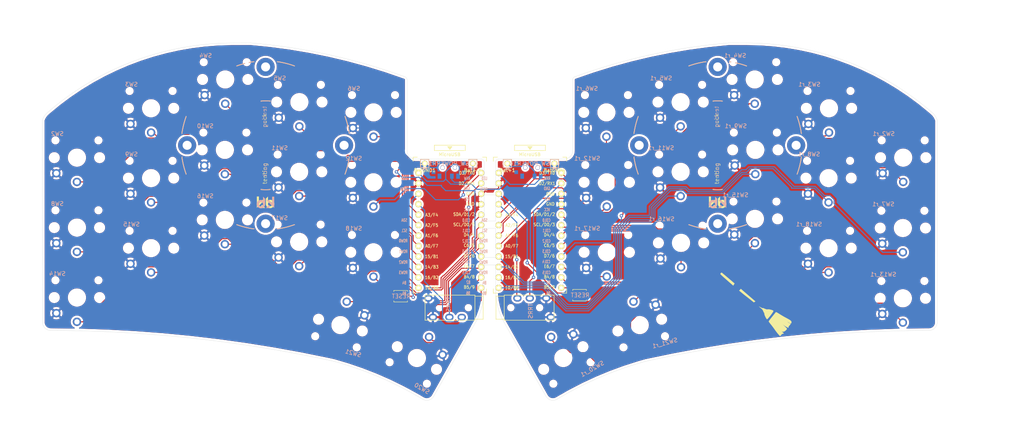
<source format=kicad_pcb>
(kicad_pcb (version 20171130) (host pcbnew 5.1.9)
  (layers (0 F.Cu signal) (31 B.Cu signal) (34 B.Paste user) (35 F.Paste user) (36 B.SilkS user) (37 F.SilkS user) (38 B.Mask user) (39 F.Mask user) (44 Edge.Cuts user))
  (net 0 "")
  (net 1 BT+)
  (net 2 gnd)
  (net 3 vcc)
  (net 4 Switch18)
  (net 5 reset)
  (net 6 Switch1)
  (net 7 Switch2)
  (net 8 Switch3)
  (net 9 Switch4)
  (net 10 Switch5)
  (net 11 Switch6)
  (net 12 Switch7)
  (net 13 Switch8)
  (net 14 Switch9)
  (net 15 Switch10)
  (net 16 Switch11)
  (net 17 Switch12)
  (net 18 Switch13)
  (net 19 Switch14)
  (net 20 Switch15)
  (net 21 Switch16)
  (net 22 Switch17)
  (net 23 "Net-(SW_POWER1-Pad1)")
  (net 24 raw)
  (net 25 BT+_r)
  (net 26 Switch18_r)
  (net 27 reset_r)
  (net 28 Switch9_r)
  (net 29 Switch10_r)
  (net 30 Switch11_r)
  (net 31 Switch12_r)
  (net 32 Switch13_r)
  (net 33 Switch14_r)
  (net 34 Switch15_r)
  (net 35 Switch16_r)
  (net 36 Switch17_r)
  (net 37 Switch1_r)
  (net 38 Switch2_r)
  (net 39 Switch3_r)
  (net 40 Switch4_r)
  (net 41 Switch5_r)
  (net 42 Switch6_r)
  (net 43 Switch7_r)
  (net 44 Switch8_r)
  (net 45 "Net-(SW_POWERR1-Pad1)")
  (module kbd:SW_SPST_B3U-1000P (layer F.Cu) (at 144.018 74.422)
    (fp_text reference RSW2 hide)
    (fp_text value SW_Push)
    (fp_text user RESET (at 0.127 0) (layer B.SilkS) (effects (justify mirror)))
    (pad 1 smd rect (at -1.7 0) (size 0.9 1.7) (layers F.Cu F.Paste F.Mask) (net 2 gnd))
    (pad 2 smd rect (at 1.7 0) (size 0.9 1.7) (layers F.Cu F.Paste F.Mask) (net 27 reset_r))
  )
  (module kbd:SW_SPST_B3U-1000P (layer F.Cu) (at 100.584 74.676)
    (fp_text reference RSW1 hide)
    (fp_text value SW_Push)
    (fp_text user RESET (at 0.127 0) (layer B.SilkS) (effects (justify mirror)))
    (pad 1 smd rect (at -1.7 0) (size 0.9 1.7) (layers F.Cu F.Paste F.Mask) (net 2 gnd))
    (pad 2 smd rect (at 1.7 0) (size 0.9 1.7) (layers F.Cu F.Paste F.Mask) (net 5 reset))
  )
  (module Kailh:TRRS-PJ-320A (layer F.Cu) (at 125.73 77.47 90)
    (fp_text reference J1)
    (fp_text value AudioJack4dpb hide)
    (fp_text user TRRS (at -0.8255 6.4135 90) (layer B.SilkS) (effects (justify mirror)))
    (pad R1 thru_hole oval (at 2.3 6.2 90) (size 1.6 2) (drill oval 0.9 1.3) (layers *.Cu *.Mask) (net 26 Switch18_r))
    (pad "" np_thru_hole circle (at 0 1.6 90) (size 0.8 0.8) (drill 0.8) (layers *.Cu *.Mask))
    (pad "" np_thru_hole circle (at 0 8.6 90) (size 0.8 0.8) (drill 0.8) (layers *.Cu *.Mask))
    (pad R2 thru_hole oval (at 2.3 3.2 90) (size 1.6 2) (drill oval 0.9 1.3) (layers *.Cu *.Mask) (net 3 vcc))
    (pad T thru_hole oval (at 2.3 10.2 90) (size 1.6 2) (drill oval 0.9 1.3) (layers *.Cu *.Mask) (net 2 gnd))
    (pad S thru_hole oval (at -2.3 11.3 90) (size 1.6 2) (drill oval 0.9 1.3) (layers *.Cu *.Mask) (net 2 gnd))
  )
  (module kbd:Tenting_Puck2 (layer F.Cu) (at 177.546 38)
    (fp_text reference REF**)
    (fp_text value "Tenting Puck")
    (fp_text user puck (at -0.1905 6.0325 90 unlocked) (layer B.SilkS) (effects (font (thickness 0.1)) (justify mirror)))
    (fp_text user tenting (at -0.254 -6.9215 90) (layer B.SilkS) (effects (font (thickness 0.1)) (justify mirror)))
    (fp_text user puck (at -0.254 -6.0325 90) (layer F.SilkS) (effects (font (thickness 0.1))))
    (fp_text user tenting (at -0.1905 6.858 90) (layer F.SilkS) (effects (font (thickness 0.1))))
    (pad 1 thru_hole circle (at -19.05 0) (size 4.4 4.4) (drill 2.2) (layers *.Cu *.Mask))
    (pad 1 thru_hole circle (at 0 19.05) (size 4.4 4.4) (drill 2.2) (layers *.Cu *.Mask))
    (pad 1 thru_hole circle (at 19.05 0) (size 4.4 4.4) (drill 2.2) (layers *.Cu *.Mask))
    (pad 1 thru_hole circle (at 0 -19.05) (size 4.4 4.4) (drill 2.2) (layers *.Cu *.Mask))
  )
  (module kbd:Tenting_Puck2 (layer F.Cu) (at 67.8 38)
    (fp_text reference REF**)
    (fp_text value "Tenting Puck")
    (fp_text user tenting (at -0.1905 6.858 90) (layer F.SilkS) (effects (font (thickness 0.1))))
    (fp_text user puck (at -0.254 -6.0325 90) (layer F.SilkS) (effects (font (thickness 0.1))))
    (fp_text user tenting (at -0.254 -6.9215 90) (layer B.SilkS) (effects (font (thickness 0.1)) (justify mirror)))
    (fp_text user puck (at -0.1905 6.0325 90 unlocked) (layer B.SilkS) (effects (font (thickness 0.1)) (justify mirror)))
    (pad 1 thru_hole circle (at 0 -19.05) (size 4.4 4.4) (drill 2.2) (layers *.Cu *.Mask))
    (pad 1 thru_hole circle (at 19.05 0) (size 4.4 4.4) (drill 2.2) (layers *.Cu *.Mask))
    (pad 1 thru_hole circle (at 0 19.05) (size 4.4 4.4) (drill 2.2) (layers *.Cu *.Mask))
    (pad 1 thru_hole circle (at -19.05 0) (size 4.4 4.4) (drill 2.2) (layers *.Cu *.Mask))
  )
  (module Kailh:TRRS-PJ-320A (layer F.Cu) (at 118.618 77.47 270)
    (fp_text reference J2)
    (fp_text value AudioJack4dpb hide)
    (fp_text user TRRS (at -0.8255 6.4135 90) (layer B.SilkS) (effects (justify mirror)))
    (pad R1 thru_hole oval (at 2.3 6.2 270) (size 1.6 2) (drill oval 0.9 1.3) (layers *.Cu *.Mask) (net 4 Switch18))
    (pad "" np_thru_hole circle (at 0 1.6 270) (size 0.8 0.8) (drill 0.8) (layers *.Cu *.Mask))
    (pad "" np_thru_hole circle (at 0 8.6 270) (size 0.8 0.8) (drill 0.8) (layers *.Cu *.Mask))
    (pad R2 thru_hole oval (at 2.3 3.2 270) (size 1.6 2) (drill oval 0.9 1.3) (layers *.Cu *.Mask) (net 3 vcc))
    (pad T thru_hole oval (at 2.3 10.2 270) (size 1.6 2) (drill oval 0.9 1.3) (layers *.Cu *.Mask) (net 2 gnd))
    (pad S thru_hole oval (at -2.3 11.3 270) (size 1.6 2) (drill oval 0.9 1.3) (layers *.Cu *.Mask) (net 2 gnd))
  )
  (module Kailh:SW_PG1350_nonrev_DPB (layer F.Cu) (at 158.632 81.7 195)
    (fp_text reference SW21_r1 hide)
    (fp_text value SW_Push hide)
    (fp_text user %R (at -4.759999 -5.8 15) (layer B.SilkS) (effects (justify mirror)))
    (pad "" np_thru_hole circle (at -5.22 -4.2 195) (size 0.9906 0.9906) (drill 0.9906) (layers *.Cu *.Mask))
    (pad "" np_thru_hole circle (at 0 0 195) (size 3.429 3.429) (drill 3.429) (layers *.Cu *.Mask))
    (pad 2 thru_hole circle (at -5 3.8 195) (size 2.032 2.032) (drill 1.27) (layers *.Cu *.Mask) (net 2 gnd))
    (pad 1 thru_hole circle (at 0 5.9 195) (size 2.032 2.032) (drill 1.27) (layers *.Cu *.Mask) (net 36 Switch17_r))
    (pad "" np_thru_hole circle (at 5.22 -4.2 195) (size 0.9906 0.9906) (drill 0.9906) (layers *.Cu *.Mask))
    (pad "" np_thru_hole circle (at 5.5 0 195) (size 1.7018 1.7018) (drill 1.7018) (layers *.Cu *.Mask))
    (pad "" np_thru_hole circle (at -5.5 0 195) (size 1.7018 1.7018) (drill 1.7018) (layers *.Cu *.Mask))
  )
  (module Kailh:SW_PG1350_nonrev_DPB (layer F.Cu) (at 140.072 89.7 210)
    (fp_text reference SW20_r1 hide)
    (fp_text value SW_Push hide)
    (fp_text user %R (at -4.76 -5.8 30) (layer B.SilkS) (effects (justify mirror)))
    (pad "" np_thru_hole circle (at -5.22 -4.2 210) (size 0.9906 0.9906) (drill 0.9906) (layers *.Cu *.Mask))
    (pad "" np_thru_hole circle (at 0 0 210) (size 3.429 3.429) (drill 3.429) (layers *.Cu *.Mask))
    (pad 2 thru_hole circle (at -5 3.8 210) (size 2.032 2.032) (drill 1.27) (layers *.Cu *.Mask) (net 2 gnd))
    (pad 1 thru_hole circle (at 0 5.9 210) (size 2.032 2.032) (drill 1.27) (layers *.Cu *.Mask) (net 35 Switch16_r))
    (pad "" np_thru_hole circle (at 5.22 -4.2 210) (size 0.9906 0.9906) (drill 0.9906) (layers *.Cu *.Mask))
    (pad "" np_thru_hole circle (at 5.5 0 210) (size 1.7018 1.7018) (drill 1.7018) (layers *.Cu *.Mask))
    (pad "" np_thru_hole circle (at -5.5 0 210) (size 1.7018 1.7018) (drill 1.7018) (layers *.Cu *.Mask))
  )
  (module Kailh:SW_PG1350_nonrev_DPB (layer F.Cu) (at 186.69 39.116)
    (fp_text reference SW9_r1 hide)
    (fp_text value SW_Push hide)
    (fp_text user %R (at -4.76 -5.8) (layer B.SilkS) (effects (justify mirror)))
    (pad "" np_thru_hole circle (at -5.22 -4.2) (size 0.9906 0.9906) (drill 0.9906) (layers *.Cu *.Mask))
    (pad "" np_thru_hole circle (at 0 0) (size 3.429 3.429) (drill 3.429) (layers *.Cu *.Mask))
    (pad 2 thru_hole circle (at -5 3.8) (size 2.032 2.032) (drill 1.27) (layers *.Cu *.Mask) (net 2 gnd))
    (pad 1 thru_hole circle (at 0 5.9) (size 2.032 2.032) (drill 1.27) (layers *.Cu *.Mask) (net 44 Switch8_r))
    (pad "" np_thru_hole circle (at 5.22 -4.2) (size 0.9906 0.9906) (drill 0.9906) (layers *.Cu *.Mask))
    (pad "" np_thru_hole circle (at 5.5 0) (size 1.7018 1.7018) (drill 1.7018) (layers *.Cu *.Mask))
    (pad "" np_thru_hole circle (at -5.5 0) (size 1.7018 1.7018) (drill 1.7018) (layers *.Cu *.Mask))
  )
  (module Kailh:SW_PG1350_nonrev_DPB (layer F.Cu) (at 204.47 45.974)
    (fp_text reference SW8_r1 hide)
    (fp_text value SW_Push hide)
    (fp_text user %R (at -4.76 -5.8) (layer B.SilkS) (effects (justify mirror)))
    (pad "" np_thru_hole circle (at -5.22 -4.2) (size 0.9906 0.9906) (drill 0.9906) (layers *.Cu *.Mask))
    (pad "" np_thru_hole circle (at 0 0) (size 3.429 3.429) (drill 3.429) (layers *.Cu *.Mask))
    (pad 2 thru_hole circle (at -5 3.8) (size 2.032 2.032) (drill 1.27) (layers *.Cu *.Mask) (net 2 gnd))
    (pad 1 thru_hole circle (at 0 5.9) (size 2.032 2.032) (drill 1.27) (layers *.Cu *.Mask) (net 43 Switch7_r))
    (pad "" np_thru_hole circle (at 5.22 -4.2) (size 0.9906 0.9906) (drill 0.9906) (layers *.Cu *.Mask))
    (pad "" np_thru_hole circle (at 5.5 0) (size 1.7018 1.7018) (drill 1.7018) (layers *.Cu *.Mask))
    (pad "" np_thru_hole circle (at -5.5 0) (size 1.7018 1.7018) (drill 1.7018) (layers *.Cu *.Mask))
  )
  (module Kailh:SW_PG1350_nonrev_DPB (layer F.Cu) (at 222.504 58.108)
    (fp_text reference SW7_r1 hide)
    (fp_text value SW_Push hide)
    (fp_text user %R (at -4.76 -5.8) (layer B.SilkS) (effects (justify mirror)))
    (pad "" np_thru_hole circle (at -5.22 -4.2) (size 0.9906 0.9906) (drill 0.9906) (layers *.Cu *.Mask))
    (pad "" np_thru_hole circle (at 0 0) (size 3.429 3.429) (drill 3.429) (layers *.Cu *.Mask))
    (pad 2 thru_hole circle (at -5 3.8) (size 2.032 2.032) (drill 1.27) (layers *.Cu *.Mask) (net 2 gnd))
    (pad 1 thru_hole circle (at 0 5.9) (size 2.032 2.032) (drill 1.27) (layers *.Cu *.Mask) (net 42 Switch6_r))
    (pad "" np_thru_hole circle (at 5.22 -4.2) (size 0.9906 0.9906) (drill 0.9906) (layers *.Cu *.Mask))
    (pad "" np_thru_hole circle (at 5.5 0) (size 1.7018 1.7018) (drill 1.7018) (layers *.Cu *.Mask))
    (pad "" np_thru_hole circle (at -5.5 0) (size 1.7018 1.7018) (drill 1.7018) (layers *.Cu *.Mask))
  )
  (module Kailh:SW_PG1350_nonrev_DPB (layer F.Cu) (at 150.54 30)
    (fp_text reference SW6_r1 hide)
    (fp_text value SW_Push hide)
    (fp_text user %R (at -4.76 -5.8) (layer B.SilkS) (effects (justify mirror)))
    (pad "" np_thru_hole circle (at -5.22 -4.2) (size 0.9906 0.9906) (drill 0.9906) (layers *.Cu *.Mask))
    (pad "" np_thru_hole circle (at 0 0) (size 3.429 3.429) (drill 3.429) (layers *.Cu *.Mask))
    (pad 2 thru_hole circle (at -5 3.8) (size 2.032 2.032) (drill 1.27) (layers *.Cu *.Mask) (net 2 gnd))
    (pad 1 thru_hole circle (at 0 5.9) (size 2.032 2.032) (drill 1.27) (layers *.Cu *.Mask) (net 41 Switch5_r))
    (pad "" np_thru_hole circle (at 5.22 -4.2) (size 0.9906 0.9906) (drill 0.9906) (layers *.Cu *.Mask))
    (pad "" np_thru_hole circle (at 5.5 0) (size 1.7018 1.7018) (drill 1.7018) (layers *.Cu *.Mask))
    (pad "" np_thru_hole circle (at -5.5 0) (size 1.7018 1.7018) (drill 1.7018) (layers *.Cu *.Mask))
  )
  (module Kailh:SW_PG1350_nonrev_DPB (layer F.Cu) (at 168.554 27.5)
    (fp_text reference SW5_r1 hide)
    (fp_text value SW_Push hide)
    (fp_text user %R (at -4.76 -5.8) (layer B.SilkS) (effects (justify mirror)))
    (pad "" np_thru_hole circle (at -5.22 -4.2) (size 0.9906 0.9906) (drill 0.9906) (layers *.Cu *.Mask))
    (pad "" np_thru_hole circle (at 0 0) (size 3.429 3.429) (drill 3.429) (layers *.Cu *.Mask))
    (pad 2 thru_hole circle (at -5 3.8) (size 2.032 2.032) (drill 1.27) (layers *.Cu *.Mask) (net 2 gnd))
    (pad 1 thru_hole circle (at 0 5.9) (size 2.032 2.032) (drill 1.27) (layers *.Cu *.Mask) (net 40 Switch4_r))
    (pad "" np_thru_hole circle (at 5.22 -4.2) (size 0.9906 0.9906) (drill 0.9906) (layers *.Cu *.Mask))
    (pad "" np_thru_hole circle (at 5.5 0) (size 1.7018 1.7018) (drill 1.7018) (layers *.Cu *.Mask))
    (pad "" np_thru_hole circle (at -5.5 0) (size 1.7018 1.7018) (drill 1.7018) (layers *.Cu *.Mask))
  )
  (module Kailh:SW_PG1350_nonrev_DPB (layer F.Cu) (at 186.542 22)
    (fp_text reference SW4_r1 hide)
    (fp_text value SW_Push hide)
    (fp_text user %R (at -4.76 -5.8) (layer B.SilkS) (effects (justify mirror)))
    (pad "" np_thru_hole circle (at -5.22 -4.2) (size 0.9906 0.9906) (drill 0.9906) (layers *.Cu *.Mask))
    (pad "" np_thru_hole circle (at 0 0) (size 3.429 3.429) (drill 3.429) (layers *.Cu *.Mask))
    (pad 2 thru_hole circle (at -5 3.8) (size 2.032 2.032) (drill 1.27) (layers *.Cu *.Mask) (net 2 gnd))
    (pad 1 thru_hole circle (at 0 5.9) (size 2.032 2.032) (drill 1.27) (layers *.Cu *.Mask) (net 39 Switch3_r))
    (pad "" np_thru_hole circle (at 5.22 -4.2) (size 0.9906 0.9906) (drill 0.9906) (layers *.Cu *.Mask))
    (pad "" np_thru_hole circle (at 5.5 0) (size 1.7018 1.7018) (drill 1.7018) (layers *.Cu *.Mask))
    (pad "" np_thru_hole circle (at -5.5 0) (size 1.7018 1.7018) (drill 1.7018) (layers *.Cu *.Mask))
  )
  (module Kailh:SW_PG1350_nonrev_DPB (layer F.Cu) (at 204.568 29)
    (fp_text reference SW3_r1 hide)
    (fp_text value SW_Push hide)
    (fp_text user %R (at -4.76 -5.8) (layer B.SilkS) (effects (justify mirror)))
    (pad "" np_thru_hole circle (at -5.22 -4.2) (size 0.9906 0.9906) (drill 0.9906) (layers *.Cu *.Mask))
    (pad "" np_thru_hole circle (at 0 0) (size 3.429 3.429) (drill 3.429) (layers *.Cu *.Mask))
    (pad 2 thru_hole circle (at -5 3.8) (size 2.032 2.032) (drill 1.27) (layers *.Cu *.Mask) (net 2 gnd))
    (pad 1 thru_hole circle (at 0 5.9) (size 2.032 2.032) (drill 1.27) (layers *.Cu *.Mask) (net 38 Switch2_r))
    (pad "" np_thru_hole circle (at 5.22 -4.2) (size 0.9906 0.9906) (drill 0.9906) (layers *.Cu *.Mask))
    (pad "" np_thru_hole circle (at 5.5 0) (size 1.7018 1.7018) (drill 1.7018) (layers *.Cu *.Mask))
    (pad "" np_thru_hole circle (at -5.5 0) (size 1.7018 1.7018) (drill 1.7018) (layers *.Cu *.Mask))
  )
  (module Kailh:SW_PG1350_nonrev_DPB (layer F.Cu) (at 222.586 41)
    (fp_text reference SW2_r1 hide)
    (fp_text value SW_Push hide)
    (fp_text user %R (at -4.76 -5.8) (layer B.SilkS) (effects (justify mirror)))
    (pad "" np_thru_hole circle (at -5.22 -4.2) (size 0.9906 0.9906) (drill 0.9906) (layers *.Cu *.Mask))
    (pad "" np_thru_hole circle (at 0 0) (size 3.429 3.429) (drill 3.429) (layers *.Cu *.Mask))
    (pad 2 thru_hole circle (at -5 3.8) (size 2.032 2.032) (drill 1.27) (layers *.Cu *.Mask) (net 2 gnd))
    (pad 1 thru_hole circle (at 0 5.9) (size 2.032 2.032) (drill 1.27) (layers *.Cu *.Mask) (net 37 Switch1_r))
    (pad "" np_thru_hole circle (at 5.22 -4.2) (size 0.9906 0.9906) (drill 0.9906) (layers *.Cu *.Mask))
    (pad "" np_thru_hole circle (at 5.5 0) (size 1.7018 1.7018) (drill 1.7018) (layers *.Cu *.Mask))
    (pad "" np_thru_hole circle (at -5.5 0) (size 1.7018 1.7018) (drill 1.7018) (layers *.Cu *.Mask))
  )
  (module Kailh:SW_PG1350_nonrev_DPB (layer F.Cu) (at 204.47 62.992)
    (fp_text reference SW18_r1 hide)
    (fp_text value SW_Push hide)
    (fp_text user %R (at -4.76 -5.8) (layer B.SilkS) (effects (justify mirror)))
    (pad "" np_thru_hole circle (at -5.22 -4.2) (size 0.9906 0.9906) (drill 0.9906) (layers *.Cu *.Mask))
    (pad "" np_thru_hole circle (at 0 0) (size 3.429 3.429) (drill 3.429) (layers *.Cu *.Mask))
    (pad 2 thru_hole circle (at -5 3.8) (size 2.032 2.032) (drill 1.27) (layers *.Cu *.Mask) (net 2 gnd))
    (pad 1 thru_hole circle (at 0 5.9) (size 2.032 2.032) (drill 1.27) (layers *.Cu *.Mask) (net 31 Switch12_r))
    (pad "" np_thru_hole circle (at 5.22 -4.2) (size 0.9906 0.9906) (drill 0.9906) (layers *.Cu *.Mask))
    (pad "" np_thru_hole circle (at 5.5 0) (size 1.7018 1.7018) (drill 1.7018) (layers *.Cu *.Mask))
    (pad "" np_thru_hole circle (at -5.5 0) (size 1.7018 1.7018) (drill 1.7018) (layers *.Cu *.Mask))
  )
  (module Kailh:SW_PG1350_nonrev_DPB (layer F.Cu) (at 150.622 64.008)
    (fp_text reference SW17_r1 hide)
    (fp_text value SW_Push hide)
    (fp_text user %R (at -4.76 -5.8) (layer B.SilkS) (effects (justify mirror)))
    (pad "" np_thru_hole circle (at -5.22 -4.2) (size 0.9906 0.9906) (drill 0.9906) (layers *.Cu *.Mask))
    (pad "" np_thru_hole circle (at 0 0) (size 3.429 3.429) (drill 3.429) (layers *.Cu *.Mask))
    (pad 2 thru_hole circle (at -5 3.8) (size 2.032 2.032) (drill 1.27) (layers *.Cu *.Mask) (net 2 gnd))
    (pad 1 thru_hole circle (at 0 5.9) (size 2.032 2.032) (drill 1.27) (layers *.Cu *.Mask) (net 34 Switch15_r))
    (pad "" np_thru_hole circle (at 5.22 -4.2) (size 0.9906 0.9906) (drill 0.9906) (layers *.Cu *.Mask))
    (pad "" np_thru_hole circle (at 5.5 0) (size 1.7018 1.7018) (drill 1.7018) (layers *.Cu *.Mask))
    (pad "" np_thru_hole circle (at -5.5 0) (size 1.7018 1.7018) (drill 1.7018) (layers *.Cu *.Mask))
  )
  (module Kailh:SW_PG1350_nonrev_DPB (layer F.Cu) (at 168.656 61.722)
    (fp_text reference SW16_r1 hide)
    (fp_text value SW_Push hide)
    (fp_text user %R (at -4.76 -5.8) (layer B.SilkS) (effects (justify mirror)))
    (pad "" np_thru_hole circle (at -5.22 -4.2) (size 0.9906 0.9906) (drill 0.9906) (layers *.Cu *.Mask))
    (pad "" np_thru_hole circle (at 0 0) (size 3.429 3.429) (drill 3.429) (layers *.Cu *.Mask))
    (pad 2 thru_hole circle (at -5 3.8) (size 2.032 2.032) (drill 1.27) (layers *.Cu *.Mask) (net 2 gnd))
    (pad 1 thru_hole circle (at 0 5.9) (size 2.032 2.032) (drill 1.27) (layers *.Cu *.Mask) (net 33 Switch14_r))
    (pad "" np_thru_hole circle (at 5.22 -4.2) (size 0.9906 0.9906) (drill 0.9906) (layers *.Cu *.Mask))
    (pad "" np_thru_hole circle (at 5.5 0) (size 1.7018 1.7018) (drill 1.7018) (layers *.Cu *.Mask))
    (pad "" np_thru_hole circle (at -5.5 0) (size 1.7018 1.7018) (drill 1.7018) (layers *.Cu *.Mask))
  )
  (module Kailh:SW_PG1350_nonrev_DPB (layer F.Cu) (at 186.59 55.88)
    (fp_text reference SW15_r1 hide)
    (fp_text value SW_Push hide)
    (fp_text user %R (at -4.76 -5.8) (layer B.SilkS) (effects (justify mirror)))
    (pad "" np_thru_hole circle (at -5.22 -4.2) (size 0.9906 0.9906) (drill 0.9906) (layers *.Cu *.Mask))
    (pad "" np_thru_hole circle (at 0 0) (size 3.429 3.429) (drill 3.429) (layers *.Cu *.Mask))
    (pad 2 thru_hole circle (at -5 3.8) (size 2.032 2.032) (drill 1.27) (layers *.Cu *.Mask) (net 2 gnd))
    (pad 1 thru_hole circle (at 0 5.9) (size 2.032 2.032) (drill 1.27) (layers *.Cu *.Mask) (net 32 Switch13_r))
    (pad "" np_thru_hole circle (at 5.22 -4.2) (size 0.9906 0.9906) (drill 0.9906) (layers *.Cu *.Mask))
    (pad "" np_thru_hole circle (at 5.5 0) (size 1.7018 1.7018) (drill 1.7018) (layers *.Cu *.Mask))
    (pad "" np_thru_hole circle (at -5.5 0) (size 1.7018 1.7018) (drill 1.7018) (layers *.Cu *.Mask))
  )
  (module Kailh:SW_PG1350_nonrev_DPB (layer F.Cu) (at 222.504 75.184)
    (fp_text reference SW13_r1 hide)
    (fp_text value SW_Push hide)
    (fp_text user %R (at -4.76 -5.8) (layer B.SilkS) (effects (justify mirror)))
    (pad "" np_thru_hole circle (at -5.22 -4.2) (size 0.9906 0.9906) (drill 0.9906) (layers *.Cu *.Mask))
    (pad "" np_thru_hole circle (at 0 0) (size 3.429 3.429) (drill 3.429) (layers *.Cu *.Mask))
    (pad 2 thru_hole circle (at -5 3.8) (size 2.032 2.032) (drill 1.27) (layers *.Cu *.Mask) (net 2 gnd))
    (pad 1 thru_hole circle (at 0 5.9) (size 2.032 2.032) (drill 1.27) (layers *.Cu *.Mask) (net 30 Switch11_r))
    (pad "" np_thru_hole circle (at 5.22 -4.2) (size 0.9906 0.9906) (drill 0.9906) (layers *.Cu *.Mask))
    (pad "" np_thru_hole circle (at 5.5 0) (size 1.7018 1.7018) (drill 1.7018) (layers *.Cu *.Mask))
    (pad "" np_thru_hole circle (at -5.5 0) (size 1.7018 1.7018) (drill 1.7018) (layers *.Cu *.Mask))
  )
  (module Kailh:SW_PG1350_nonrev_DPB (layer F.Cu) (at 150.622 46.99)
    (fp_text reference SW12_r1 hide)
    (fp_text value SW_Push hide)
    (fp_text user %R (at -4.76 -5.8) (layer B.SilkS) (effects (justify mirror)))
    (pad "" np_thru_hole circle (at -5.22 -4.2) (size 0.9906 0.9906) (drill 0.9906) (layers *.Cu *.Mask))
    (pad "" np_thru_hole circle (at 0 0) (size 3.429 3.429) (drill 3.429) (layers *.Cu *.Mask))
    (pad 2 thru_hole circle (at -5 3.8) (size 2.032 2.032) (drill 1.27) (layers *.Cu *.Mask) (net 2 gnd))
    (pad 1 thru_hole circle (at 0 5.9) (size 2.032 2.032) (drill 1.27) (layers *.Cu *.Mask) (net 29 Switch10_r))
    (pad "" np_thru_hole circle (at 5.22 -4.2) (size 0.9906 0.9906) (drill 0.9906) (layers *.Cu *.Mask))
    (pad "" np_thru_hole circle (at 5.5 0) (size 1.7018 1.7018) (drill 1.7018) (layers *.Cu *.Mask))
    (pad "" np_thru_hole circle (at -5.5 0) (size 1.7018 1.7018) (drill 1.7018) (layers *.Cu *.Mask))
  )
  (module Kailh:SW_PG1350_nonrev_DPB (layer F.Cu) (at 168.556 44.45)
    (fp_text reference SW11_r1 hide)
    (fp_text value SW_Push hide)
    (fp_text user %R (at -4.76 -5.8) (layer B.SilkS) (effects (justify mirror)))
    (pad "" np_thru_hole circle (at -5.22 -4.2) (size 0.9906 0.9906) (drill 0.9906) (layers *.Cu *.Mask))
    (pad "" np_thru_hole circle (at 0 0) (size 3.429 3.429) (drill 3.429) (layers *.Cu *.Mask))
    (pad 2 thru_hole circle (at -5 3.8) (size 2.032 2.032) (drill 1.27) (layers *.Cu *.Mask) (net 2 gnd))
    (pad 1 thru_hole circle (at 0 5.9) (size 2.032 2.032) (drill 1.27) (layers *.Cu *.Mask) (net 28 Switch9_r))
    (pad "" np_thru_hole circle (at 5.22 -4.2) (size 0.9906 0.9906) (drill 0.9906) (layers *.Cu *.Mask))
    (pad "" np_thru_hole circle (at 5.5 0) (size 1.7018 1.7018) (drill 1.7018) (layers *.Cu *.Mask))
    (pad "" np_thru_hole circle (at -5.5 0) (size 1.7018 1.7018) (drill 1.7018) (layers *.Cu *.Mask))
  )
  (module Kailh:SW_PG1350_nonrev_DPB (layer F.Cu) (at 85.97 81.7 165)
    (fp_text reference SW21 hide)
    (fp_text value SW_Push hide)
    (fp_text user %R (at -4.759999 -5.8 165) (layer B.SilkS) (effects (justify mirror)))
    (pad "" np_thru_hole circle (at -5.22 -4.2 165) (size 0.9906 0.9906) (drill 0.9906) (layers *.Cu *.Mask))
    (pad "" np_thru_hole circle (at 0 0 165) (size 3.429 3.429) (drill 3.429) (layers *.Cu *.Mask))
    (pad 2 thru_hole circle (at -5 3.8 165) (size 2.032 2.032) (drill 1.27) (layers *.Cu *.Mask) (net 2 gnd))
    (pad 1 thru_hole circle (at 0 5.9 165) (size 2.032 2.032) (drill 1.27) (layers *.Cu *.Mask) (net 22 Switch17))
    (pad "" np_thru_hole circle (at 5.22 -4.2 165) (size 0.9906 0.9906) (drill 0.9906) (layers *.Cu *.Mask))
    (pad "" np_thru_hole circle (at 5.5 0 165) (size 1.7018 1.7018) (drill 1.7018) (layers *.Cu *.Mask))
    (pad "" np_thru_hole circle (at -5.5 0 165) (size 1.7018 1.7018) (drill 1.7018) (layers *.Cu *.Mask))
  )
  (module Kailh:SW_PG1350_nonrev_DPB (layer F.Cu) (at 104.53 89.7 150)
    (fp_text reference SW20 hide)
    (fp_text value SW_Push hide)
    (fp_text user %R (at -4.76 -5.8 150) (layer B.SilkS) (effects (justify mirror)))
    (pad "" np_thru_hole circle (at -5.22 -4.2 150) (size 0.9906 0.9906) (drill 0.9906) (layers *.Cu *.Mask))
    (pad "" np_thru_hole circle (at 0 0 150) (size 3.429 3.429) (drill 3.429) (layers *.Cu *.Mask))
    (pad 2 thru_hole circle (at -5 3.8 150) (size 2.032 2.032) (drill 1.27) (layers *.Cu *.Mask) (net 2 gnd))
    (pad 1 thru_hole circle (at 0 5.9 150) (size 2.032 2.032) (drill 1.27) (layers *.Cu *.Mask) (net 21 Switch16))
    (pad "" np_thru_hole circle (at 5.22 -4.2 150) (size 0.9906 0.9906) (drill 0.9906) (layers *.Cu *.Mask))
    (pad "" np_thru_hole circle (at 5.5 0 150) (size 1.7018 1.7018) (drill 1.7018) (layers *.Cu *.Mask))
    (pad "" np_thru_hole circle (at -5.5 0 150) (size 1.7018 1.7018) (drill 1.7018) (layers *.Cu *.Mask))
  )
  (module Kailh:SW_PG1350_nonrev_DPB (layer F.Cu) (at 93.98 64.008)
    (fp_text reference SW18 hide)
    (fp_text value SW_Push hide)
    (fp_text user %R (at -4.76 -5.8) (layer B.SilkS) (effects (justify mirror)))
    (pad "" np_thru_hole circle (at -5.22 -4.2) (size 0.9906 0.9906) (drill 0.9906) (layers *.Cu *.Mask))
    (pad "" np_thru_hole circle (at 0 0) (size 3.429 3.429) (drill 3.429) (layers *.Cu *.Mask))
    (pad 2 thru_hole circle (at -5 3.8) (size 2.032 2.032) (drill 1.27) (layers *.Cu *.Mask) (net 2 gnd))
    (pad 1 thru_hole circle (at 0 5.9) (size 2.032 2.032) (drill 1.27) (layers *.Cu *.Mask) (net 20 Switch15))
    (pad "" np_thru_hole circle (at 5.22 -4.2) (size 0.9906 0.9906) (drill 0.9906) (layers *.Cu *.Mask))
    (pad "" np_thru_hole circle (at 5.5 0) (size 1.7018 1.7018) (drill 1.7018) (layers *.Cu *.Mask))
    (pad "" np_thru_hole circle (at -5.5 0) (size 1.7018 1.7018) (drill 1.7018) (layers *.Cu *.Mask))
  )
  (module Kailh:SW_PG1350_nonrev_DPB (layer F.Cu) (at 75.946 61.468)
    (fp_text reference SW17 hide)
    (fp_text value SW_Push hide)
    (fp_text user %R (at -4.76 -5.8) (layer B.SilkS) (effects (justify mirror)))
    (pad "" np_thru_hole circle (at -5.22 -4.2) (size 0.9906 0.9906) (drill 0.9906) (layers *.Cu *.Mask))
    (pad "" np_thru_hole circle (at 0 0) (size 3.429 3.429) (drill 3.429) (layers *.Cu *.Mask))
    (pad 2 thru_hole circle (at -5 3.8) (size 2.032 2.032) (drill 1.27) (layers *.Cu *.Mask) (net 2 gnd))
    (pad 1 thru_hole circle (at 0 5.9) (size 2.032 2.032) (drill 1.27) (layers *.Cu *.Mask) (net 19 Switch14))
    (pad "" np_thru_hole circle (at 5.22 -4.2) (size 0.9906 0.9906) (drill 0.9906) (layers *.Cu *.Mask))
    (pad "" np_thru_hole circle (at 5.5 0) (size 1.7018 1.7018) (drill 1.7018) (layers *.Cu *.Mask))
    (pad "" np_thru_hole circle (at -5.5 0) (size 1.7018 1.7018) (drill 1.7018) (layers *.Cu *.Mask))
  )
  (module Kailh:SW_PG1350_nonrev_DPB (layer F.Cu) (at 57.912 56.134)
    (fp_text reference SW16 hide)
    (fp_text value SW_Push hide)
    (fp_text user %R (at -4.76 -5.8) (layer B.SilkS) (effects (justify mirror)))
    (pad "" np_thru_hole circle (at -5.22 -4.2) (size 0.9906 0.9906) (drill 0.9906) (layers *.Cu *.Mask))
    (pad "" np_thru_hole circle (at 0 0) (size 3.429 3.429) (drill 3.429) (layers *.Cu *.Mask))
    (pad 2 thru_hole circle (at -5 3.8) (size 2.032 2.032) (drill 1.27) (layers *.Cu *.Mask) (net 2 gnd))
    (pad 1 thru_hole circle (at 0 5.9) (size 2.032 2.032) (drill 1.27) (layers *.Cu *.Mask) (net 18 Switch13))
    (pad "" np_thru_hole circle (at 5.22 -4.2) (size 0.9906 0.9906) (drill 0.9906) (layers *.Cu *.Mask))
    (pad "" np_thru_hole circle (at 5.5 0) (size 1.7018 1.7018) (drill 1.7018) (layers *.Cu *.Mask))
    (pad "" np_thru_hole circle (at -5.5 0) (size 1.7018 1.7018) (drill 1.7018) (layers *.Cu *.Mask))
  )
  (module Kailh:SW_PG1350_nonrev_DPB (layer F.Cu) (at 40 62.992)
    (fp_text reference SW15 hide)
    (fp_text value SW_Push hide)
    (fp_text user %R (at -4.76 -5.8) (layer B.SilkS) (effects (justify mirror)))
    (pad "" np_thru_hole circle (at -5.22 -4.2) (size 0.9906 0.9906) (drill 0.9906) (layers *.Cu *.Mask))
    (pad "" np_thru_hole circle (at 0 0) (size 3.429 3.429) (drill 3.429) (layers *.Cu *.Mask))
    (pad 2 thru_hole circle (at -5 3.8) (size 2.032 2.032) (drill 1.27) (layers *.Cu *.Mask) (net 2 gnd))
    (pad 1 thru_hole circle (at 0 5.9) (size 2.032 2.032) (drill 1.27) (layers *.Cu *.Mask) (net 17 Switch12))
    (pad "" np_thru_hole circle (at 5.22 -4.2) (size 0.9906 0.9906) (drill 0.9906) (layers *.Cu *.Mask))
    (pad "" np_thru_hole circle (at 5.5 0) (size 1.7018 1.7018) (drill 1.7018) (layers *.Cu *.Mask))
    (pad "" np_thru_hole circle (at -5.5 0) (size 1.7018 1.7018) (drill 1.7018) (layers *.Cu *.Mask))
  )
  (module Kailh:SW_PG1350_nonrev_DPB (layer F.Cu) (at 22 75)
    (fp_text reference SW14 hide)
    (fp_text value SW_Push hide)
    (fp_text user %R (at -4.76 -5.8) (layer B.SilkS) (effects (justify mirror)))
    (pad "" np_thru_hole circle (at -5.22 -4.2) (size 0.9906 0.9906) (drill 0.9906) (layers *.Cu *.Mask))
    (pad "" np_thru_hole circle (at 0 0) (size 3.429 3.429) (drill 3.429) (layers *.Cu *.Mask))
    (pad 2 thru_hole circle (at -5 3.8) (size 2.032 2.032) (drill 1.27) (layers *.Cu *.Mask) (net 2 gnd))
    (pad 1 thru_hole circle (at 0 5.9) (size 2.032 2.032) (drill 1.27) (layers *.Cu *.Mask) (net 16 Switch11))
    (pad "" np_thru_hole circle (at 5.22 -4.2) (size 0.9906 0.9906) (drill 0.9906) (layers *.Cu *.Mask))
    (pad "" np_thru_hole circle (at 5.5 0) (size 1.7018 1.7018) (drill 1.7018) (layers *.Cu *.Mask))
    (pad "" np_thru_hole circle (at -5.5 0) (size 1.7018 1.7018) (drill 1.7018) (layers *.Cu *.Mask))
  )
  (module Kailh:SW_PG1350_nonrev_DPB (layer F.Cu) (at 93.98 46.99)
    (fp_text reference SW12 hide)
    (fp_text value SW_Push hide)
    (fp_text user %R (at -4.76 -5.8) (layer B.SilkS) (effects (justify mirror)))
    (pad "" np_thru_hole circle (at -5.22 -4.2) (size 0.9906 0.9906) (drill 0.9906) (layers *.Cu *.Mask))
    (pad "" np_thru_hole circle (at 0 0) (size 3.429 3.429) (drill 3.429) (layers *.Cu *.Mask))
    (pad 2 thru_hole circle (at -5 3.8) (size 2.032 2.032) (drill 1.27) (layers *.Cu *.Mask) (net 2 gnd))
    (pad 1 thru_hole circle (at 0 5.9) (size 2.032 2.032) (drill 1.27) (layers *.Cu *.Mask) (net 15 Switch10))
    (pad "" np_thru_hole circle (at 5.22 -4.2) (size 0.9906 0.9906) (drill 0.9906) (layers *.Cu *.Mask))
    (pad "" np_thru_hole circle (at 5.5 0) (size 1.7018 1.7018) (drill 1.7018) (layers *.Cu *.Mask))
    (pad "" np_thru_hole circle (at -5.5 0) (size 1.7018 1.7018) (drill 1.7018) (layers *.Cu *.Mask))
  )
  (module Kailh:SW_PG1350_nonrev_DPB (layer F.Cu) (at 75.946 44.45)
    (fp_text reference SW11 hide)
    (fp_text value SW_Push hide)
    (fp_text user %R (at -4.76 -5.8) (layer B.SilkS) (effects (justify mirror)))
    (pad "" np_thru_hole circle (at -5.22 -4.2) (size 0.9906 0.9906) (drill 0.9906) (layers *.Cu *.Mask))
    (pad "" np_thru_hole circle (at 0 0) (size 3.429 3.429) (drill 3.429) (layers *.Cu *.Mask))
    (pad 2 thru_hole circle (at -5 3.8) (size 2.032 2.032) (drill 1.27) (layers *.Cu *.Mask) (net 2 gnd))
    (pad 1 thru_hole circle (at 0 5.9) (size 2.032 2.032) (drill 1.27) (layers *.Cu *.Mask) (net 14 Switch9))
    (pad "" np_thru_hole circle (at 5.22 -4.2) (size 0.9906 0.9906) (drill 0.9906) (layers *.Cu *.Mask))
    (pad "" np_thru_hole circle (at 5.5 0) (size 1.7018 1.7018) (drill 1.7018) (layers *.Cu *.Mask))
    (pad "" np_thru_hole circle (at -5.5 0) (size 1.7018 1.7018) (drill 1.7018) (layers *.Cu *.Mask))
  )
  (module Kailh:SW_PG1350_nonrev_DPB (layer F.Cu) (at 57.912 39.116)
    (fp_text reference SW10 hide)
    (fp_text value SW_Push hide)
    (fp_text user %R (at -4.76 -5.8) (layer B.SilkS) (effects (justify mirror)))
    (pad "" np_thru_hole circle (at -5.22 -4.2) (size 0.9906 0.9906) (drill 0.9906) (layers *.Cu *.Mask))
    (pad "" np_thru_hole circle (at 0 0) (size 3.429 3.429) (drill 3.429) (layers *.Cu *.Mask))
    (pad 2 thru_hole circle (at -5 3.8) (size 2.032 2.032) (drill 1.27) (layers *.Cu *.Mask) (net 2 gnd))
    (pad 1 thru_hole circle (at 0 5.9) (size 2.032 2.032) (drill 1.27) (layers *.Cu *.Mask) (net 13 Switch8))
    (pad "" np_thru_hole circle (at 5.22 -4.2) (size 0.9906 0.9906) (drill 0.9906) (layers *.Cu *.Mask))
    (pad "" np_thru_hole circle (at 5.5 0) (size 1.7018 1.7018) (drill 1.7018) (layers *.Cu *.Mask))
    (pad "" np_thru_hole circle (at -5.5 0) (size 1.7018 1.7018) (drill 1.7018) (layers *.Cu *.Mask))
  )
  (module Kailh:SW_PG1350_nonrev_DPB (layer F.Cu) (at 40 45.974)
    (fp_text reference SW9 hide)
    (fp_text value SW_Push hide)
    (fp_text user %R (at -4.76 -5.8) (layer B.SilkS) (effects (justify mirror)))
    (pad "" np_thru_hole circle (at -5.22 -4.2) (size 0.9906 0.9906) (drill 0.9906) (layers *.Cu *.Mask))
    (pad "" np_thru_hole circle (at 0 0) (size 3.429 3.429) (drill 3.429) (layers *.Cu *.Mask))
    (pad 2 thru_hole circle (at -5 3.8) (size 2.032 2.032) (drill 1.27) (layers *.Cu *.Mask) (net 2 gnd))
    (pad 1 thru_hole circle (at 0 5.9) (size 2.032 2.032) (drill 1.27) (layers *.Cu *.Mask) (net 12 Switch7))
    (pad "" np_thru_hole circle (at 5.22 -4.2) (size 0.9906 0.9906) (drill 0.9906) (layers *.Cu *.Mask))
    (pad "" np_thru_hole circle (at 5.5 0) (size 1.7018 1.7018) (drill 1.7018) (layers *.Cu *.Mask))
    (pad "" np_thru_hole circle (at -5.5 0) (size 1.7018 1.7018) (drill 1.7018) (layers *.Cu *.Mask))
  )
  (module Kailh:SW_PG1350_nonrev_DPB (layer F.Cu) (at 22 58)
    (fp_text reference SW8 hide)
    (fp_text value SW_Push hide)
    (fp_text user %R (at -4.76 -5.8) (layer B.SilkS) (effects (justify mirror)))
    (pad "" np_thru_hole circle (at -5.22 -4.2) (size 0.9906 0.9906) (drill 0.9906) (layers *.Cu *.Mask))
    (pad "" np_thru_hole circle (at 0 0) (size 3.429 3.429) (drill 3.429) (layers *.Cu *.Mask))
    (pad 2 thru_hole circle (at -5 3.8) (size 2.032 2.032) (drill 1.27) (layers *.Cu *.Mask) (net 2 gnd))
    (pad 1 thru_hole circle (at 0 5.9) (size 2.032 2.032) (drill 1.27) (layers *.Cu *.Mask) (net 11 Switch6))
    (pad "" np_thru_hole circle (at 5.22 -4.2) (size 0.9906 0.9906) (drill 0.9906) (layers *.Cu *.Mask))
    (pad "" np_thru_hole circle (at 5.5 0) (size 1.7018 1.7018) (drill 1.7018) (layers *.Cu *.Mask))
    (pad "" np_thru_hole circle (at -5.5 0) (size 1.7018 1.7018) (drill 1.7018) (layers *.Cu *.Mask))
  )
  (module Kailh:SW_PG1350_nonrev_DPB (layer F.Cu) (at 94 30)
    (fp_text reference SW6 hide)
    (fp_text value SW_Push hide)
    (fp_text user %R (at -4.76 -5.8) (layer B.SilkS) (effects (justify mirror)))
    (pad "" np_thru_hole circle (at -5.22 -4.2) (size 0.9906 0.9906) (drill 0.9906) (layers *.Cu *.Mask))
    (pad "" np_thru_hole circle (at 0 0) (size 3.429 3.429) (drill 3.429) (layers *.Cu *.Mask))
    (pad 2 thru_hole circle (at -5 3.8) (size 2.032 2.032) (drill 1.27) (layers *.Cu *.Mask) (net 2 gnd))
    (pad 1 thru_hole circle (at 0 5.9) (size 2.032 2.032) (drill 1.27) (layers *.Cu *.Mask) (net 10 Switch5))
    (pad "" np_thru_hole circle (at 5.22 -4.2) (size 0.9906 0.9906) (drill 0.9906) (layers *.Cu *.Mask))
    (pad "" np_thru_hole circle (at 5.5 0) (size 1.7018 1.7018) (drill 1.7018) (layers *.Cu *.Mask))
    (pad "" np_thru_hole circle (at -5.5 0) (size 1.7018 1.7018) (drill 1.7018) (layers *.Cu *.Mask))
  )
  (module Kailh:SW_PG1350_nonrev_DPB (layer F.Cu) (at 76 27.5)
    (fp_text reference SW5 hide)
    (fp_text value SW_Push hide)
    (fp_text user %R (at -4.76 -5.8) (layer B.SilkS) (effects (justify mirror)))
    (pad "" np_thru_hole circle (at -5.22 -4.2) (size 0.9906 0.9906) (drill 0.9906) (layers *.Cu *.Mask))
    (pad "" np_thru_hole circle (at 0 0) (size 3.429 3.429) (drill 3.429) (layers *.Cu *.Mask))
    (pad 2 thru_hole circle (at -5 3.8) (size 2.032 2.032) (drill 1.27) (layers *.Cu *.Mask) (net 2 gnd))
    (pad 1 thru_hole circle (at 0 5.9) (size 2.032 2.032) (drill 1.27) (layers *.Cu *.Mask) (net 9 Switch4))
    (pad "" np_thru_hole circle (at 5.22 -4.2) (size 0.9906 0.9906) (drill 0.9906) (layers *.Cu *.Mask))
    (pad "" np_thru_hole circle (at 5.5 0) (size 1.7018 1.7018) (drill 1.7018) (layers *.Cu *.Mask))
    (pad "" np_thru_hole circle (at -5.5 0) (size 1.7018 1.7018) (drill 1.7018) (layers *.Cu *.Mask))
  )
  (module Kailh:SW_PG1350_nonrev_DPB (layer F.Cu) (at 58 22)
    (fp_text reference SW4 hide)
    (fp_text value SW_Push hide)
    (fp_text user %R (at -4.76 -5.8) (layer B.SilkS) (effects (justify mirror)))
    (pad "" np_thru_hole circle (at -5.22 -4.2) (size 0.9906 0.9906) (drill 0.9906) (layers *.Cu *.Mask))
    (pad "" np_thru_hole circle (at 0 0) (size 3.429 3.429) (drill 3.429) (layers *.Cu *.Mask))
    (pad 2 thru_hole circle (at -5 3.8) (size 2.032 2.032) (drill 1.27) (layers *.Cu *.Mask) (net 2 gnd))
    (pad 1 thru_hole circle (at 0 5.9) (size 2.032 2.032) (drill 1.27) (layers *.Cu *.Mask) (net 8 Switch3))
    (pad "" np_thru_hole circle (at 5.22 -4.2) (size 0.9906 0.9906) (drill 0.9906) (layers *.Cu *.Mask))
    (pad "" np_thru_hole circle (at 5.5 0) (size 1.7018 1.7018) (drill 1.7018) (layers *.Cu *.Mask))
    (pad "" np_thru_hole circle (at -5.5 0) (size 1.7018 1.7018) (drill 1.7018) (layers *.Cu *.Mask))
  )
  (module Kailh:SW_PG1350_nonrev_DPB (layer F.Cu) (at 40 29)
    (fp_text reference SW3 hide)
    (fp_text value SW_Push hide)
    (fp_text user %R (at -4.76 -5.8) (layer B.SilkS) (effects (justify mirror)))
    (pad "" np_thru_hole circle (at -5.22 -4.2) (size 0.9906 0.9906) (drill 0.9906) (layers *.Cu *.Mask))
    (pad "" np_thru_hole circle (at 0 0) (size 3.429 3.429) (drill 3.429) (layers *.Cu *.Mask))
    (pad 2 thru_hole circle (at -5 3.8) (size 2.032 2.032) (drill 1.27) (layers *.Cu *.Mask) (net 2 gnd))
    (pad 1 thru_hole circle (at 0 5.9) (size 2.032 2.032) (drill 1.27) (layers *.Cu *.Mask) (net 7 Switch2))
    (pad "" np_thru_hole circle (at 5.22 -4.2) (size 0.9906 0.9906) (drill 0.9906) (layers *.Cu *.Mask))
    (pad "" np_thru_hole circle (at 5.5 0) (size 1.7018 1.7018) (drill 1.7018) (layers *.Cu *.Mask))
    (pad "" np_thru_hole circle (at -5.5 0) (size 1.7018 1.7018) (drill 1.7018) (layers *.Cu *.Mask))
  )
  (module Kailh:SW_PG1350_nonrev_DPB (layer F.Cu) (at 22 41)
    (fp_text reference SW2 hide)
    (fp_text value SW_Push hide)
    (fp_text user %R (at -4.76 -5.8) (layer B.SilkS) (effects (justify mirror)))
    (pad "" np_thru_hole circle (at -5.22 -4.2) (size 0.9906 0.9906) (drill 0.9906) (layers *.Cu *.Mask))
    (pad "" np_thru_hole circle (at 0 0) (size 3.429 3.429) (drill 3.429) (layers *.Cu *.Mask))
    (pad 2 thru_hole circle (at -5 3.8) (size 2.032 2.032) (drill 1.27) (layers *.Cu *.Mask) (net 2 gnd))
    (pad 1 thru_hole circle (at 0 5.9) (size 2.032 2.032) (drill 1.27) (layers *.Cu *.Mask) (net 6 Switch1))
    (pad "" np_thru_hole circle (at 5.22 -4.2) (size 0.9906 0.9906) (drill 0.9906) (layers *.Cu *.Mask))
    (pad "" np_thru_hole circle (at 5.5 0) (size 1.7018 1.7018) (drill 1.7018) (layers *.Cu *.Mask))
    (pad "" np_thru_hole circle (at -5.5 0) (size 1.7018 1.7018) (drill 1.7018) (layers *.Cu *.Mask))
  )
  (module Kailh:ferris_broom (layer F.Cu) (at 185.674 76.454 5)
    (fp_text reference G*** hide)
    (fp_text value LOGO hide)
    (fp_poly (pts (xy -0.761144 -1.032642) (xy -0.688709 -1.008644) (xy -0.619188 -0.970622) (xy -0.554768 -0.920001) (xy -0.497637 -0.858202) (xy -0.453968 -0.7937) (xy -0.437483 -0.766692) (xy -0.423416 -0.746579) (xy -0.414329 -0.736954) (xy -0.413252 -0.7366) (xy -0.408833 -0.731565) (xy -0.409736 -0.729585) (xy -0.40904 -0.718656) (xy -0.402935 -0.697092) (xy -0.39386 -0.672435) (xy -0.369521 -0.596952) (xy -0.351987 -0.510702) (xy -0.341678 -0.418605) (xy -0.339017 -0.32558) (xy -0.344425 -0.236545) (xy -0.352075 -0.18519) (xy -0.377889 -0.081805) (xy -0.41398 0.0129) (xy -0.459406 0.097763) (xy -0.513225 0.171624) (xy -0.574496 0.233322) (xy -0.642278 0.281697) (xy -0.715627 0.315587) (xy -0.770126 0.330135) (xy -0.812297 0.336403) (xy -0.84915 0.337012) (xy -0.888665 0.331696) (xy -0.918634 0.325158) (xy -0.947744 0.318386) (xy -0.971301 0.313186) (xy -0.982134 0.311051) (xy -0.996128 0.306431) (xy -0.999067 0.304242) (xy -1.00783 0.297463) (xy -1.026684 0.284345) (xy -1.050959 0.268116) (xy -1.110231 0.221059) (xy -1.166285 0.161274) (xy -1.215754 0.092966) (xy -1.255272 0.02034) (xy -1.262352 0.004066) (xy -1.273749 -0.020663) (xy -1.283702 -0.037495) (xy -1.288991 -0.042333) (xy -1.29308 -0.047331) (xy -1.292297 -0.048972) (xy -1.29238 -0.059871) (xy -1.296468 -0.082275) (xy -1.303688 -0.111476) (xy -1.304231 -0.113444) (xy -1.327325 -0.227527) (xy -1.335016 -0.34511) (xy -1.327592 -0.463403) (xy -1.305338 -0.579617) (xy -1.268541 -0.690962) (xy -1.238078 -0.757245) (xy -1.212207 -0.803246) (xy -1.184334 -0.842806) (xy -1.149579 -0.88249) (xy -1.130553 -0.901979) (xy -1.06388 -0.960545) (xy -0.99682 -1.002787) (xy -0.928123 -1.029293) (xy -0.856537 -1.040651) (xy -0.834305 -1.041193) (xy -0.761144 -1.032642)) (layer F.Cu) (width 0.01))
    (fp_poly (pts (xy 0.052888 -4.087984) (xy 0.067946 -4.079375) (xy 0.071756 -4.073128) (xy 0.07085 -4.059512) (xy 0.064982 -4.03481) (xy 0.055664 -4.003581) (xy 0.04441 -3.970386) (xy 0.03273 -3.939783) (xy 0.02214 -3.916334) (xy 0.016767 -3.907366) (xy 0.010832 -3.893836) (xy 0.004762 -3.872028) (xy 0.004159 -3.869266) (xy -0.003308 -3.842764) (xy -0.014528 -3.811802) (xy -0.018829 -3.801533) (xy -0.03027 -3.775245) (xy -0.039771 -3.753029) (xy -0.042495 -3.7465) (xy -0.04953 -3.730048) (xy -0.060889 -3.704188) (xy -0.072213 -3.678766) (xy -0.086497 -3.646732) (xy -0.100004 -3.616147) (xy -0.107773 -3.598333) (xy -0.137922 -3.531005) (xy -0.174157 -3.454212) (xy -0.214352 -3.372161) (xy -0.256382 -3.289058) (xy -0.298121 -3.209106) (xy -0.337444 -3.136512) (xy -0.370957 -3.077633) (xy -0.391222 -3.043677) (xy -0.413332 -3.007382) (xy -0.435134 -2.972196) (xy -0.454476 -2.941566) (xy -0.469206 -2.918939) (xy -0.476711 -2.9083) (xy -0.48595 -2.895421) (xy -0.497936 -2.877082) (xy -0.513303 -2.853756) (xy -0.533916 -2.824013) (xy -0.557709 -2.79065) (xy -0.582619 -2.756464) (xy -0.606581 -2.724252) (xy -0.627533 -2.696811) (xy -0.643408 -2.676938) (xy -0.652144 -2.66743) (xy -0.652973 -2.667) (xy -0.660355 -2.660075) (xy -0.664298 -2.651123) (xy -0.673008 -2.635835) (xy -0.689343 -2.61518) (xy -0.698736 -2.604976) (xy -0.715673 -2.586607) (xy -0.726298 -2.573295) (xy -0.728134 -2.56965) (xy -0.733627 -2.561506) (xy -0.748032 -2.545003) (xy -0.768237 -2.523705) (xy -0.76835 -2.523589) (xy -0.794189 -2.496813) (xy -0.819673 -2.469716) (xy -0.835159 -2.452748) (xy -0.86175 -2.422912) (xy -1.158369 -2.724873) (xy -1.219019 -2.786647) (xy -1.278002 -2.846784) (xy -1.333865 -2.903799) (xy -1.385155 -2.956205) (xy -1.430418 -3.002516) (xy -1.468201 -3.041247) (xy -1.49705 -3.070911) (xy -1.515514 -3.090024) (xy -1.51581 -3.090333) (xy -1.56207 -3.138555) (xy -1.611662 -3.190118) (xy -1.663079 -3.243469) (xy -1.714819 -3.297056) (xy -1.765376 -3.349325) (xy -1.813246 -3.398726) (xy -1.856925 -3.443704) (xy -1.894908 -3.482708) (xy -1.92569 -3.514185) (xy -1.947768 -3.536582) (xy -1.959637 -3.548348) (xy -1.959727 -3.548433) (xy -1.9759 -3.565761) (xy -1.978192 -3.576207) (xy -1.965537 -3.581956) (xy -1.942011 -3.584799) (xy -1.91354 -3.58933) (xy -1.880453 -3.597637) (xy -1.868196 -3.601528) (xy -1.82972 -3.613943) (xy -1.786833 -3.626519) (xy -1.744246 -3.638004) (xy -1.706667 -3.647148) (xy -1.678803 -3.652702) (xy -1.672167 -3.653571) (xy -1.653829 -3.656896) (xy -1.623755 -3.664005) (xy -1.58642 -3.673788) (xy -1.553634 -3.682993) (xy -1.510782 -3.695357) (xy -1.479633 -3.704135) (xy -1.455635 -3.710481) (xy -1.434232 -3.715547) (xy -1.410872 -3.720485) (xy -1.385129 -3.72563) (xy -1.355075 -3.732541) (xy -1.317487 -3.742489) (xy -1.283529 -3.752409) (xy -1.251355 -3.761857) (xy -1.223427 -3.769199) (xy -1.205497 -3.772929) (xy -1.204841 -3.773008) (xy -1.181435 -3.778879) (xy -1.169414 -3.784057) (xy -1.147629 -3.79112) (xy -1.130044 -3.793066) (xy -1.107168 -3.795689) (xy -1.075265 -3.802379) (xy -1.041202 -3.811367) (xy -1.011848 -3.820886) (xy -0.997065 -3.827303) (xy -0.975917 -3.83424) (xy -0.964759 -3.8354) (xy -0.942082 -3.839439) (xy -0.931763 -3.843637) (xy -0.916052 -3.848932) (xy -0.889144 -3.855136) (xy -0.856636 -3.860974) (xy -0.854003 -3.861381) (xy -0.819323 -3.867642) (xy -0.787922 -3.874987) (xy -0.7665 -3.881844) (xy -0.766234 -3.881959) (xy -0.743653 -3.890216) (xy -0.710769 -3.900366) (xy -0.67269 -3.911045) (xy -0.634522 -3.920888) (xy -0.601371 -3.928531) (xy -0.578345 -3.93261) (xy -0.575734 -3.932855) (xy -0.557083 -3.934882) (xy -0.548217 -3.936735) (xy -0.535517 -3.940906) (xy -0.522538 -3.945174) (xy -0.516467 -3.947345) (xy -0.502069 -3.951826) (xy -0.476921 -3.958971) (xy -0.448734 -3.966623) (xy -0.416124 -3.975439) (xy -0.3866 -3.983671) (xy -0.369154 -3.988759) (xy -0.341596 -3.994399) (xy -0.31793 -3.996266) (xy -0.296675 -3.998551) (xy -0.283211 -4.004005) (xy -0.269512 -4.010381) (xy -0.249767 -4.014268) (xy -0.228754 -4.017909) (xy -0.2159 -4.022617) (xy -0.203902 -4.027361) (xy -0.180333 -4.034346) (xy -0.150148 -4.042109) (xy -0.148167 -4.042584) (xy -0.116958 -4.050284) (xy -0.09127 -4.057076) (xy -0.076484 -4.061535) (xy -0.0762 -4.061643) (xy -0.053269 -4.06856) (xy -0.024518 -4.072745) (xy -0.009989 -4.073958) (xy 0.010378 -4.077186) (xy 0.021933 -4.082265) (xy 0.02226 -4.082704) (xy 0.034915 -4.089624) (xy 0.052888 -4.087984)) (layer F.Cu) (width 0.01))
    (fp_poly (pts (xy 2.497362 1.60812) (xy 2.516201 1.630541) (xy 2.539606 1.66204) (xy 2.565698 1.699782) (xy 2.5926 1.740931) (xy 2.618435 1.782653) (xy 2.641323 1.822112) (xy 2.659388 1.856474) (xy 2.666144 1.871134) (xy 2.675174 1.8922) (xy 2.682735 1.910202) (xy 2.689668 1.927504) (xy 2.696814 1.946474) (xy 2.705016 1.969476) (xy 2.715116 1.998877) (xy 2.727955 2.037044) (xy 2.744376 2.086341) (xy 2.76522 2.149136) (xy 2.767277 2.155335) (xy 2.79547 2.239012) (xy 2.819709 2.307903) (xy 2.840648 2.363518) (xy 2.858937 2.407367) (xy 2.875227 2.440961) (xy 2.89017 2.465808) (xy 2.904417 2.483419) (xy 2.911698 2.490161) (xy 2.924037 2.502392) (xy 2.934069 2.517875) (xy 2.942227 2.538695) (xy 2.948946 2.566937) (xy 2.95466 2.604686) (xy 2.959803 2.654024) (xy 2.96481 2.717037) (xy 2.967712 2.759011) (xy 2.971473 2.813088) (xy 2.975206 2.862625) (xy 2.978665 2.904682) (xy 2.981607 2.936322) (xy 2.983786 2.954605) (xy 2.984118 2.956442) (xy 2.985216 2.974616) (xy 2.981467 2.983758) (xy 2.97033 2.98773) (xy 2.946718 2.994554) (xy 2.91464 3.003205) (xy 2.878104 3.012654) (xy 2.841119 3.021876) (xy 2.807693 3.029842) (xy 2.781834 3.035526) (xy 2.772833 3.037218) (xy 2.740017 3.043049) (xy 2.723886 3.046878) (xy 2.722033 3.048) (xy 2.719498 3.049406) (xy 2.709937 3.051762) (xy 2.690419 3.055686) (xy 2.658012 3.061798) (xy 2.645833 3.064058) (xy 2.614701 3.069857) (xy 2.587473 3.074983) (xy 2.574205 3.077523) (xy 2.535792 3.084308) (xy 2.495217 3.090398) (xy 2.461515 3.094444) (xy 2.459566 3.094623) (xy 2.441732 3.096694) (xy 2.434168 3.098528) (xy 2.434166 3.098549) (xy 2.428371 3.100759) (xy 2.410016 3.103448) (xy 2.377646 3.106789) (xy 2.330536 3.110895) (xy 2.295418 3.114121) (xy 2.26487 3.117492) (xy 2.244401 3.120386) (xy 2.241636 3.120933) (xy 2.228674 3.122143) (xy 2.20227 3.123376) (xy 2.165199 3.124589) (xy 2.120237 3.125741) (xy 2.070161 3.126787) (xy 2.017746 3.127685) (xy 1.965769 3.128391) (xy 1.917005 3.128864) (xy 1.874231 3.129059) (xy 1.840222 3.128935) (xy 1.817755 3.128447) (xy 1.80964 3.127619) (xy 1.80059 3.125979) (xy 1.778374 3.123731) (xy 1.746735 3.12122) (xy 1.722759 3.119603) (xy 1.686698 3.117077) (xy 1.657337 3.114552) (xy 1.638536 3.112386) (xy 1.633822 3.111349) (xy 1.623392 3.108867) (xy 1.601612 3.105606) (xy 1.582881 3.103358) (xy 1.546821 3.098908) (xy 1.506196 3.093174) (xy 1.485899 3.090012) (xy 1.46071 3.085747) (xy 1.438737 3.081498) (xy 1.415266 3.076189) (xy 1.385583 3.068743) (xy 1.344976 3.058082) (xy 1.337733 3.056161) (xy 1.310785 3.049549) (xy 1.288338 3.04495) (xy 1.282699 3.044111) (xy 1.268811 3.040638) (xy 1.242749 3.032461) (xy 1.207278 3.020578) (xy 1.165163 3.00599) (xy 1.119166 2.989694) (xy 1.072051 2.972691) (xy 1.026583 2.95598) (xy 0.985526 2.940559) (xy 0.951642 2.927428) (xy 0.927696 2.917587) (xy 0.916451 2.912034) (xy 0.915969 2.911525) (xy 0.906915 2.904901) (xy 0.887855 2.896703) (xy 0.882536 2.894864) (xy 0.856579 2.884295) (xy 0.826 2.869128) (xy 0.812405 2.861501) (xy 0.786428 2.847093) (xy 0.763679 2.835999) (xy 0.754822 2.832509) (xy 0.740471 2.824911) (xy 0.736599 2.81883) (xy 0.729994 2.811342) (xy 0.726931 2.810934) (xy 0.715304 2.806599) (xy 0.694376 2.795414) (xy 0.668528 2.780109) (xy 0.642141 2.763411) (xy 0.619594 2.748049) (xy 0.605269 2.736753) (xy 0.602544 2.733446) (xy 0.592812 2.726882) (xy 0.587727 2.726267) (xy 0.576921 2.721463) (xy 0.575733 2.7178) (xy 0.568927 2.710172) (xy 0.563738 2.709334) (xy 0.551083 2.705332) (xy 0.548922 2.702629) (xy 0.541052 2.694877) (xy 0.522821 2.680502) (xy 0.497894 2.662369) (xy 0.493183 2.659069) (xy 0.4679 2.640575) (xy 0.449192 2.625202) (xy 0.440501 2.61582) (xy 0.440266 2.614973) (xy 0.433535 2.608275) (xy 0.429435 2.607734) (xy 0.41654 2.601481) (xy 0.406399 2.5908) (xy 0.394653 2.5778) (xy 0.38761 2.573867) (xy 0.37716 2.567735) (xy 0.35603 2.549803) (xy 0.324968 2.520768) (xy 0.284721 2.481324) (xy 0.243269 2.439543) (xy 0.200625 2.396038) (xy 0.168553 2.3631) (xy 0.145693 2.339286) (xy 0.130682 2.323149) (xy 0.122159 2.313245) (xy 0.118763 2.308128) (xy 0.118533 2.307167) (xy 0.113341 2.298552) (xy 0.103716 2.287517) (xy 0.068061 2.246664) (xy 0.027102 2.193418) (xy -0.01726 2.130707) (xy -0.063123 2.061461) (xy -0.108585 1.98861) (xy -0.151744 1.915084) (xy -0.190698 1.843812) (xy -0.213309 1.799167) (xy -0.227323 1.770672) (xy -0.239308 1.746713) (xy -0.246044 1.733665) (xy -0.254676 1.710404) (xy -0.250171 1.697466) (xy -0.232965 1.695051) (xy -0.203494 1.703358) (xy -0.191057 1.708529) (xy -0.16592 1.718676) (xy -0.130742 1.731634) (xy -0.089245 1.746166) (xy -0.045154 1.761038) (xy -0.002192 1.775015) (xy 0.035916 1.786862) (xy 0.065447 1.795346) (xy 0.082368 1.799191) (xy 0.105754 1.804583) (xy 0.133385 1.813948) (xy 0.138498 1.816027) (xy 0.159574 1.823658) (xy 0.173255 1.826288) (xy 0.175247 1.825708) (xy 0.185013 1.825688) (xy 0.204421 1.830614) (xy 0.211666 1.833034) (xy 0.232914 1.839241) (xy 0.246536 1.840829) (xy 0.248276 1.840169) (xy 0.258089 1.840286) (xy 0.269603 1.845022) (xy 0.289423 1.852355) (xy 0.315497 1.858293) (xy 0.319012 1.85884) (xy 0.345005 1.86279) (xy 0.366233 1.866313) (xy 0.368299 1.86669) (xy 0.387676 1.870099) (xy 0.41382 1.874466) (xy 0.419099 1.875324) (xy 0.4454 1.879667) (xy 0.466971 1.883378) (xy 0.469899 1.883907) (xy 0.578494 1.899685) (xy 0.592666 1.901216) (xy 0.624265 1.904568) (xy 0.653064 1.907712) (xy 0.664633 1.90902) (xy 0.738092 1.915835) (xy 0.821895 1.920746) (xy 0.912209 1.92375) (xy 1.005203 1.924846) (xy 1.097047 1.92403) (xy 1.183908 1.921302) (xy 1.261954 1.916658) (xy 1.327355 1.910096) (xy 1.332521 1.909407) (xy 1.363658 1.905282) (xy 1.404638 1.90003) (xy 1.448491 1.894538) (xy 1.473199 1.891507) (xy 1.51003 1.886694) (xy 1.547579 1.881227) (xy 1.581788 1.875764) (xy 1.6086 1.870962) (xy 1.623959 1.86748) (xy 1.625778 1.866761) (xy 1.636135 1.863985) (xy 1.657116 1.86013) (xy 1.667933 1.858434) (xy 1.691797 1.854382) (xy 1.707867 1.850745) (xy 1.7108 1.849637) (xy 1.721917 1.846141) (xy 1.74216 1.841855) (xy 1.744459 1.841443) (xy 1.767325 1.836627) (xy 1.801107 1.828566) (xy 1.841425 1.818409) (xy 1.883898 1.807306) (xy 1.924146 1.796408) (xy 1.957788 1.786865) (xy 1.980444 1.779825) (xy 1.983894 1.778585) (xy 2.000008 1.774158) (xy 2.006599 1.77567) (xy 2.01129 1.775791) (xy 2.016759 1.771227) (xy 2.033216 1.762793) (xy 2.044982 1.761067) (xy 2.062222 1.758569) (xy 2.068933 1.755177) (xy 2.081869 1.748744) (xy 2.088182 1.747327) (xy 2.103303 1.7433) (xy 2.127646 1.735091) (xy 2.145087 1.728621) (xy 2.171173 1.71865) (xy 2.207754 1.704745) (xy 2.249475 1.68894) (xy 2.281766 1.676741) (xy 2.32495 1.660031) (xy 2.368146 1.642607) (xy 2.405518 1.626857) (xy 2.425699 1.617821) (xy 2.452829 1.606183) (xy 2.47426 1.598931) (xy 2.484966 1.597611) (xy 2.497362 1.60812)) (layer F.Cu) (width 0.01))
    (fp_poly (pts (xy 1.18609 -8.26694) (xy 1.214188 -8.264416) (xy 1.237977 -8.258478) (xy 1.263762 -8.247824) (xy 1.28018 -8.239924) (xy 1.332822 -8.207593) (xy 1.373164 -8.170943) (xy 1.383832 -8.156508) (xy 1.402225 -8.12883) (xy 1.427504 -8.089272) (xy 1.458829 -8.039199) (xy 1.495361 -7.979973) (xy 1.536259 -7.912958) (xy 1.580683 -7.839518) (xy 1.627793 -7.761017) (xy 1.676751 -7.678817) (xy 1.688673 -7.658705) (xy 1.749686 -7.555933) (xy 1.802685 -7.467207) (xy 1.848074 -7.391879) (xy 1.886258 -7.329302) (xy 1.917639 -7.278828) (xy 1.942624 -7.239812) (xy 1.961614 -7.211605) (xy 1.975016 -7.193561) (xy 1.983232 -7.185032) (xy 1.985006 -7.184165) (xy 1.99968 -7.182101) (xy 2.027464 -7.178955) (xy 2.064598 -7.175126) (xy 2.107324 -7.171015) (xy 2.114947 -7.170311) (xy 2.161716 -7.166274) (xy 2.194493 -7.164243) (xy 2.216106 -7.164256) (xy 2.229381 -7.166351) (xy 2.237146 -7.170565) (xy 2.238569 -7.171966) (xy 2.24602 -7.180248) (xy 2.26376 -7.200056) (xy 2.290799 -7.230284) (xy 2.326148 -7.269825) (xy 2.368819 -7.317574) (xy 2.417823 -7.372423) (xy 2.472171 -7.433267) (xy 2.530876 -7.498999) (xy 2.592947 -7.568512) (xy 2.606265 -7.583428) (xy 2.669458 -7.654042) (xy 2.729997 -7.721376) (xy 2.786832 -7.784281) (xy 2.838912 -7.84161) (xy 2.885185 -7.892213) (xy 2.924601 -7.934941) (xy 2.956108 -7.968647) (xy 2.978657 -7.992182) (xy 2.991195 -8.004397) (xy 2.99226 -8.005268) (xy 3.046465 -8.036544) (xy 3.108708 -8.055594) (xy 3.17475 -8.061852) (xy 3.240349 -8.054752) (xy 3.278688 -8.043487) (xy 3.335647 -8.013629) (xy 3.387009 -7.970326) (xy 3.429288 -7.916938) (xy 3.45033 -7.878233) (xy 3.457965 -7.859688) (xy 3.470674 -7.826764) (xy 3.487877 -7.78104) (xy 3.508994 -7.724098) (xy 3.533443 -7.657519) (xy 3.560645 -7.582884) (xy 3.590019 -7.501775) (xy 3.620985 -7.415771) (xy 3.652961 -7.326455) (xy 3.653977 -7.323608) (xy 3.830783 -6.828249) (xy 3.957129 -6.788924) (xy 4.083474 -6.7496) (xy 4.522832 -7.079603) (xy 4.599843 -7.137265) (xy 4.673782 -7.192281) (xy 4.74339 -7.243735) (xy 4.807407 -7.290713) (xy 4.864574 -7.332298) (xy 4.913631 -7.367577) (xy 4.953318 -7.395635) (xy 4.982376 -7.415555) (xy 4.999546 -7.426424) (xy 5.002045 -7.427717) (xy 5.051638 -7.442567) (xy 5.109023 -7.447434) (xy 5.168424 -7.442465) (xy 5.224067 -7.42781) (xy 5.239021 -7.421613) (xy 5.291008 -7.390283) (xy 5.338536 -7.347533) (xy 5.377344 -7.297853) (xy 5.401481 -7.250429) (xy 5.40705 -7.230297) (xy 5.414883 -7.193742) (xy 5.424921 -7.141113) (xy 5.437101 -7.072759) (xy 5.451364 -6.98903) (xy 5.467648 -6.890276) (xy 5.485893 -6.776845) (xy 5.506038 -6.649087) (xy 5.506066 -6.648906) (xy 5.592534 -6.095805) (xy 5.706144 -6.032403) (xy 5.74553 -6.010535) (xy 5.779427 -5.991931) (xy 5.805217 -5.978008) (xy 5.820283 -5.970187) (xy 5.823042 -5.969) (xy 5.831055 -5.972538) (xy 5.853067 -5.982745) (xy 5.887788 -5.999012) (xy 5.933927 -6.020731) (xy 5.990193 -6.047291) (xy 6.055298 -6.078083) (xy 6.127949 -6.112498) (xy 6.206858 -6.149927) (xy 6.290733 -6.189761) (xy 6.315956 -6.201749) (xy 6.405535 -6.244151) (xy 6.490678 -6.284101) (xy 6.570042 -6.32099) (xy 6.642284 -6.35421) (xy 6.706061 -6.383152) (xy 6.76003 -6.407205) (xy 6.802848 -6.425761) (xy 6.833171 -6.438211) (xy 6.849658 -6.443945) (xy 6.850123 -6.444051) (xy 6.916044 -6.449981) (xy 6.980538 -6.440513) (xy 7.041451 -6.417163) (xy 7.096626 -6.381452) (xy 7.143907 -6.334896) (xy 7.181138 -6.279016) (xy 7.206163 -6.215328) (xy 7.212072 -6.189133) (xy 7.21374 -6.172468) (xy 7.214712 -6.144306) (xy 7.214975 -6.103965) (xy 7.214516 -6.050757) (xy 7.213325 -5.983999) (xy 7.211389 -5.903004) (xy 7.208695 -5.807088) (xy 7.205232 -5.695566) (xy 7.201405 -5.580011) (xy 7.182328 -5.017456) (xy 7.20826 -4.995811) (xy 7.225251 -4.981431) (xy 7.251215 -4.959223) (xy 7.282336 -4.932458) (xy 7.308678 -4.909707) (xy 7.383165 -4.845248) (xy 7.630699 -4.906618) (xy 7.763975 -4.939661) (xy 7.881838 -4.968867) (xy 7.985311 -4.994467) (xy 8.075417 -5.016692) (xy 8.15318 -5.035774) (xy 8.219624 -5.051945) (xy 8.275773 -5.065434) (xy 8.322649 -5.076474) (xy 8.361277 -5.085295) (xy 8.39268 -5.092129) (xy 8.417882 -5.097207) (xy 8.437906 -5.100761) (xy 8.453777 -5.103021) (xy 8.466517 -5.104219) (xy 8.477151 -5.104586) (xy 8.486701 -5.104353) (xy 8.496192 -5.103751) (xy 8.501635 -5.103356) (xy 8.568814 -5.090472) (xy 8.630181 -5.063019) (xy 8.683935 -5.022877) (xy 8.728277 -4.971929) (xy 8.761406 -4.912057) (xy 8.78152 -4.845142) (xy 8.786398 -4.805777) (xy 8.786878 -4.792512) (xy 8.786526 -4.777746) (xy 8.785086 -4.760185) (xy 8.782302 -4.738534) (xy 8.777919 -4.711497) (xy 8.771679 -4.677779) (xy 8.763328 -4.636086) (xy 8.752609 -4.585123) (xy 8.739266 -4.523594) (xy 8.723044 -4.450205) (xy 8.703686 -4.363661) (xy 8.680937 -4.262667) (xy 8.665967 -4.196425) (xy 8.644825 -4.102516) (xy 8.624943 -4.013351) (xy 8.606618 -3.930319) (xy 8.590147 -3.854812) (xy 8.575829 -3.788222) (xy 8.563962 -3.731938) (xy 8.554843 -3.687353) (xy 8.548771 -3.655858) (xy 8.546044 -3.638842) (xy 8.545991 -3.636268) (xy 8.552537 -3.626005) (xy 8.5677 -3.605183) (xy 8.589497 -3.576443) (xy 8.615939 -3.542428) (xy 8.628283 -3.526788) (xy 8.706346 -3.428326) (xy 8.808756 -3.433426) (xy 8.885198 -3.437049) (xy 8.967802 -3.440636) (xy 9.054858 -3.444138) (xy 9.144657 -3.447505) (xy 9.235491 -3.450689) (xy 9.325651 -3.45364) (xy 9.413427 -3.456311) (xy 9.497111 -3.458653) (xy 9.574994 -3.460615) (xy 9.645367 -3.46215) (xy 9.706521 -3.463208) (xy 9.756747 -3.463741) (xy 9.794335 -3.4637) (xy 9.817578 -3.463036) (xy 9.823327 -3.462447) (xy 9.887625 -3.442064) (xy 9.946287 -3.406957) (xy 9.996952 -3.359018) (xy 10.037258 -3.300135) (xy 10.044899 -3.285066) (xy 10.056891 -3.258492) (xy 10.064547 -3.236084) (xy 10.068827 -3.212567) (xy 10.070692 -3.18267) (xy 10.0711 -3.141133) (xy 10.0711 -3.052233) (xy 9.842993 -2.532114) (xy 9.614887 -2.011995) (xy 9.671649 -1.901348) (xy 9.692212 -1.861424) (xy 9.710353 -1.826499) (xy 9.724522 -1.799534) (xy 9.733172 -1.783488) (xy 9.734753 -1.780767) (xy 9.744091 -1.777568) (xy 9.768869 -1.771868) (xy 9.807815 -1.763905) (xy 9.859658 -1.753913) (xy 9.923128 -1.742129) (xy 9.996952 -1.728787) (xy 10.07986 -1.714125) (xy 10.17058 -1.698378) (xy 10.267841 -1.681781) (xy 10.274397 -1.680672) (xy 10.391253 -1.660812) (xy 10.492382 -1.643389) (xy 10.578785 -1.62821) (xy 10.651464 -1.615087) (xy 10.71142 -1.603826) (xy 10.759654 -1.594238) (xy 10.797169 -1.586132) (xy 10.824964 -1.579316) (xy 10.844042 -1.573599) (xy 10.852029 -1.570478) (xy 10.900007 -1.541283) (xy 10.945597 -1.499799) (xy 10.984327 -1.450543) (xy 11.002944 -1.418058) (xy 11.014083 -1.39403) (xy 11.021301 -1.37321) (xy 11.025438 -1.350745) (xy 11.027333 -1.32178) (xy 11.027828 -1.28146) (xy 11.027833 -1.274233) (xy 11.027456 -1.231658) (xy 11.0258 -1.201283) (xy 11.022072 -1.178383) (xy 11.015482 -1.158231) (xy 11.005239 -1.136101) (xy 11.004454 -1.134533) (xy 10.995572 -1.119455) (xy 10.977908 -1.09181) (xy 10.952358 -1.052924) (xy 10.919816 -1.004128) (xy 10.881178 -0.946748) (xy 10.837339 -0.882113) (xy 10.789193 -0.811552) (xy 10.737636 -0.736392) (xy 10.683564 -0.657961) (xy 10.672504 -0.641967) (xy 10.363933 -0.195968) (xy 10.416997 -0.016328) (xy 11.373047 0.687879) (xy 11.517954 0.794687) (xy 11.649596 0.891872) (xy 11.768408 0.979764) (xy 11.874825 1.05869) (xy 11.969284 1.128979) (xy 12.052218 1.190959) (xy 12.124065 1.244957) (xy 12.185259 1.291304) (xy 12.236237 1.330326) (xy 12.277433 1.362353) (xy 12.309283 1.387712) (xy 12.332224 1.406732) (xy 12.346689 1.419742) (xy 12.352629 1.426293) (xy 12.3775 1.467951) (xy 12.393927 1.510333) (xy 12.403148 1.558229) (xy 12.406405 1.616427) (xy 12.406426 1.634067) (xy 12.404693 1.67839) (xy 12.399809 1.722739) (xy 12.39125 1.768149) (xy 12.378496 1.815655) (xy 12.361022 1.866293) (xy 12.338307 1.921099) (xy 12.309828 1.981108) (xy 12.275061 2.047354) (xy 12.233484 2.120875) (xy 12.184575 2.202705) (xy 12.127811 2.29388) (xy 12.06267 2.395435) (xy 11.988628 2.508406) (xy 11.905162 2.633828) (xy 11.891448 2.6543) (xy 11.789672 2.805308) (xy 11.679257 2.967586) (xy 11.560048 3.141355) (xy 11.431891 3.326833) (xy 11.294634 3.524242) (xy 11.148121 3.733801) (xy 10.992199 3.95573) (xy 10.826715 4.190249) (xy 10.651514 4.437578) (xy 10.466443 4.697936) (xy 10.271348 4.971544) (xy 10.23319 5.024967) (xy 10.178995 5.101336) (xy 10.124865 5.178573) (xy 10.072242 5.254558) (xy 10.022567 5.32717) (xy 9.977283 5.394291) (xy 9.937833 5.453799) (xy 9.905657 5.503575) (xy 9.884772 5.5372) (xy 9.807572 5.664384) (xy 9.737578 5.777688) (xy 9.674879 5.876983) (xy 9.619561 5.96214) (xy 9.571714 6.033029) (xy 9.531424 6.089522) (xy 9.49878 6.131489) (xy 9.47387 6.158802) (xy 9.456781 6.171331) (xy 9.452757 6.1722) (xy 9.443447 6.164599) (xy 9.43611 6.145208) (xy 9.435347 6.141536) (xy 9.433068 6.110291) (xy 9.434782 6.065087) (xy 9.440113 6.008323) (xy 9.448686 5.942399) (xy 9.460123 5.869715) (xy 9.474049 5.79267) (xy 9.490087 5.713665) (xy 9.507861 5.6351) (xy 9.526132 5.5626) (xy 9.578158 5.380061) (xy 9.636402 5.200561) (xy 9.702028 5.021087) (xy 9.776196 4.838627) (xy 9.860069 4.650169) (xy 9.952334 4.4577) (xy 10.008721 4.341769) (xy 10.062902 4.226171) (xy 10.116283 4.107712) (xy 10.170272 3.983198) (xy 10.226275 3.849436) (xy 10.2857 3.703232) (xy 10.295876 3.677828) (xy 10.370307 3.488599) (xy 10.439322 3.306876) (xy 10.50275 3.133255) (xy 10.560426 2.968335) (xy 10.612179 2.812713) (xy 10.657842 2.666986) (xy 10.697247 2.531752) (xy 10.730225 2.407609) (xy 10.756607 2.295152) (xy 10.776226 2.194981) (xy 10.788914 2.107692) (xy 10.794501 2.033883) (xy 10.79282 1.974152) (xy 10.786233 1.937278) (xy 10.782453 1.925809) (xy 10.776808 1.915086) (xy 10.767555 1.903583) (xy 10.752947 1.889774) (xy 10.73124 1.872132) (xy 10.700689 1.849132) (xy 10.659549 1.819248) (xy 10.613794 1.786467) (xy 10.564189 1.75477) (xy 10.502391 1.721113) (xy 10.43268 1.687445) (xy 10.359339 1.655717) (xy 10.28665 1.627881) (xy 10.218894 1.605887) (xy 10.215033 1.604783) (xy 10.100408 1.574607) (xy 9.994872 1.552218) (xy 9.893171 1.53697) (xy 9.790049 1.528219) (xy 9.680254 1.525319) (xy 9.58064 1.526883) (xy 9.493991 1.530398) (xy 9.421976 1.535343) (xy 9.362333 1.542065) (xy 9.312796 1.550909) (xy 9.271103 1.562223) (xy 9.234988 1.576354) (xy 9.224433 1.58143) (xy 9.205565 1.590266) (xy 9.172475 1.605029) (xy 9.12657 1.625125) (xy 9.069256 1.64996) (xy 9.001937 1.678939) (xy 8.926021 1.71147) (xy 8.842914 1.746956) (xy 8.75402 1.784806) (xy 8.660747 1.824424) (xy 8.5645 1.865217) (xy 8.466685 1.90659) (xy 8.368708 1.947949) (xy 8.271975 1.988702) (xy 8.177892 2.028252) (xy 8.087865 2.066008) (xy 8.0033 2.101373) (xy 7.925603 2.133755) (xy 7.856179 2.16256) (xy 7.796435 2.187193) (xy 7.747777 2.20706) (xy 7.71161 2.221567) (xy 7.689341 2.230121) (xy 7.687733 2.230697) (xy 7.373925 2.339332) (xy 7.073945 2.438619) (xy 6.787553 2.528633) (xy 6.514507 2.609449) (xy 6.254566 2.681143) (xy 6.180593 2.700499) (xy 6.074687 2.727856) (xy 6.008927 2.688978) (xy 5.944454 2.653445) (xy 5.888202 2.627749) (xy 5.841254 2.61224) (xy 5.804691 2.607269) (xy 5.779594 2.613186) (xy 5.778008 2.614213) (xy 5.76939 2.622432) (xy 5.751713 2.640856) (xy 5.727226 2.667088) (xy 5.698181 2.698733) (xy 5.684874 2.713382) (xy 5.644439 2.758015) (xy 5.613497 2.791813) (xy 5.59011 2.816434) (xy 5.572341 2.833536) (xy 5.558251 2.844776) (xy 5.545903 2.851812) (xy 5.53336 2.856303) (xy 5.518683 2.859906) (xy 5.5118 2.861466) (xy 5.482508 2.869356) (xy 5.457858 2.878058) (xy 5.447968 2.882878) (xy 5.43141 2.889892) (xy 5.403867 2.898335) (xy 5.370994 2.906494) (xy 5.367535 2.907249) (xy 5.321208 2.916904) (xy 5.266276 2.927831) (xy 5.204783 2.939671) (xy 5.138772 2.952062) (xy 5.070286 2.964646) (xy 5.001369 2.977063) (xy 4.934062 2.988954) (xy 4.870411 2.999958) (xy 4.812457 3.009716) (xy 4.762245 3.017869) (xy 4.721816 3.024056) (xy 4.693216 3.027918) (xy 4.678485 3.029096) (xy 4.676982 3.028804) (xy 4.680909 3.021774) (xy 4.693641 3.005661) (xy 4.712505 2.98383) (xy 4.714231 2.981902) (xy 4.738718 2.954335) (xy 4.762457 2.92715) (xy 4.777932 2.909044) (xy 4.796485 2.887231) (xy 4.812935 2.868397) (xy 4.816186 2.864786) (xy 4.826042 2.853185) (xy 4.844086 2.831255) (xy 4.867965 2.801917) (xy 4.895324 2.768092) (xy 4.923809 2.732703) (xy 4.951068 2.698669) (xy 4.974746 2.668915) (xy 4.99249 2.64636) (xy 4.999407 2.637367) (xy 5.009825 2.623786) (xy 5.027855 2.600506) (xy 5.050672 2.571168) (xy 5.068377 2.548467) (xy 5.092468 2.516911) (xy 5.113154 2.48852) (xy 5.127797 2.466986) (xy 5.133125 2.457788) (xy 5.144225 2.444466) (xy 5.165182 2.436738) (xy 5.180688 2.43427) (xy 5.214266 2.429539) (xy 5.251113 2.423513) (xy 5.262033 2.421537) (xy 5.296641 2.4156) (xy 5.33225 2.410291) (xy 5.342466 2.408966) (xy 5.376683 2.403865) (xy 5.412441 2.39721) (xy 5.418666 2.395874) (xy 5.441404 2.391083) (xy 5.476283 2.384036) (xy 5.518807 2.375627) (xy 5.56448 2.366754) (xy 5.571066 2.365488) (xy 5.616822 2.356623) (xy 5.660078 2.348093) (xy 5.696338 2.340796) (xy 5.721106 2.335627) (xy 5.723466 2.335109) (xy 5.754698 2.328188) (xy 5.784852 2.321502) (xy 5.7912 2.320094) (xy 5.810975 2.315333) (xy 5.842663 2.307285) (xy 5.881831 2.297092) (xy 5.922433 2.286326) (xy 5.968776 2.27397) (xy 6.015936 2.261478) (xy 6.057819 2.25046) (xy 6.083909 2.243664) (xy 6.130814 2.231205) (xy 6.173246 2.218978) (xy 6.213427 2.206053) (xy 6.253581 2.191499) (xy 6.295931 2.174386) (xy 6.342701 2.153782) (xy 6.396114 2.128759) (xy 6.458394 2.098384) (xy 6.531763 2.061727) (xy 6.595122 2.029697) (xy 6.663364 1.995125) (xy 6.728787 1.962051) (xy 6.78941 1.93147) (xy 6.843254 1.90438) (xy 6.888337 1.881776) (xy 6.922678 1.864654) (xy 6.944297 1.854011) (xy 6.9469 1.852757) (xy 6.975939 1.838625) (xy 7.000856 1.826077) (xy 7.014633 1.818729) (xy 7.025736 1.812865) (xy 7.050124 1.800314) (xy 7.085959 1.782006) (xy 7.131402 1.758871) (xy 7.184616 1.731838) (xy 7.243761 1.701837) (xy 7.307001 1.6698) (xy 7.372495 1.636655) (xy 7.438407 1.603332) (xy 7.502898 1.570762) (xy 7.564129 1.539874) (xy 7.620262 1.511599) (xy 7.66946 1.486867) (xy 7.709883 1.466606) (xy 7.739694 1.451748) (xy 7.753426 1.44498) (xy 7.781097 1.431127) (xy 7.796524 1.421162) (xy 7.802689 1.411566) (xy 7.802577 1.398821) (xy 7.800888 1.389015) (xy 7.791348 1.360974) (xy 7.776221 1.33593) (xy 7.762569 1.318716) (xy 7.754531 1.307047) (xy 7.754159 1.306296) (xy 7.745212 1.298742) (xy 7.726744 1.288433) (xy 7.7216 1.285984) (xy 7.715832 1.282777) (xy 7.711401 1.279787) (xy 7.707147 1.277531) (xy 7.701911 1.276528) (xy 7.694533 1.277296) (xy 7.683854 1.280352) (xy 7.668713 1.286214) (xy 7.647953 1.2954) (xy 7.620412 1.308428) (xy 7.584932 1.325817) (xy 7.540352 1.348083) (xy 7.485514 1.375745) (xy 7.419258 1.409321) (xy 7.340424 1.449329) (xy 7.247852 1.496286) (xy 7.2263 1.507209) (xy 7.154134 1.543748) (xy 7.084923 1.578731) (xy 7.020491 1.611242) (xy 6.962666 1.640361) (xy 6.913272 1.66517) (xy 6.874137 1.684749) (xy 6.847085 1.69818) (xy 6.836833 1.703184) (xy 6.807866 1.7173) (xy 6.783076 1.729776) (xy 6.769395 1.737048) (xy 6.758338 1.742879) (xy 6.733898 1.755457) (xy 6.69781 1.773899) (xy 6.651807 1.797321) (xy 6.597625 1.824843) (xy 6.536997 1.85558) (xy 6.471658 1.88865) (xy 6.454917 1.897114) (xy 6.36389 1.942751) (xy 6.286131 1.980858) (xy 6.220096 2.012112) (xy 6.164243 2.037193) (xy 6.11703 2.056781) (xy 6.076915 2.071553) (xy 6.042353 2.08219) (xy 6.024033 2.08678) (xy 6.008845 2.09133) (xy 6.002866 2.093453) (xy 5.987188 2.098296) (xy 5.962707 2.104887) (xy 5.952066 2.107561) (xy 5.927096 2.113808) (xy 5.891535 2.122844) (xy 5.851176 2.133191) (xy 5.8293 2.138838) (xy 5.785647 2.150092) (xy 5.754166 2.158077) (xy 5.730651 2.163835) (xy 5.7109 2.168407) (xy 5.7023 2.170317) (xy 5.687699 2.176246) (xy 5.68325 2.178788) (xy 5.673891 2.182421) (xy 5.672666 2.181258) (xy 5.665585 2.180553) (xy 5.648231 2.184257) (xy 5.64515 2.185128) (xy 5.616963 2.192381) (xy 5.592233 2.197541) (xy 5.568551 2.202288) (xy 5.551775 2.206518) (xy 5.531763 2.211244) (xy 5.513675 2.214381) (xy 5.488382 2.218679) (xy 5.471583 2.222201) (xy 5.443503 2.228755) (xy 5.418741 2.234127) (xy 5.390966 2.239617) (xy 5.353845 2.246523) (xy 5.3467 2.247831) (xy 5.31149 2.254309) (xy 5.28001 2.260172) (xy 5.25818 2.264318) (xy 5.255683 2.264806) (xy 5.237778 2.265524) (xy 5.2324 2.2575) (xy 5.226512 2.236492) (xy 5.211383 2.210973) (xy 5.190814 2.185429) (xy 5.168604 2.164348) (xy 5.148556 2.152216) (xy 5.142088 2.150878) (xy 5.130603 2.145768) (xy 5.129388 2.14385) (xy 5.11894 2.133505) (xy 5.095492 2.117943) (xy 5.061654 2.098504) (xy 5.020037 2.076531) (xy 4.973252 2.053365) (xy 4.923909 2.030348) (xy 4.874619 2.008822) (xy 4.837056 1.993606) (xy 4.804326 1.980729) (xy 4.774357 1.968656) (xy 4.754033 1.960167) (xy 4.703621 1.93983) (xy 4.639964 1.916707) (xy 4.566312 1.891836) (xy 4.485916 1.86626) (xy 4.402024 1.841018) (xy 4.317889 1.817152) (xy 4.2545 1.800241) (xy 4.166148 1.781427) (xy 4.069418 1.768781) (xy 3.961538 1.76202) (xy 3.869266 1.760644) (xy 3.771466 1.759385) (xy 3.689906 1.755054) (xy 3.624163 1.747597) (xy 3.573816 1.736959) (xy 3.538443 1.723086) (xy 3.528183 1.71646) (xy 3.499598 1.697723) (xy 3.458654 1.675054) (xy 3.408938 1.650227) (xy 3.354032 1.625018) (xy 3.297522 1.601202) (xy 3.287031 1.597033) (xy 3.225471 1.572293) (xy 3.175814 1.550746) (xy 3.133939 1.530116) (xy 3.095724 1.508125) (xy 3.057046 1.482497) (xy 3.013785 1.450956) (xy 2.990312 1.433147) (xy 2.969502 1.416454) (xy 2.954894 1.403916) (xy 2.935549 1.388319) (xy 2.917479 1.375522) (xy 2.903017 1.365096) (xy 2.90179 1.357811) (xy 2.912829 1.347586) (xy 2.913009 1.347439) (xy 2.922555 1.338569) (xy 2.922744 1.331504) (xy 2.911676 1.322354) (xy 2.895929 1.312451) (xy 2.875815 1.298825) (xy 2.863523 1.288097) (xy 2.861733 1.284935) (xy 2.854848 1.279189) (xy 2.849033 1.278467) (xy 2.837766 1.273895) (xy 2.836333 1.27) (xy 2.829816 1.261869) (xy 2.827301 1.261534) (xy 2.815348 1.256761) (xy 2.79662 1.244863) (xy 2.790519 1.240367) (xy 2.771818 1.227104) (xy 2.758879 1.219735) (xy 2.75686 1.2192) (xy 2.745769 1.214491) (xy 2.740725 1.210861) (xy 2.707992 1.184546) (xy 2.68648 1.168215) (xy 2.674648 1.160725) (xy 2.672016 1.159934) (xy 2.663457 1.155653) (xy 2.643046 1.143798) (xy 2.613243 1.125844) (xy 2.576505 1.103268) (xy 2.545149 1.083734) (xy 2.504409 1.058546) (xy 2.468327 1.036871) (xy 2.439466 1.020197) (xy 2.420387 1.010015) (xy 2.414027 1.007534) (xy 2.404991 1.002056) (xy 2.404533 0.999637) (xy 2.397479 0.991314) (xy 2.385483 0.985796) (xy 2.368874 0.979119) (xy 2.362199 0.974642) (xy 2.355125 0.968986) (xy 2.338956 0.959148) (xy 2.311586 0.943906) (xy 2.277919 0.92578) (xy 2.255715 0.912823) (xy 2.238906 0.901137) (xy 2.237098 0.899584) (xy 2.221347 0.890413) (xy 2.214134 0.889) (xy 2.201806 0.885023) (xy 2.199922 0.88265) (xy 2.191527 0.875899) (xy 2.172014 0.863994) (xy 2.145401 0.84937) (xy 2.142066 0.847624) (xy 2.106859 0.82928) (xy 2.070446 0.81031) (xy 2.044699 0.796899) (xy 2.021035 0.783758) (xy 2.00446 0.773021) (xy 1.999544 0.768426) (xy 1.989838 0.762116) (xy 1.988173 0.762) (xy 1.977907 0.758495) (xy 1.955305 0.748839) (xy 1.923241 0.73432) (xy 1.884591 0.716224) (xy 1.863996 0.706383) (xy 1.786883 0.669437) (xy 1.722778 0.639085) (xy 1.669534 0.614364) (xy 1.625006 0.594311) (xy 1.587048 0.577965) (xy 1.553513 0.564362) (xy 1.522254 0.552539) (xy 1.515533 0.550105) (xy 1.484886 0.538425) (xy 1.458726 0.527295) (xy 1.443566 0.519603) (xy 1.430721 0.513511) (xy 1.406519 0.503718) (xy 1.374155 0.491363) (xy 1.33682 0.477586) (xy 1.297709 0.463528) (xy 1.260014 0.450329) (xy 1.226928 0.439129) (xy 1.201645 0.43107) (xy 1.187357 0.42729) (xy 1.185333 0.427385) (xy 1.178092 0.426707) (xy 1.15924 0.421439) (xy 1.136649 0.414009) (xy 1.097686 0.401237) (xy 1.054161 0.388134) (xy 1.010839 0.376016) (xy 0.972483 0.366198) (xy 0.943855 0.359996) (xy 0.937366 0.358969) (xy 0.912816 0.353174) (xy 0.896425 0.346576) (xy 0.881296 0.340991) (xy 0.874704 0.341674) (xy 0.864482 0.342251) (xy 0.848992 0.337942) (xy 0.825461 0.331046) (xy 0.797953 0.325546) (xy 0.796946 0.325398) (xy 0.753221 0.31873) (xy 0.720477 0.312814) (xy 0.702733 0.308988) (xy 0.662302 0.301828) (xy 0.609791 0.29564) (xy 0.550038 0.290701) (xy 0.48788 0.287285) (xy 0.428158 0.285668) (xy 0.375709 0.286125) (xy 0.340284 0.288368) (xy 0.313792 0.289651) (xy 0.295363 0.287685) (xy 0.290309 0.28497) (xy 0.293259 0.2756) (xy 0.305694 0.261112) (xy 0.322952 0.245696) (xy 0.340373 0.23354) (xy 0.352777 0.228828) (xy 0.364254 0.223675) (xy 0.365477 0.221686) (xy 0.373378 0.21394) (xy 0.39178 0.199632) (xy 0.417061 0.181546) (xy 0.423333 0.177236) (xy 0.44965 0.158758) (xy 0.469913 0.14354) (xy 0.480505 0.134323) (xy 0.481188 0.13335) (xy 0.490855 0.127046) (xy 0.49181 0.127) (xy 0.502017 0.122443) (xy 0.52204 0.110368) (xy 0.547967 0.093166) (xy 0.554119 0.0889) (xy 0.582324 0.070672) (xy 0.607229 0.057195) (xy 0.624137 0.050961) (xy 0.62596 0.0508) (xy 0.640748 0.046363) (xy 0.665034 0.034546) (xy 0.694383 0.017588) (xy 0.704763 0.011025) (xy 0.792022 -0.043313) (xy 0.890972 -0.101276) (xy 0.997745 -0.160826) (xy 1.108475 -0.219926) (xy 1.219293 -0.276536) (xy 1.326331 -0.328619) (xy 1.425722 -0.374136) (xy 1.479338 -0.39714) (xy 1.653903 -0.464628) (xy 1.826676 -0.521302) (xy 1.995561 -0.566616) (xy 2.158461 -0.600022) (xy 2.31328 -0.620975) (xy 2.349499 -0.624128) (xy 2.40437 -0.627352) (xy 2.464566 -0.629192) (xy 2.527024 -0.62972) (xy 2.588678 -0.629012) (xy 2.646463 -0.627142) (xy 2.697314 -0.624184) (xy 2.738166 -0.620212) (xy 2.765953 -0.615302) (xy 2.770585 -0.613907) (xy 2.785513 -0.61063) (xy 2.809032 -0.607198) (xy 2.815166 -0.60649) (xy 2.843061 -0.602858) (xy 2.86739 -0.598749) (xy 2.870199 -0.59816) (xy 2.941935 -0.581434) (xy 3.003843 -0.564588) (xy 3.062927 -0.545646) (xy 3.088482 -0.536628) (xy 3.237052 -0.474677) (xy 3.377458 -0.398894) (xy 3.510491 -0.308723) (xy 3.63694 -0.203608) (xy 3.757593 -0.082991) (xy 3.801024 -0.034208) (xy 3.917837 0.113436) (xy 4.025316 0.275006) (xy 4.123305 0.4502) (xy 4.211651 0.638714) (xy 4.290197 0.840246) (xy 4.358789 1.054492) (xy 4.359895 1.058334) (xy 4.373538 1.107249) (xy 4.386834 1.15739) (xy 4.398314 1.203061) (xy 4.406506 1.23857) (xy 4.406885 1.240367) (xy 4.415721 1.282218) (xy 4.422116 1.310071) (xy 4.427094 1.326504) (xy 4.431676 1.334096) (xy 4.436885 1.335423) (xy 4.443648 1.333104) (xy 4.454157 1.330024) (xy 4.468752 1.328657) (xy 4.490051 1.329141) (xy 4.520677 1.331612) (xy 4.563249 1.336207) (xy 4.6101 1.341802) (xy 4.631655 1.344206) (xy 4.663006 1.347435) (xy 4.694766 1.350541) (xy 4.728885 1.353895) (xy 4.759782 1.357124) (xy 4.779433 1.359367) (xy 4.858837 1.368416) (xy 4.923411 1.373643) (xy 4.974805 1.375114) (xy 5.01467 1.3729) (xy 5.033433 1.369896) (xy 5.051151 1.365767) (xy 5.058824 1.363219) (xy 5.058833 1.363182) (xy 5.065728 1.360677) (xy 5.072626 1.359152) (xy 5.086423 1.35573) (xy 5.112137 1.348747) (xy 5.145432 1.339396) (xy 5.165759 1.333572) (xy 5.201761 1.323331) (xy 5.232963 1.314725) (xy 5.25487 1.308981) (xy 5.261308 1.30749) (xy 5.279014 1.303065) (xy 5.304767 1.295621) (xy 5.316342 1.292045) (xy 5.335455 1.286065) (xy 5.367915 1.275972) (xy 5.410887 1.262644) (xy 5.461538 1.246958) (xy 5.517032 1.229795) (xy 5.5499 1.21964) (xy 5.630803 1.194608) (xy 5.697848 1.173728) (xy 5.753374 1.156215) (xy 5.799721 1.141284) (xy 5.839228 1.12815) (xy 5.874234 1.116029) (xy 5.90708 1.104136) (xy 5.940104 1.091685) (xy 5.975646 1.077892) (xy 5.9944 1.070521) (xy 6.121179 1.019612) (xy 6.236344 0.971228) (xy 6.34457 0.923269) (xy 6.450533 0.873636) (xy 6.558908 0.820228) (xy 6.612466 0.792991) (xy 6.658437 0.769395) (xy 6.691317 0.752342) (xy 6.713064 0.740604) (xy 6.725631 0.732952) (xy 6.730973 0.728157) (xy 6.731047 0.724992) (xy 6.727806 0.722228) (xy 6.726521 0.721323) (xy 6.717404 0.708325) (xy 6.715645 0.702734) (xy 6.709457 0.687939) (xy 6.697323 0.66675) (xy 6.693208 0.6604) (xy 6.679248 0.637156) (xy 6.669459 0.616716) (xy 6.668206 0.613072) (xy 6.654264 0.591528) (xy 6.631791 0.580551) (xy 6.606857 0.582788) (xy 6.602941 0.584603) (xy 6.586388 0.594629) (xy 6.5786 0.601239) (xy 6.569296 0.607678) (xy 6.547165 0.620233) (xy 6.514629 0.637665) (xy 6.474112 0.658732) (xy 6.428038 0.682195) (xy 6.378829 0.706813) (xy 6.328911 0.731346) (xy 6.280705 0.754554) (xy 6.258676 0.764957) (xy 6.185128 0.798595) (xy 6.104469 0.834028) (xy 6.020068 0.869883) (xy 5.935294 0.904788) (xy 5.853515 0.93737) (xy 5.7781 0.966255) (xy 5.712417 0.99007) (xy 5.6769 1.002065) (xy 5.644472 1.012439) (xy 5.600457 1.026322) (xy 5.547829 1.042792) (xy 5.489564 1.06093) (xy 5.428634 1.079818) (xy 5.368016 1.098534) (xy 5.310683 1.11616) (xy 5.25961 1.131776) (xy 5.217771 1.144462) (xy 5.188141 1.153298) (xy 5.1816 1.155199) (xy 5.153063 1.163398) (xy 5.114374 1.174526) (xy 5.071649 1.186825) (xy 5.047148 1.193881) (xy 5.009481 1.20418) (xy 4.976213 1.211545) (xy 4.944147 1.216059) (xy 4.910084 1.217804) (xy 4.870828 1.216861) (xy 4.82318 1.213313) (xy 4.763941 1.207242) (xy 4.720166 1.202267) (xy 4.672124 1.196756) (xy 4.629618 1.191998) (xy 4.595642 1.188318) (xy 4.573191 1.186042) (xy 4.56565 1.185452) (xy 4.556384 1.181866) (xy 4.558118 1.170708) (xy 4.571428 1.15089) (xy 4.596889 1.121323) (xy 4.603161 1.114498) (xy 4.675205 1.025357) (xy 4.734303 0.927246) (xy 4.780649 0.819586) (xy 4.814441 0.701794) (xy 4.835872 0.573292) (xy 4.845138 0.433496) (xy 4.845579 0.3937) (xy 4.844709 0.34047) (xy 4.842272 0.284709) (xy 4.838549 0.22907) (xy 4.833821 0.176206) (xy 4.828367 0.12877) (xy 4.82247 0.089413) (xy 4.81641 0.06079) (xy 4.810467 0.045552) (xy 4.808554 0.043903) (xy 4.804685 0.035135) (xy 4.805851 0.030034) (xy 4.806499 0.01342) (xy 4.801935 -0.016855) (xy 4.792806 -0.058566) (xy 4.779759 -0.109487) (xy 4.763442 -0.167393) (xy 4.744501 -0.230057) (xy 4.723584 -0.295253) (xy 4.701336 -0.360757) (xy 4.678407 -0.424341) (xy 4.659293 -0.474133) (xy 4.630613 -0.545653) (xy 4.606339 -0.603666) (xy 4.585082 -0.650576) (xy 4.565451 -0.688786) (xy 4.546057 -0.7207) (xy 4.52551 -0.748722) (xy 4.50242 -0.775254) (xy 4.475396 -0.802701) (xy 4.461607 -0.815966) (xy 4.35647 -0.908633) (xy 4.25201 -0.985379) (xy 4.146537 -1.047049) (xy 4.038359 -1.09449) (xy 3.925787 -1.128548) (xy 3.80713 -1.150067) (xy 3.789722 -1.152151) (xy 3.703228 -1.157378) (xy 3.615745 -1.153208) (xy 3.524729 -1.139184) (xy 3.427635 -1.114847) (xy 3.321917 -1.079739) (xy 3.263899 -1.057556) (xy 3.210476 -1.035757) (xy 3.168252 -1.016779) (xy 3.132391 -0.998002) (xy 3.098054 -0.976811) (xy 3.060406 -0.950585) (xy 3.043766 -0.938417) (xy 3.002781 -0.907535) (xy 2.960591 -0.874646) (xy 2.922236 -0.843741) (xy 2.89345 -0.819422) (xy 2.836268 -0.769128) (xy 2.520917 -0.766856) (xy 2.429741 -0.766059) (xy 2.352943 -0.764962) (xy 2.287966 -0.763368) (xy 2.232256 -0.761077) (xy 2.183256 -0.757889) (xy 2.138411 -0.753606) (xy 2.095165 -0.748029) (xy 2.050962 -0.740957) (xy 2.003248 -0.732193) (xy 1.955799 -0.722816) (xy 1.844224 -0.698237) (xy 1.734648 -0.669638) (xy 1.624296 -0.63607) (xy 1.510392 -0.596583) (xy 1.390159 -0.550228) (xy 1.260821 -0.496057) (xy 1.153249 -0.448407) (xy 1.091533 -0.420517) (xy 0.852683 -0.662046) (xy 0.789887 -0.725703) (xy 0.721785 -0.795015) (xy 0.651421 -0.866867) (xy 0.58184 -0.938139) (xy 0.516086 -1.005716) (xy 0.457204 -1.06648) (xy 0.423333 -1.1016) (xy 0.372079 -1.154698) (xy 0.311759 -1.216886) (xy 0.245232 -1.285234) (xy 0.175359 -1.356812) (xy 0.105 -1.42869) (xy 0.037015 -1.497936) (xy -0.017848 -1.55363) (xy -0.125126 -1.6625) (xy -0.221567 -1.760738) (xy -0.308395 -1.849598) (xy -0.38683 -1.930337) (xy -0.458097 -2.004207) (xy -0.519943 -2.068817) (xy -0.542347 -2.092132) (xy -0.572669 -2.123427) (xy -0.606941 -2.158617) (xy -0.641196 -2.193621) (xy -0.641395 -2.193824) (xy -0.721272 -2.275214) (xy -0.692953 -2.306933) (xy -0.671212 -2.330638) (xy -0.6443 -2.35911) (xy -0.624417 -2.379656) (xy -0.60419 -2.400969) (xy -0.589748 -2.417506) (xy -0.584201 -2.425702) (xy -0.5842 -2.425716) (xy -0.578795 -2.434195) (xy -0.565004 -2.450222) (xy -0.554802 -2.461043) (xy -0.536435 -2.482038) (xy -0.523396 -2.500745) (xy -0.520365 -2.50719) (xy -0.513467 -2.520283) (xy -0.509039 -2.523067) (xy -0.502421 -2.529532) (xy -0.488144 -2.547066) (xy -0.468273 -2.572869) (xy -0.444873 -2.604146) (xy -0.420007 -2.6381) (xy -0.395739 -2.671932) (xy -0.374134 -2.702847) (xy -0.357255 -2.728048) (xy -0.354003 -2.733149) (xy -0.341724 -2.751919) (xy -0.332778 -2.764366) (xy -0.323997 -2.776917) (xy -0.308679 -2.800553) (xy -0.288975 -2.831827) (xy -0.267038 -2.867294) (xy -0.245021 -2.903504) (xy -0.227024 -2.9337) (xy -0.192021 -2.99527) (xy -0.152562 -3.068237) (xy -0.11077 -3.148394) (xy -0.068773 -3.231536) (xy -0.028694 -3.313458) (xy 0.007339 -3.389954) (xy 0.03616 -3.4544) (xy 0.046646 -3.478391) (xy 0.06062 -3.509966) (xy 0.071721 -3.534833) (xy 0.08469 -3.563975) (xy 0.095632 -3.588942) (xy 0.101439 -3.602566) (xy 0.108977 -3.620414) (xy 0.119971 -3.645859) (xy 0.125104 -3.6576) (xy 0.136784 -3.687512) (xy 0.14604 -3.716884) (xy 0.148092 -3.725333) (xy 0.153993 -3.747567) (xy 0.16009 -3.762529) (xy 0.1607 -3.763433) (xy 0.166438 -3.774788) (xy 0.176302 -3.797823) (xy 0.188524 -3.828343) (xy 0.193589 -3.841477) (xy 0.203095 -3.866909) (xy 0.210006 -3.888134) (xy 0.214733 -3.908574) (xy 0.217686 -3.931653) (xy 0.219276 -3.960794) (xy 0.219914 -3.999419) (xy 0.220011 -4.050952) (xy 0.220003 -4.06161) (xy 0.219581 -4.110959) (xy 0.218488 -4.154792) (xy 0.216857 -4.190151) (xy 0.214819 -4.214079) (xy 0.212841 -4.223255) (xy 0.206889 -4.227131) (xy 0.193442 -4.229814) (xy 0.170552 -4.231384) (xy 0.136269 -4.231921) (xy 0.088647 -4.231506) (xy 0.037287 -4.230488) (xy -0.033588 -4.228585) (xy -0.089698 -4.226362) (xy -0.133207 -4.223624) (xy -0.166283 -4.220181) (xy -0.191092 -4.215838) (xy -0.2098 -4.210404) (xy -0.2159 -4.207951) (xy -0.232756 -4.202122) (xy -0.259889 -4.19427) (xy -0.287867 -4.186992) (xy -0.341274 -4.173637) (xy -0.380116 -4.163425) (xy -0.406351 -4.155788) (xy -0.421938 -4.150159) (xy -0.428568 -4.146255) (xy -0.440619 -4.141885) (xy -0.460728 -4.139953) (xy -0.482122 -4.137548) (xy -0.51297 -4.131484) (xy -0.5461 -4.123206) (xy -0.58651 -4.112275) (xy -0.630394 -4.100885) (xy -0.6604 -4.093419) (xy -0.733891 -4.075362) (xy -0.797053 -4.0592) (xy -0.848355 -4.045347) (xy -0.886265 -4.034217) (xy -0.909252 -4.026226) (xy -0.910167 -4.025836) (xy -0.931335 -4.019031) (xy -0.962608 -4.011702) (xy -0.997288 -4.005413) (xy -0.997936 -4.005314) (xy -1.030647 -3.999559) (xy -1.058199 -3.993337) (xy -1.074995 -3.987924) (xy -1.075696 -3.98757) (xy -1.096819 -3.980834) (xy -1.111117 -3.979333) (xy -1.130149 -3.976464) (xy -1.13919 -3.972018) (xy -1.152913 -3.965285) (xy -1.17922 -3.956861) (xy -1.213998 -3.947866) (xy -1.253133 -3.939426) (xy -1.27 -3.936295) (xy -1.297123 -3.931168) (xy -1.325527 -3.924923) (xy -1.359019 -3.916619) (xy -1.401406 -3.905314) (xy -1.452034 -3.891316) (xy -1.493333 -3.88007) (xy -1.535578 -3.869035) (xy -1.57122 -3.860169) (xy -1.579034 -3.858332) (xy -1.609058 -3.851224) (xy -1.649374 -3.841423) (xy -1.693868 -3.830426) (xy -1.722967 -3.823134) (xy -1.766854 -3.812068) (xy -1.810658 -3.801029) (xy -1.848258 -3.791558) (xy -1.8669 -3.786867) (xy -1.90181 -3.777636) (xy -1.943563 -3.765956) (xy -1.9812 -3.754927) (xy -2.018865 -3.744595) (xy -2.056873 -3.735838) (xy -2.087073 -3.73053) (xy -2.087377 -3.730493) (xy -2.112812 -3.728181) (xy -2.129672 -3.730897) (xy -2.14498 -3.741236) (xy -2.162185 -3.758126) (xy -2.194317 -3.791032) (xy -2.149523 -3.832266) (xy -2.122335 -3.857395) (xy -2.095898 -3.881994) (xy -2.077886 -3.8989) (xy -2.021049 -3.951104) (xy -1.959134 -4.004734) (xy -1.888309 -4.063075) (xy -1.858434 -4.087027) (xy -1.833818 -4.10714) (xy -1.814945 -4.123503) (xy -1.805304 -4.133071) (xy -1.804812 -4.13385) (xy -1.795061 -4.139776) (xy -1.790901 -4.1402) (xy -1.778467 -4.147016) (xy -1.774939 -4.1529) (xy -1.763624 -4.164163) (xy -1.7571 -4.1656) (xy -1.745663 -4.17009) (xy -1.744134 -4.174066) (xy -1.737691 -4.182287) (xy -1.735667 -4.182533) (xy -1.723459 -4.187634) (xy -1.710267 -4.19735) (xy -1.689712 -4.215335) (xy -1.6764 -4.226983) (xy -1.661333 -4.238099) (xy -1.65253 -4.2418) (xy -1.642675 -4.246524) (xy -1.623604 -4.25889) (xy -1.6002 -4.275667) (xy -1.575508 -4.292958) (xy -1.555183 -4.305162) (xy -1.544059 -4.309533) (xy -1.530179 -4.315855) (xy -1.526538 -4.320117) (xy -1.514181 -4.332283) (xy -1.500717 -4.341283) (xy -1.477197 -4.35435) (xy -1.462617 -4.36245) (xy -1.446615 -4.37201) (xy -1.439334 -4.37728) (xy -1.429494 -4.383652) (xy -1.411304 -4.393396) (xy -1.4097 -4.3942) (xy -1.391142 -4.404046) (xy -1.380383 -4.410841) (xy -1.380067 -4.411133) (xy -1.370227 -4.417515) (xy -1.352036 -4.427263) (xy -1.350434 -4.428067) (xy -1.331872 -4.437944) (xy -1.321114 -4.444811) (xy -1.3208 -4.445108) (xy -1.312061 -4.450196) (xy -1.290903 -4.461221) (xy -1.26015 -4.476747) (xy -1.222628 -4.495339) (xy -1.2065 -4.503241) (xy -1.16515 -4.523491) (xy -1.127547 -4.541999) (xy -1.097152 -4.557057) (xy -1.077426 -4.566953) (xy -1.073961 -4.568736) (xy -1.053659 -4.577302) (xy -1.039273 -4.580467) (xy -1.024472 -4.585677) (xy -1.007534 -4.5974) (xy -0.986807 -4.609823) (xy -0.968138 -4.614333) (xy -0.952854 -4.617161) (xy -0.948267 -4.622127) (xy -0.940931 -4.629021) (xy -0.92304 -4.635427) (xy -0.92075 -4.635956) (xy -0.894042 -4.644331) (xy -0.86597 -4.656617) (xy -0.863726 -4.657795) (xy -0.840547 -4.668139) (xy -0.821144 -4.673423) (xy -0.818466 -4.6736) (xy -0.799556 -4.677513) (xy -0.78024 -4.68563) (xy -0.763098 -4.692842) (xy -0.733996 -4.703102) (xy -0.697294 -4.714932) (xy -0.664634 -4.724756) (xy -0.617526 -4.738616) (xy -0.567174 -4.753679) (xy -0.521154 -4.767669) (xy -0.499534 -4.774363) (xy -0.427567 -4.796873) (xy -0.425153 -4.940553) (xy -0.424609 -4.989437) (xy -0.424637 -5.033441) (xy -0.425195 -5.069326) (xy -0.426242 -5.093851) (xy -0.427271 -5.102646) (xy -0.43584 -5.117747) (xy -0.455144 -5.141552) (xy -0.482969 -5.171854) (xy -0.517102 -5.206442) (xy -0.555331 -5.243107) (xy -0.595442 -5.279641) (xy -0.635223 -5.313835) (xy -0.654802 -5.329766) (xy -0.682319 -5.352261) (xy -0.711202 -5.376739) (xy -0.718014 -5.382677) (xy -0.738332 -5.398773) (xy -0.754715 -5.408681) (xy -0.759884 -5.410193) (xy -0.769728 -5.414836) (xy -0.770467 -5.417515) (xy -0.776909 -5.426049) (xy -0.793387 -5.439877) (xy -0.80645 -5.449241) (xy -0.827784 -5.463969) (xy -0.842763 -5.474781) (xy -0.846667 -5.477933) (xy -0.859698 -5.488119) (xy -0.881824 -5.502963) (xy -0.907348 -5.518873) (xy -0.930576 -5.532261) (xy -0.941917 -5.537986) (xy -0.958396 -5.54725) (xy -0.965201 -5.554834) (xy -0.972238 -5.561066) (xy -0.991422 -5.57333) (xy -1.019859 -5.589878) (xy -1.054653 -5.608964) (xy -1.056217 -5.609798) (xy -1.093753 -5.630074) (xy -1.127607 -5.648849) (xy -1.153934 -5.66396) (xy -1.1684 -5.672903) (xy -1.192625 -5.685457) (xy -1.217084 -5.693453) (xy -1.235725 -5.699014) (xy -1.244501 -5.704631) (xy -1.2446 -5.705139) (xy -1.251605 -5.711809) (xy -1.268799 -5.720712) (xy -1.272117 -5.722109) (xy -1.298016 -5.732764) (xy -1.3208 -5.742242) (xy -1.343821 -5.75161) (xy -1.3589 -5.757452) (xy -1.377485 -5.764663) (xy -1.402706 -5.77476) (xy -1.4097 -5.777605) (xy -1.439373 -5.788477) (xy -1.473775 -5.799396) (xy -1.4859 -5.802818) (xy -1.516052 -5.810941) (xy -1.554227 -5.821249) (xy -1.591734 -5.831394) (xy -1.633657 -5.842003) (xy -1.677765 -5.851489) (xy -1.728231 -5.860638) (xy -1.789226 -5.870239) (xy -1.826198 -5.87563) (xy -1.851893 -5.878069) (xy -1.891329 -5.880244) (xy -1.941316 -5.882053) (xy -1.998663 -5.883395) (xy -2.060179 -5.884171) (xy -2.101365 -5.884323) (xy -2.226368 -5.88286) (xy -2.335892 -5.878412) (xy -2.431145 -5.870867) (xy -2.513335 -5.860115) (xy -2.583668 -5.846047) (xy -2.6162 -5.837312) (xy -2.678392 -5.818783) (xy -2.726041 -5.804258) (xy -2.760906 -5.793148) (xy -2.784743 -5.784865) (xy -2.799308 -5.77882) (xy -2.80636 -5.774425) (xy -2.807312 -5.773278) (xy -2.818512 -5.76739) (xy -2.831563 -5.7658) (xy -2.851668 -5.760614) (xy -2.861734 -5.7531) (xy -2.878173 -5.742244) (xy -2.887671 -5.7404) (xy -2.903218 -5.736598) (xy -2.907898 -5.732585) (xy -2.918928 -5.72535) (xy -2.938031 -5.719212) (xy -2.955764 -5.713069) (xy -2.96333 -5.705988) (xy -2.963334 -5.70586) (xy -2.970201 -5.698943) (xy -2.976034 -5.698066) (xy -2.987313 -5.694336) (xy -2.988734 -5.69118) (xy -2.995818 -5.683945) (xy -3.013351 -5.674734) (xy -3.018367 -5.672666) (xy -3.037541 -5.663497) (xy -3.047573 -5.655486) (xy -3.048 -5.654153) (xy -3.054723 -5.647692) (xy -3.058584 -5.647184) (xy -3.070662 -5.642186) (xy -3.090549 -5.629403) (xy -3.106342 -5.617551) (xy -3.128844 -5.601202) (xy -3.147324 -5.59047) (xy -3.155025 -5.588) (xy -3.165519 -5.584077) (xy -3.166534 -5.581359) (xy -3.173104 -5.573041) (xy -3.189205 -5.561367) (xy -3.192054 -5.559642) (xy -3.211459 -5.546276) (xy -3.239056 -5.524704) (xy -3.272719 -5.496841) (xy -3.310321 -5.464602) (xy -3.349735 -5.429905) (xy -3.388835 -5.394665) (xy -3.425495 -5.360797) (xy -3.457586 -5.330217) (xy -3.482984 -5.304841) (xy -3.49956 -5.286585) (xy -3.5052 -5.277548) (xy -3.510659 -5.270151) (xy -3.524773 -5.254634) (xy -3.539203 -5.239729) (xy -3.573205 -5.205385) (xy -3.850353 -5.487348) (xy -3.92023 -5.558396) (xy -3.998723 -5.638128) (xy -4.082533 -5.723196) (xy -4.168359 -5.810255) (xy -4.252901 -5.895957) (xy -4.33286 -5.976954) (xy -4.404936 -6.0499) (xy -4.411134 -6.056169) (xy -4.469375 -6.115072) (xy -4.524974 -6.171303) (xy -4.57659 -6.223506) (xy -4.622886 -6.270327) (xy -4.66252 -6.310413) (xy -4.694154 -6.342407) (xy -4.71645 -6.364956) (xy -4.727538 -6.37617) (xy -4.760309 -6.409316) (xy -4.719589 -6.427328) (xy -4.65856 -6.445506) (xy -4.593615 -6.449137) (xy -4.5299 -6.437974) (xy -4.525434 -6.436572) (xy -4.508797 -6.430027) (xy -4.478379 -6.416843) (xy -4.435664 -6.397706) (xy -4.382139 -6.373302) (xy -4.319289 -6.344316) (xy -4.248601 -6.311434) (xy -4.171559 -6.275341) (xy -4.08965 -6.236722) (xy -4.004359 -6.196263) (xy -3.999059 -6.193741) (xy -3.523485 -5.967374) (xy -3.40913 -6.031922) (xy -3.364226 -6.057666) (xy -3.332186 -6.077191) (xy -3.310849 -6.092089) (xy -3.298054 -6.103949) (xy -3.291641 -6.114363) (xy -3.290154 -6.119518) (xy -3.288059 -6.131805) (xy -3.283603 -6.159318) (xy -3.277025 -6.200555) (xy -3.268561 -6.254008) (xy -3.258449 -6.318174) (xy -3.246925 -6.391546) (xy -3.234227 -6.47262) (xy -3.220591 -6.55989) (xy -3.206256 -6.651851) (xy -3.204518 -6.663019) (xy -3.19 -6.755926) (xy -3.176021 -6.844695) (xy -3.162833 -6.927768) (xy -3.150689 -7.00359) (xy -3.13984 -7.070602) (xy -3.130539 -7.127248) (xy -3.123037 -7.171972) (xy -3.117588 -7.203215) (xy -3.114444 -7.219422) (xy -3.11428 -7.220099) (xy -3.104631 -7.246737) (xy -3.088751 -7.2794) (xy -3.072743 -7.306723) (xy -3.028603 -7.360673) (xy -2.975183 -7.402384) (xy -2.915009 -7.43108) (xy -2.850607 -7.445986) (xy -2.784503 -7.446326) (xy -2.719223 -7.431325) (xy -2.696746 -7.422174) (xy -2.682399 -7.413644) (xy -2.655829 -7.395823) (xy -2.618318 -7.369637) (xy -2.571146 -7.336012) (xy -2.515594 -7.295876) (xy -2.452943 -7.250154) (xy -2.384474 -7.199774) (xy -2.311467 -7.145662) (xy -2.235203 -7.088744) (xy -2.217502 -7.075478) (xy -1.781934 -6.748778) (xy -1.659317 -6.787793) (xy -1.616619 -6.801458) (xy -1.580016 -6.813322) (xy -1.552368 -6.822447) (xy -1.536532 -6.827894) (xy -1.533918 -6.828959) (xy -1.530655 -6.837088) (xy -1.522168 -6.859828) (xy -1.508941 -6.895849) (xy -1.491456 -6.94382) (xy -1.470195 -7.002409) (xy -1.445642 -7.070285) (xy -1.418279 -7.146118) (xy -1.38859 -7.228576) (xy -1.357055 -7.316327) (xy -1.345254 -7.349208) (xy -1.31277 -7.439546) (xy -1.281604 -7.525823) (xy -1.252283 -7.606607) (xy -1.225333 -7.680467) (xy -1.201281 -7.74597) (xy -1.180652 -7.801686) (xy -1.163974 -7.846181) (xy -1.151772 -7.878025) (xy -1.144573 -7.895786) (xy -1.143459 -7.89817) (xy -1.104963 -7.955461) (xy -1.055897 -8.001154) (xy -0.998678 -8.034517) (xy -0.935724 -8.054815) (xy -0.869453 -8.061318) (xy -0.802282 -8.05329) (xy -0.73663 -8.03) (xy -0.726185 -8.024678) (xy -0.715191 -8.018219) (xy -0.703036 -8.009632) (xy -0.688821 -7.997975) (xy -0.671652 -7.982307) (xy -0.650632 -7.961687) (xy -0.624863 -7.935172) (xy -0.59345 -7.901821) (xy -0.555496 -7.860693) (xy -0.510104 -7.810845) (xy -0.456379 -7.751336) (xy -0.393422 -7.681224) (xy -0.320339 -7.599568) (xy -0.303339 -7.580551) (xy -0.2276 -7.495903) (xy -0.162261 -7.42312) (xy -0.106528 -7.361363) (xy -0.059606 -7.309792) (xy -0.020701 -7.267568) (xy 0.010983 -7.233853) (xy 0.03624 -7.207806) (xy 0.055865 -7.188589) (xy 0.070653 -7.175363) (xy 0.081399 -7.167288) (xy 0.088898 -7.163525) (xy 0.09216 -7.162988) (xy 0.110442 -7.163941) (xy 0.139383 -7.166332) (xy 0.175307 -7.169762) (xy 0.214539 -7.17383) (xy 0.253401 -7.178136) (xy 0.288218 -7.182278) (xy 0.315312 -7.185856) (xy 0.331007 -7.18847) (xy 0.333418 -7.189272) (xy 0.338047 -7.19691) (xy 0.35058 -7.217905) (xy 0.370296 -7.251041) (xy 0.396473 -7.295103) (xy 0.428391 -7.348875) (xy 0.465328 -7.411143) (xy 0.506562 -7.48069) (xy 0.551374 -7.556302) (xy 0.59904 -7.636763) (xy 0.618801 -7.67013) (xy 0.687436 -7.785609) (xy 0.747974 -7.886591) (xy 0.800391 -7.973032) (xy 0.844662 -8.044894) (xy 0.88076 -8.102133) (xy 0.90866 -8.144709) (xy 0.928336 -8.17258) (xy 0.937784 -8.183913) (xy 0.966697 -8.208417) (xy 1.001668 -8.23209) (xy 1.022451 -8.243501) (xy 1.049488 -8.255391) (xy 1.074123 -8.262541) (xy 1.102498 -8.266123) (xy 1.140755 -8.267309) (xy 1.147382 -8.267352) (xy 1.18609 -8.26694)) (layer F.Cu) (width 0.01))
    (fp_poly (pts (xy 0.876959 0.512614) (xy 0.879912 0.513257) (xy 0.909731 0.520829) (xy 0.950577 0.532551) (xy 0.999376 0.547409) (xy 1.053055 0.564389) (xy 1.108539 0.582475) (xy 1.162754 0.600654) (xy 1.212625 0.617911) (xy 1.25508 0.633232) (xy 1.287043 0.645603) (xy 1.303866 0.653146) (xy 1.327085 0.664074) (xy 1.359259 0.677603) (xy 1.392766 0.690556) (xy 1.41799 0.70002) (xy 1.442859 0.709847) (xy 1.469644 0.721054) (xy 1.500622 0.734654) (xy 1.538066 0.751664) (xy 1.584249 0.773098) (xy 1.641445 0.799972) (xy 1.701799 0.828502) (xy 1.790699 0.870597) (xy 1.990634 1.072415) (xy 2.069517 1.152176) (xy 2.137023 1.220741) (xy 2.193816 1.278817) (xy 2.240566 1.327109) (xy 2.277937 1.366325) (xy 2.306597 1.39717) (xy 2.327213 1.420351) (xy 2.340451 1.436574) (xy 2.346978 1.446545) (xy 2.347727 1.450669) (xy 2.337133 1.458448) (xy 2.313359 1.470926) (xy 2.279096 1.486898) (xy 2.237036 1.50516) (xy 2.189869 1.524506) (xy 2.140286 1.543732) (xy 2.137833 1.544653) (xy 2.097444 1.559856) (xy 2.058067 1.574784) (xy 2.025451 1.587254) (xy 2.01182 1.592529) (xy 1.986019 1.601772) (xy 1.965641 1.607611) (xy 1.958789 1.608667) (xy 1.941554 1.61242) (xy 1.932401 1.616333) (xy 1.916696 1.622488) (xy 1.888261 1.631781) (xy 1.850774 1.643153) (xy 1.807909 1.655543) (xy 1.763342 1.667892) (xy 1.720749 1.679138) (xy 1.683806 1.688221) (xy 1.680633 1.688954) (xy 1.64504 1.697141) (xy 1.610788 1.705064) (xy 1.587499 1.710491) (xy 1.510641 1.726839) (xy 1.427179 1.741738) (xy 1.350433 1.752959) (xy 1.307609 1.758468) (xy 1.263139 1.764289) (xy 1.225385 1.769324) (xy 1.219199 1.770165) (xy 1.156081 1.776576) (xy 1.0818 1.780579) (xy 1.001959 1.782131) (xy 0.922164 1.781187) (xy 0.848018 1.777702) (xy 0.800099 1.773465) (xy 0.751827 1.767563) (xy 0.696348 1.759999) (xy 0.637115 1.751324) (xy 0.57758 1.742086) (xy 0.521197 1.732835) (xy 0.471419 1.724123) (xy 0.431698 1.716498) (xy 0.406399 1.710756) (xy 0.379671 1.703999) (xy 0.347122 1.696235) (xy 0.334433 1.69333) (xy 0.286755 1.6819) (xy 0.237291 1.668513) (xy 0.181713 1.65192) (xy 0.115695 1.630872) (xy 0.097366 1.624871) (xy 0.057153 1.612043) (xy 0.021585 1.601424) (xy -0.005616 1.594076) (xy -0.02073 1.59106) (xy -0.021167 1.59104) (xy -0.020533 1.588533) (xy -0.006195 1.582029) (xy 0.01937 1.572526) (xy 0.052427 1.561425) (xy 0.090109 1.548565) (xy 0.12247 1.536207) (xy 0.145654 1.525903) (xy 0.155135 1.520055) (xy 0.166798 1.512017) (xy 0.171701 1.512258) (xy 0.180836 1.510909) (xy 0.200781 1.50325) (xy 0.227383 1.490895) (xy 0.229859 1.489659) (xy 0.348134 1.421013) (xy 0.455886 1.339375) (xy 0.55229 1.245632) (xy 0.636521 1.140672) (xy 0.707755 1.025383) (xy 0.75626 0.922867) (xy 0.771785 0.882802) (xy 0.78707 0.838997) (xy 0.80115 0.794778) (xy 0.813059 0.753473) (xy 0.821834 0.718408) (xy 0.826508 0.692911) (xy 0.826433 0.680945) (xy 0.826989 0.669474) (xy 0.829813 0.667297) (xy 0.834165 0.658281) (xy 0.839539 0.636304) (xy 0.845077 0.605234) (xy 0.847767 0.586531) (xy 0.852768 0.550086) (xy 0.85688 0.527452) (xy 0.861412 0.515648) (xy 0.867669 0.511696) (xy 0.876959 0.512614)) (layer F.Cu) (width 0.01))
    (fp_poly (pts (xy 3.338859 -1.039943) (xy 3.381528 -1.037073) (xy 3.414098 -1.031849) (xy 3.443386 -1.022761) (xy 3.471333 -1.010616) (xy 3.542832 -0.967875) (xy 3.607733 -0.911121) (xy 3.664984 -0.842341) (xy 3.713532 -0.763523) (xy 3.752325 -0.676654) (xy 3.780309 -0.58372) (xy 3.796432 -0.486708) (xy 3.799747 -0.390693) (xy 3.797299 -0.313779) (xy 3.759199 -0.350196) (xy 3.673719 -0.423651) (xy 3.575263 -0.494102) (xy 3.467764 -0.559419) (xy 3.355157 -0.617476) (xy 3.241376 -0.666145) (xy 3.130355 -0.703298) (xy 3.084249 -0.715249) (xy 3.049708 -0.723486) (xy 3.017103 -0.731513) (xy 2.996217 -0.736878) (xy 2.969051 -0.742504) (xy 2.944627 -0.745053) (xy 2.943301 -0.745067) (xy 2.926849 -0.747477) (xy 2.920999 -0.752447) (xy 2.926114 -0.766195) (xy 2.939823 -0.789421) (xy 2.959677 -0.818764) (xy 2.983225 -0.850868) (xy 3.008019 -0.882372) (xy 3.031607 -0.90992) (xy 3.04881 -0.92765) (xy 3.109678 -0.977639) (xy 3.170468 -1.012259) (xy 3.234392 -1.032756) (xy 3.304661 -1.040371) (xy 3.338859 -1.039943)) (layer F.Cu) (width 0.01))
    (fp_poly (pts (xy -2.070755 -5.735079) (xy -2.013767 -5.733193) (xy -1.962647 -5.729706) (xy -1.947334 -5.728157) (xy -1.91579 -5.72403) (xy -1.878997 -5.7183) (xy -1.841135 -5.711737) (xy -1.806387 -5.705109) (xy -1.778935 -5.699187) (xy -1.762962 -5.694739) (xy -1.761197 -5.693913) (xy -1.749383 -5.689933) (xy -1.733913 -5.686542) (xy -1.69976 -5.678685) (xy -1.654944 -5.666018) (xy -1.604482 -5.650132) (xy -1.553391 -5.632615) (xy -1.506685 -5.615056) (xy -1.500717 -5.612659) (xy -1.452864 -5.593201) (xy -1.41605 -5.578176) (xy -1.397757 -5.569244) (xy -1.388734 -5.561978) (xy -1.388534 -5.561206) (xy -1.381213 -5.555741) (xy -1.363354 -5.550046) (xy -1.361017 -5.54952) (xy -1.334178 -5.540519) (xy -1.312334 -5.52897) (xy -1.296618 -5.519291) (xy -1.269751 -5.503909) (xy -1.235579 -5.484988) (xy -1.20015 -5.465865) (xy -1.165151 -5.446711) (xy -1.136388 -5.43002) (xy -1.116756 -5.41754) (xy -1.109147 -5.411019) (xy -1.109134 -5.410901) (xy -1.10226 -5.403266) (xy -1.08585 -5.394053) (xy -1.067279 -5.384314) (xy -1.042639 -5.369673) (xy -1.017625 -5.353721) (xy -0.997933 -5.340048) (xy -0.9906 -5.334) (xy -0.981678 -5.327142) (xy -0.963529 -5.314319) (xy -0.950384 -5.305308) (xy -0.929902 -5.290103) (xy -0.916869 -5.277912) (xy -0.9144 -5.273582) (xy -0.907692 -5.266773) (xy -0.903817 -5.26626) (xy -0.891672 -5.261021) (xy -0.87273 -5.247713) (xy -0.861947 -5.238743) (xy -0.83469 -5.215391) (xy -0.805662 -5.191395) (xy -0.798736 -5.185833) (xy -0.783298 -5.173272) (xy -0.766052 -5.158572) (xy -0.744798 -5.139762) (xy -0.717335 -5.114874) (xy -0.681463 -5.08194) (xy -0.645536 -5.048757) (xy -0.620612 -5.023913) (xy -0.5975 -4.997804) (xy -0.57919 -4.974145) (xy -0.568671 -4.956653) (xy -0.567267 -4.951469) (xy -0.574481 -4.944193) (xy -0.592494 -4.934555) (xy -0.615857 -4.924975) (xy -0.639126 -4.917873) (xy -0.646085 -4.916446) (xy -0.66792 -4.910824) (xy -0.688468 -4.903524) (xy -0.709079 -4.896441) (xy -0.723126 -4.893733) (xy -0.736557 -4.891119) (xy -0.760155 -4.884352) (xy -0.781842 -4.877256) (xy -0.807062 -4.869305) (xy -0.824412 -4.865225) (xy -0.829734 -4.865593) (xy -0.834929 -4.865546) (xy -0.840317 -4.861881) (xy -0.855473 -4.854392) (xy -0.878215 -4.847573) (xy -0.880534 -4.847062) (xy -0.905832 -4.839411) (xy -0.926267 -4.82956) (xy -0.926868 -4.829151) (xy -0.94749 -4.819766) (xy -0.96086 -4.817533) (xy -0.979529 -4.813619) (xy -1.003289 -4.803975) (xy -1.007659 -4.801729) (xy -1.035188 -4.789332) (xy -1.062581 -4.780376) (xy -1.064684 -4.779889) (xy -1.083341 -4.77372) (xy -1.092105 -4.76673) (xy -1.0922 -4.76606) (xy -1.099409 -4.760066) (xy -1.112072 -4.758267) (xy -1.132942 -4.75281) (xy -1.151467 -4.741333) (xy -1.169281 -4.729143) (xy -1.183206 -4.7244) (xy -1.199285 -4.720663) (xy -1.217894 -4.712669) (xy -1.23352 -4.704764) (xy -1.26091 -4.691156) (xy -1.296604 -4.673555) (xy -1.337143 -4.653672) (xy -1.350434 -4.647174) (xy -1.389858 -4.627766) (xy -1.423633 -4.610852) (xy -1.448933 -4.59787) (xy -1.462935 -4.590257) (xy -1.464734 -4.589042) (xy -1.474577 -4.582584) (xy -1.492773 -4.5728) (xy -1.494367 -4.572) (xy -1.512926 -4.562153) (xy -1.523685 -4.555359) (xy -1.524 -4.555067) (xy -1.533841 -4.548685) (xy -1.552032 -4.538937) (xy -1.553634 -4.538133) (xy -1.572192 -4.528291) (xy -1.582951 -4.521505) (xy -1.583267 -4.521213) (xy -1.593061 -4.514343) (xy -1.615209 -4.501387) (xy -1.646767 -4.483895) (xy -1.66297 -4.472895) (xy -1.669742 -4.466167) (xy -1.681018 -4.458082) (xy -1.68361 -4.4577) (xy -1.694208 -4.453086) (xy -1.71368 -4.441126) (xy -1.732602 -4.428096) (xy -1.755478 -4.412672) (xy -1.77295 -4.40277) (xy -1.780117 -4.40058) (xy -1.786238 -4.396375) (xy -1.786467 -4.3942) (xy -1.79291 -4.385979) (xy -1.794934 -4.385733) (xy -1.807142 -4.380633) (xy -1.820334 -4.370917) (xy -1.840889 -4.352931) (xy -1.8542 -4.341283) (xy -1.869873 -4.33012) (xy -1.8796 -4.326467) (xy -1.887821 -4.320024) (xy -1.888067 -4.318) (xy -1.894943 -4.310532) (xy -1.901033 -4.309533) (xy -1.91516 -4.302683) (xy -1.918872 -4.296833) (xy -1.929139 -4.285588) (xy -1.934834 -4.284133) (xy -1.946994 -4.280058) (xy -1.948745 -4.277783) (xy -1.956307 -4.269799) (xy -1.973742 -4.254458) (xy -1.997562 -4.234807) (xy -2.002367 -4.23096) (xy -2.05897 -4.185366) (xy -2.107345 -4.145084) (xy -2.152571 -4.105695) (xy -2.199724 -4.062784) (xy -2.25082 -4.014837) (xy -2.282144 -3.986602) (xy -2.31506 -3.959258) (xy -2.343577 -3.937729) (xy -2.3495 -3.933712) (xy -2.382716 -3.908023) (xy -2.422294 -3.871176) (xy -2.465482 -3.826283) (xy -2.509527 -3.776456) (xy -2.551678 -3.724809) (xy -2.589183 -3.674454) (xy -2.619144 -3.628746) (xy -2.632928 -3.60764) (xy -2.652372 -3.580174) (xy -2.668043 -3.559171) (xy -2.690166 -3.527118) (xy -2.712998 -3.489087) (xy -2.727361 -3.461805) (xy -2.741979 -3.433921) (xy -2.755504 -3.412175) (xy -2.765069 -3.401168) (xy -2.765246 -3.401062) (xy -2.776185 -3.389869) (xy -2.772838 -3.38069) (xy -2.761979 -3.3782) (xy -2.745394 -3.38026) (xy -2.719645 -3.385523) (xy -2.703126 -3.389552) (xy -2.659361 -3.400905) (xy -2.296252 -3.040302) (xy -2.179516 -2.924591) (xy -2.064878 -2.811389) (xy -1.953713 -2.702039) (xy -1.847395 -2.597883) (xy -1.747298 -2.500265) (xy -1.654795 -2.410526) (xy -1.57126 -2.33001) (xy -1.498069 -2.260059) (xy -1.490134 -2.252522) (xy -1.435936 -2.201049) (xy -1.392906 -2.159989) (xy -1.359926 -2.1281) (xy -1.335881 -2.104141) (xy -1.319654 -2.086869) (xy -1.310128 -2.075042) (xy -1.306187 -2.067418) (xy -1.306715 -2.062755) (xy -1.310595 -2.05981) (xy -1.31522 -2.057912) (xy -1.335836 -2.04737) (xy -1.347003 -2.039052) (xy -1.360058 -2.029955) (xy -1.383666 -2.016257) (xy -1.413109 -2.000674) (xy -1.418167 -1.998126) (xy -1.449636 -1.981792) (xy -1.47753 -1.966258) (xy -1.496319 -1.954618) (xy -1.497626 -1.953683) (xy -1.517702 -1.942744) (xy -1.533609 -1.938867) (xy -1.546724 -1.934474) (xy -1.5494 -1.928989) (xy -1.552509 -1.92298) (xy -1.554445 -1.924155) (xy -1.564266 -1.92363) (xy -1.582504 -1.916106) (xy -1.588569 -1.912866) (xy -1.609834 -1.902294) (xy -1.625786 -1.896729) (xy -1.627975 -1.896481) (xy -1.642532 -1.89276) (xy -1.660765 -1.884708) (xy -1.69831 -1.868494) (xy -1.74143 -1.854734) (xy -1.766179 -1.849081) (xy -1.786701 -1.844) (xy -1.798574 -1.839186) (xy -1.814186 -1.832973) (xy -1.824567 -1.830496) (xy -1.846536 -1.826373) (xy -1.858182 -1.823299) (xy -1.865883 -1.819529) (xy -1.8669 -1.818913) (xy -1.880912 -1.813315) (xy -1.90606 -1.80559) (xy -1.936925 -1.797166) (xy -1.96809 -1.789471) (xy -1.994134 -1.783934) (xy -2.0066 -1.782091) (xy -2.028804 -1.778781) (xy -2.056421 -1.772863) (xy -2.061634 -1.771551) (xy -2.086245 -1.765782) (xy -2.10518 -1.762402) (xy -2.1082 -1.762121) (xy -2.124082 -1.760743) (xy -2.148861 -1.758045) (xy -2.159 -1.756841) (xy -2.305927 -1.744119) (xy -2.460366 -1.740238) (xy -2.616413 -1.745054) (xy -2.768162 -1.758421) (xy -2.878667 -1.774503) (xy -2.906407 -1.779029) (xy -2.931223 -1.782618) (xy -2.955197 -1.786837) (xy -2.983266 -1.793214) (xy -2.986257 -1.793986) (xy -3.042283 -1.808501) (xy -3.082076 -1.818429) (xy -3.105611 -1.823765) (xy -3.1115 -1.82473) (xy -3.127667 -1.82777) (xy -3.151485 -1.833749) (xy -3.174475 -1.840449) (xy -3.183467 -1.843551) (xy -3.198545 -1.847117) (xy -3.202785 -1.846988) (xy -3.21378 -1.849392) (xy -3.234258 -1.85712) (xy -3.246771 -1.862577) (xy -3.270943 -1.872644) (xy -3.289611 -1.878752) (xy -3.294782 -1.8796) (xy -3.308606 -1.882445) (xy -3.333658 -1.889919) (xy -3.365418 -1.900426) (xy -3.399364 -1.912375) (xy -3.430976 -1.924171) (xy -3.455733 -1.934221) (xy -3.469115 -1.94093) (xy -3.469422 -1.941163) (xy -3.481387 -1.946064) (xy -3.485257 -1.944699) (xy -3.494781 -1.945644) (xy -3.514807 -1.953018) (xy -3.540037 -1.964756) (xy -3.566417 -1.977743) (xy -3.586726 -1.987136) (xy -3.596168 -1.990774) (xy -3.608624 -1.995179) (xy -3.633452 -2.005979) (xy -3.667953 -2.021854) (xy -3.709424 -2.041482) (xy -3.755166 -2.063543) (xy -3.802478 -2.086715) (xy -3.848659 -2.109679) (xy -3.891009 -2.131112) (xy -3.926827 -2.149694) (xy -3.953413 -2.164103) (xy -3.966429 -2.171879) (xy -3.98478 -2.183619) (xy -4.013092 -2.201131) (xy -4.046745 -2.221575) (xy -4.066578 -2.233469) (xy -4.141123 -2.277946) (xy -4.166062 -2.263214) (xy -4.182833 -2.25204) (xy -4.190878 -2.244189) (xy -4.191 -2.243637) (xy -4.196453 -2.235762) (xy -4.211055 -2.218735) (xy -4.232176 -2.195567) (xy -4.243917 -2.183086) (xy -4.282792 -2.141536) (xy -4.311807 -2.108922) (xy -4.333329 -2.08247) (xy -4.349727 -2.059403) (xy -4.350795 -2.057765) (xy -4.365502 -2.03706) (xy -4.377267 -2.022726) (xy -4.388135 -2.008492) (xy -4.403941 -1.984977) (xy -4.419601 -1.959976) (xy -4.436055 -1.933584) (xy -4.450101 -1.912459) (xy -4.458294 -1.901656) (xy -4.465894 -1.890317) (xy -4.478754 -1.867674) (xy -4.494699 -1.837636) (xy -4.503518 -1.820333) (xy -4.521058 -1.785565) (xy -4.537267 -1.753678) (xy -4.549583 -1.7297) (xy -4.553101 -1.722967) (xy -4.56451 -1.701134) (xy -4.573819 -1.682438) (xy -4.583879 -1.660939) (xy -4.59754 -1.630694) (xy -4.599823 -1.6256) (xy -4.615489 -1.590924) (xy -4.633411 -1.55167) (xy -4.644207 -1.528233) (xy -4.655959 -1.502202) (xy -4.663982 -1.48317) (xy -4.666521 -1.475356) (xy -4.669029 -1.467185) (xy -4.676768 -1.447947) (xy -4.686716 -1.424881) (xy -4.698389 -1.397194) (xy -4.706961 -1.374454) (xy -4.710155 -1.363458) (xy -4.716227 -1.344645) (xy -4.718775 -1.339882) (xy -4.726507 -1.322361) (xy -4.728771 -1.314482) (xy -4.733021 -1.299758) (xy -4.741585 -1.272692) (xy -4.753239 -1.236938) (xy -4.766757 -1.196147) (xy -4.780914 -1.153976) (xy -4.794486 -1.114076) (xy -4.806248 -1.080102) (xy -4.814974 -1.055707) (xy -4.818906 -1.045633) (xy -4.825384 -1.028109) (xy -4.833854 -1.00132) (xy -4.83939 -0.982133) (xy -4.848012 -0.951076) (xy -4.853486 -0.931763) (xy -4.857161 -0.919616) (xy -4.860389 -0.910054) (xy -4.861855 -0.905933) (xy -4.868436 -0.885379) (xy -4.876284 -0.858025) (xy -4.883583 -0.830562) (xy -4.888513 -0.809679) (xy -4.88946 -0.804333) (xy -4.892803 -0.788878) (xy -4.899338 -0.764723) (xy -4.902643 -0.753533) (xy -4.909664 -0.729081) (xy -4.914085 -0.711191) (xy -4.914775 -0.706967) (xy -4.91934 -0.691914) (xy -4.920362 -0.690033) (xy -4.92499 -0.67698) (xy -4.930473 -0.655055) (xy -4.935276 -0.631437) (xy -4.937859 -0.613305) (xy -4.937828 -0.608491) (xy -4.942569 -0.599489) (xy -4.953337 -0.588129) (xy -4.966151 -0.569374) (xy -4.969934 -0.553568) (xy -4.972994 -0.534634) (xy -4.980814 -0.507721) (xy -4.986867 -0.491066) (xy -4.996249 -0.466605) (xy -5.002398 -0.449303) (xy -5.003801 -0.444186) (xy -4.995894 -0.442635) (xy -4.974416 -0.441374) (xy -4.942725 -0.44054) (xy -4.907471 -0.440267) (xy -4.858575 -0.441078) (xy -4.825375 -0.443592) (xy -4.806709 -0.447925) (xy -4.80243 -0.45085) (xy -4.796046 -0.465159) (xy -4.789915 -0.489191) (xy -4.787716 -0.501754) (xy -4.782751 -0.526331) (xy -4.776939 -0.543089) (xy -4.774224 -0.546704) (xy -4.767907 -0.558099) (xy -4.766734 -0.56747) (xy -4.764223 -0.585366) (xy -4.757934 -0.610759) (xy -4.755175 -0.619887) (xy -4.746726 -0.64924) (xy -4.73758 -0.685216) (xy -4.732587 -0.706967) (xy -4.725807 -0.735286) (xy -4.719432 -0.757098) (xy -4.715622 -0.766233) (xy -4.710566 -0.778721) (xy -4.703841 -0.801902) (xy -4.699102 -0.821267) (xy -4.691063 -0.852638) (xy -4.682224 -0.881313) (xy -4.677762 -0.893233) (xy -4.670016 -0.913835) (xy -4.65964 -0.944425) (xy -4.648752 -0.978736) (xy -4.647716 -0.982133) (xy -4.635131 -1.02196) (xy -4.620636 -1.065324) (xy -4.60563 -1.108299) (xy -4.591515 -1.146961) (xy -4.57969 -1.177386) (xy -4.571557 -1.195648) (xy -4.571474 -1.195802) (xy -4.564695 -1.213623) (xy -4.563534 -1.221459) (xy -4.560378 -1.233487) (xy -4.551874 -1.257388) (xy -4.539464 -1.289521) (xy -4.524594 -1.326249) (xy -4.508708 -1.363931) (xy -4.493249 -1.398928) (xy -4.492197 -1.401233) (xy -4.482454 -1.422676) (xy -4.469047 -1.45235) (xy -4.457757 -1.477433) (xy -4.443475 -1.508535) (xy -4.429785 -1.537226) (xy -4.421541 -1.553633) (xy -4.410349 -1.575105) (xy -4.402 -1.591531) (xy -4.401901 -1.591733) (xy -4.374228 -1.647385) (xy -4.350719 -1.693428) (xy -4.332188 -1.728318) (xy -4.319447 -1.750514) (xy -4.314361 -1.757723) (xy -4.305518 -1.76946) (xy -4.29126 -1.790995) (xy -4.275667 -1.816043) (xy -4.258319 -1.843548) (xy -4.242421 -1.866792) (xy -4.232387 -1.8796) (xy -4.218581 -1.897092) (xy -4.203775 -1.919536) (xy -4.203045 -1.920764) (xy -4.191271 -1.938205) (xy -4.182417 -1.947057) (xy -4.181399 -1.947333) (xy -4.173653 -1.953863) (xy -4.16148 -1.970196) (xy -4.157068 -1.977074) (xy -4.144845 -1.995788) (xy -4.133378 -2.008295) (xy -4.120158 -2.014366) (xy -4.102676 -2.013769) (xy -4.078424 -2.006275) (xy -4.044891 -1.991654) (xy -3.999569 -1.969676) (xy -3.98215 -1.961044) (xy -3.920601 -1.930654) (xy -3.866749 -1.904492) (xy -3.814863 -1.879834) (xy -3.759208 -1.853957) (xy -3.69405 -1.824138) (xy -3.690595 -1.822566) (xy -3.667203 -1.812833) (xy -3.634343 -1.800351) (xy -3.595568 -1.786334) (xy -3.554424 -1.771994) (xy -3.514464 -1.758544) (xy -3.479234 -1.747199) (xy -3.452286 -1.739171) (xy -3.437169 -1.735673) (xy -3.436214 -1.735614) (xy -3.421173 -1.731869) (xy -3.400437 -1.722871) (xy -3.399381 -1.722326) (xy -3.372649 -1.711464) (xy -3.331096 -1.698701) (xy -3.276661 -1.684554) (xy -3.211282 -1.669542) (xy -3.167996 -1.660415) (xy -3.141615 -1.654541) (xy -3.122273 -1.649356) (xy -3.116167 -1.647034) (xy -3.103222 -1.643128) (xy -3.076296 -1.637864) (xy -3.038248 -1.631654) (xy -2.991935 -1.624909) (xy -2.940217 -1.618041) (xy -2.885953 -1.611462) (xy -2.832001 -1.605582) (xy -2.8194 -1.604319) (xy -2.761684 -1.599843) (xy -2.691766 -1.596355) (xy -2.612836 -1.593855) (xy -2.528081 -1.592342) (xy -2.440689 -1.591815) (xy -2.353849 -1.592273) (xy -2.270747 -1.593714) (xy -2.194573 -1.596138) (xy -2.128513 -1.599544) (xy -2.075757 -1.603929) (xy -2.070049 -1.604571) (xy -1.991895 -1.614353) (xy -1.92762 -1.623948) (xy -1.874184 -1.633871) (xy -1.828547 -1.644635) (xy -1.820334 -1.646866) (xy -1.790994 -1.654912) (xy -1.754472 -1.664791) (xy -1.7272 -1.672091) (xy -1.69622 -1.680641) (xy -1.669898 -1.68844) (xy -1.655234 -1.693336) (xy -1.636713 -1.699579) (xy -1.610391 -1.707391) (xy -1.6002 -1.710203) (xy -1.566846 -1.720761) (xy -1.532795 -1.733816) (xy -1.526582 -1.736536) (xy -1.502363 -1.746301) (xy -1.483152 -1.751999) (xy -1.478398 -1.7526) (xy -1.464053 -1.757175) (xy -1.460903 -1.760415) (xy -1.449873 -1.767649) (xy -1.43077 -1.773788) (xy -1.413037 -1.77993) (xy -1.405471 -1.787011) (xy -1.405467 -1.787139) (xy -1.398422 -1.79362) (xy -1.389676 -1.794933) (xy -1.371408 -1.799783) (xy -1.353692 -1.80975) (xy -1.336277 -1.820751) (xy -1.309127 -1.835985) (xy -1.277778 -1.852359) (xy -1.274234 -1.854136) (xy -1.245659 -1.86879) (xy -1.223428 -1.880938) (xy -1.21155 -1.888367) (xy -1.210734 -1.889138) (xy -1.201253 -1.896357) (xy -1.18268 -1.90782) (xy -1.175471 -1.911936) (xy -1.144442 -1.929301) (xy -1.112596 -1.902334) (xy -1.088531 -1.880917) (xy -1.060275 -1.854312) (xy -1.042025 -1.836363) (xy -1.025702 -1.820447) (xy -0.998926 -1.794961) (xy -0.963711 -1.761794) (xy -0.922072 -1.722834) (xy -0.876021 -1.679972) (xy -0.827573 -1.635096) (xy -0.821267 -1.62927) (xy -0.758406 -1.571118) (xy -0.693392 -1.510779) (xy -0.628105 -1.450013) (xy -0.564426 -1.39058) (xy -0.504238 -1.334242) (xy -0.44942 -1.282756) (xy -0.401854 -1.237885) (xy -0.36342 -1.201388) (xy -0.341395 -1.180254) (xy -0.305485 -1.145541) (xy -0.420701 -1.139759) (xy -0.463656 -1.137225) (xy -0.500768 -1.134325) (xy -0.528627 -1.131378) (xy -0.543824 -1.128703) (xy -0.545242 -1.128116) (xy -0.561252 -1.124209) (xy -0.569084 -1.124643) (xy -0.583235 -1.124223) (xy -0.608998 -1.121125) (xy -0.642426 -1.116058) (xy -0.679575 -1.109732) (xy -0.716499 -1.102856) (xy -0.74925 -1.096139) (xy -0.773883 -1.09029) (xy -0.786453 -1.086019) (xy -0.787151 -1.085444) (xy -0.797928 -1.08073) (xy -0.817879 -1.077463) (xy -0.819 -1.077371) (xy -0.836751 -1.074004) (xy -0.866821 -1.066208) (xy -0.905506 -1.055025) (xy -0.949098 -1.041497) (xy -0.965303 -1.036245) (xy -1.012778 -1.020346) (xy -1.046641 -1.007985) (xy -1.069526 -0.997914) (xy -1.084063 -0.988883) (xy -1.092884 -0.979642) (xy -1.096214 -0.974091) (xy -1.10685 -0.957332) (xy -1.125236 -0.931971) (xy -1.148181 -0.902334) (xy -1.159584 -0.888217) (xy -1.192382 -0.843994) (xy -1.225498 -0.792074) (xy -1.255957 -0.737724) (xy -1.280781 -0.686208) (xy -1.29551 -0.6477) (xy -1.306217 -0.618567) (xy -1.320309 -0.586012) (xy -1.325393 -0.575471) (xy -1.337269 -0.549663) (xy -1.345601 -0.52771) (xy -1.34752 -0.520437) (xy -1.354654 -0.50122) (xy -1.359971 -0.493624) (xy -1.366894 -0.482099) (xy -1.378513 -0.458431) (xy -1.393159 -0.426168) (xy -1.407835 -0.392024) (xy -1.473801 -0.219116) (xy -1.524288 -0.052216) (xy -1.559283 0.108567) (xy -1.578773 0.263125) (xy -1.582746 0.411347) (xy -1.571188 0.553125) (xy -1.544087 0.68835) (xy -1.536763 0.714729) (xy -1.522625 0.76045) (xy -1.508301 0.801795) (xy -1.49491 0.835961) (xy -1.483571 0.860144) (xy -1.475403 0.871543) (xy -1.47396 0.872067) (xy -1.468704 0.879132) (xy -1.467179 0.887449) (xy -1.462511 0.902042) (xy -1.451301 0.926091) (xy -1.435883 0.954633) (xy -1.434341 0.957299) (xy -1.357519 1.072624) (xy -1.265833 1.18015) (xy -1.159586 1.279612) (xy -1.039079 1.370748) (xy -0.904613 1.453292) (xy -0.814617 1.499918) (xy -0.773639 1.518889) (xy -0.72857 1.538253) (xy -0.682266 1.556952) (xy -0.637585 1.573932) (xy -0.597387 1.588137) (xy -0.564528 1.598512) (xy -0.541866 1.604) (xy -0.532748 1.60403) (xy -0.525402 1.604743) (xy -0.524934 1.607162) (xy -0.517545 1.613712) (xy -0.499407 1.620868) (xy -0.476559 1.62704) (xy -0.455041 1.630639) (xy -0.440893 1.630074) (xy -0.439833 1.629565) (xy -0.432348 1.63066) (xy -0.4318 1.633567) (xy -0.424558 1.640306) (xy -0.410634 1.642534) (xy -0.389467 1.642534) (xy -0.389467 1.748482) (xy -0.388853 1.790316) (xy -0.38718 1.826869) (xy -0.384698 1.854316) (xy -0.381661 1.868834) (xy -0.381511 1.869132) (xy -0.373766 1.884174) (xy -0.361457 1.908828) (xy -0.348776 1.934634) (xy -0.313665 2.00279) (xy -0.273086 2.075146) (xy -0.228941 2.148772) (xy -0.183132 2.220739) (xy -0.137562 2.288116) (xy -0.094131 2.347974) (xy -0.054741 2.397383) (xy -0.03175 2.422984) (xy -0.020508 2.436165) (xy -0.016934 2.442634) (xy -0.011132 2.451404) (xy 0.004838 2.46966) (xy 0.028827 2.495271) (xy 0.058685 2.526104) (xy 0.09226 2.56003) (xy 0.127403 2.594915) (xy 0.161962 2.628629) (xy 0.193787 2.659039) (xy 0.220729 2.684016) (xy 0.240635 2.701426) (xy 0.251357 2.709139) (xy 0.252143 2.709334) (xy 0.261604 2.715446) (xy 0.270933 2.726267) (xy 0.284385 2.739382) (xy 0.293969 2.7432) (xy 0.303989 2.7477) (xy 0.3048 2.75044) (xy 0.311272 2.758407) (xy 0.328396 2.772893) (xy 0.352727 2.791029) (xy 0.357716 2.794536) (xy 0.383427 2.813027) (xy 0.403076 2.828255) (xy 0.412996 2.837355) (xy 0.413455 2.838096) (xy 0.423196 2.844228) (xy 0.428272 2.8448) (xy 0.439078 2.849604) (xy 0.440266 2.853267) (xy 0.447072 2.860895) (xy 0.452261 2.861734) (xy 0.464911 2.866014) (xy 0.467077 2.868912) (xy 0.47555 2.877099) (xy 0.494468 2.890737) (xy 0.519452 2.907097) (xy 0.546122 2.923451) (xy 0.570095 2.93707) (xy 0.586994 2.945224) (xy 0.591464 2.9464) (xy 0.600633 2.951795) (xy 0.601133 2.954296) (xy 0.608157 2.962744) (xy 0.619355 2.967976) (xy 0.637046 2.975554) (xy 0.662036 2.988495) (xy 0.676939 2.996968) (xy 0.706305 3.012717) (xy 0.735698 3.026081) (xy 0.74707 3.030331) (xy 0.767587 3.038442) (xy 0.779589 3.045721) (xy 0.780503 3.046987) (xy 0.789178 3.052009) (xy 0.811367 3.061336) (xy 0.844468 3.074065) (xy 0.885882 3.089294) (xy 0.933008 3.106119) (xy 0.983246 3.12364) (xy 1.033995 3.140952) (xy 1.082657 3.157154) (xy 1.12663 3.171344) (xy 1.163315 3.182618) (xy 1.190111 3.190075) (xy 1.198033 3.191901) (xy 1.229229 3.19867) (xy 1.256604 3.205355) (xy 1.269999 3.209185) (xy 1.28907 3.214091) (xy 1.318413 3.220158) (xy 1.350433 3.225859) (xy 1.408824 3.235135) (xy 1.461418 3.242723) (xy 1.511054 3.248826) (xy 1.560571 3.253646) (xy 1.612806 3.257387) (xy 1.6706 3.260253) (xy 1.73679 3.262445) (xy 1.814216 3.264168) (xy 1.905716 3.265623) (xy 1.90643 3.265633) (xy 2.030388 3.266781) (xy 2.140474 3.266389) (xy 2.2397 3.264223) (xy 2.331077 3.260051) (xy 2.417617 3.25364) (xy 2.50233 3.244757) (xy 2.588228 3.233168) (xy 2.678323 3.218641) (xy 2.775625 3.200942) (xy 2.798233 3.196612) (xy 2.856562 3.185156) (xy 2.90134 3.175862) (xy 2.935709 3.168038) (xy 2.962807 3.160992) (xy 2.971744 3.158408) (xy 2.998319 3.151599) (xy 3.015691 3.152138) (xy 3.027605 3.162505) (xy 3.037809 3.185179) (xy 3.045055 3.206931) (xy 3.053774 3.235226) (xy 3.059625 3.256257) (xy 3.061439 3.265787) (xy 3.061374 3.265926) (xy 3.052766 3.266895) (xy 3.029432 3.26861) (xy 2.993554 3.270936) (xy 2.947318 3.273737) (xy 2.892906 3.276877) (xy 2.832501 3.28022) (xy 2.827251 3.280505) (xy 2.762658 3.284095) (xy 2.700432 3.287736) (xy 2.643534 3.291242) (xy 2.594924 3.294424) (xy 2.557561 3.297097) (xy 2.535766 3.298934) (xy 2.495883 3.302294) (xy 2.44946 3.30534) (xy 2.408766 3.30732) (xy 2.376175 3.308145) (xy 2.329871 3.308787) (xy 2.272824 3.30925) (xy 2.208005 3.309538) (xy 2.138384 3.309654) (xy 2.066933 3.3096) (xy 1.996623 3.309381) (xy 1.930423 3.309) (xy 1.871306 3.30846) (xy 1.822241 3.307764) (xy 1.7862 3.306916) (xy 1.777999 3.306617) (xy 1.754905 3.305833) (xy 1.71691 3.304758) (xy 1.666045 3.303441) (xy 1.604339 3.30193) (xy 1.533822 3.300274) (xy 1.456524 3.298522) (xy 1.374475 3.296722) (xy 1.295399 3.295042) (xy 1.001519 3.287945) (xy 0.722297 3.279161) (xy 0.455526 3.268519) (xy 0.199 3.255844) (xy -0.04949 3.240964) (xy -0.29215 3.223706) (xy -0.531187 3.203896) (xy -0.768808 3.181363) (xy -1.007221 3.155933) (xy -1.248632 3.127432) (xy -1.495249 3.095689) (xy -1.74928 3.06053) (xy -1.811867 3.051525) (xy -2.208085 2.990355) (xy -2.608847 2.921136) (xy -3.012582 2.844292) (xy -3.417717 2.760252) (xy -3.822682 2.669439) (xy -4.225904 2.572282) (xy -4.625812 2.469205) (xy -5.020834 2.360634) (xy -5.409398 2.246997) (xy -5.789932 2.128719) (xy -6.160866 2.006226) (xy -6.520627 1.879944) (xy -6.867643 1.7503) (xy -7.200342 1.617719) (xy -7.382337 1.54127) (xy -7.504507 1.488932) (xy -7.53897 1.503934) (xy -7.647014 1.557772) (xy -7.758215 1.626224) (xy -7.870468 1.707811) (xy -7.981664 1.801055) (xy -8.042167 1.857308) (xy -8.081687 1.896583) (xy -8.109862 1.928055) (xy -8.128475 1.954615) (xy -8.139311 1.979151) (xy -8.144153 2.004554) (xy -8.144934 2.023718) (xy -8.141031 2.075149) (xy -8.129157 2.135964) (xy -8.109061 2.206842) (xy -8.080493 2.288462) (xy -8.043201 2.381503) (xy -7.996937 2.486643) (xy -7.941449 2.604561) (xy -7.898316 2.6924) (xy -7.823081 2.839647) (xy -7.740389 2.994671) (xy -7.651577 3.155278) (xy -7.557981 3.319274) (xy -7.460938 3.484463) (xy -7.361784 3.648651) (xy -7.261857 3.809643) (xy -7.162493 3.965244) (xy -7.065028 4.11326) (xy -6.9708 4.251496) (xy -6.881145 4.377757) (xy -6.828313 4.449234) (xy -6.704379 4.619897) (xy -6.58618 4.794474) (xy -6.47474 4.971103) (xy -6.371083 5.147925) (xy -6.276233 5.32308) (xy -6.191216 5.494707) (xy -6.117055 5.660945) (xy -6.054775 5.819936) (xy -6.02397 5.909733) (xy -6.005617 5.970327) (xy -5.991295 6.025477) (xy -5.98131 6.073271) (xy -5.975967 6.111796) (xy -5.975572 6.139139) (xy -5.98043 6.153387) (xy -5.984805 6.155009) (xy -5.995667 6.151072) (xy -6.007101 6.145199) (xy -6.033907 6.126357) (xy -6.071113 6.094226) (xy -6.118677 6.048848) (xy -6.176559 5.990265) (xy -6.244718 5.91852) (xy -6.323113 5.833655) (xy -6.411703 5.735712) (xy -6.510448 5.624734) (xy -6.542842 5.588) (xy -6.598388 5.526413) (xy -6.663871 5.456393) (xy -6.736569 5.380754) (xy -6.813759 5.30231) (xy -6.892721 5.223873) (xy -6.935554 5.182108) (xy -7.023286 5.096994) (xy -7.118664 5.004157) (xy -7.220607 4.904664) (xy -7.328034 4.799584) (xy -7.439863 4.689983) (xy -7.555015 4.57693) (xy -7.672407 4.461493) (xy -7.79096 4.34474) (xy -7.909591 4.227739) (xy -8.027221 4.111556) (xy -8.142768 3.997261) (xy -8.255151 3.885922) (xy -8.36329 3.778605) (xy -8.466103 3.676379) (xy -8.562509 3.580312) (xy -8.651428 3.491472) (xy -8.731778 3.410926) (xy -8.802478 3.339743) (xy -8.862449 3.27899) (xy -8.877975 3.263174) (xy -8.999074 3.139426) (xy -9.108801 3.026855) (xy -9.207809 2.924719) (xy -9.296752 2.832274) (xy -9.376285 2.748778) (xy -9.447061 2.673488) (xy -9.509735 2.605661) (xy -9.564961 2.544555) (xy -9.613393 2.489426) (xy -9.655684 2.439531) (xy -9.69249 2.394129) (xy -9.724464 2.352475) (xy -9.75226 2.313828) (xy -9.776533 2.277444) (xy -9.797936 2.24258) (xy -9.817124 2.208494) (xy -9.832228 2.179483) (xy -9.869379 2.093136) (xy -9.892885 2.009656) (xy -9.90265 1.930443) (xy -9.898581 1.856903) (xy -9.880581 1.790437) (xy -9.861201 1.751419) (xy -9.853029 1.740922) (xy -9.834833 1.719935) (xy -9.806501 1.688339) (xy -9.767924 1.646017) (xy -9.718991 1.592849) (xy -9.659592 1.528717) (xy -9.589615 1.453504) (xy -9.50895 1.367091) (xy -9.417487 1.269359) (xy -9.315115 1.160191) (xy -9.201724 1.039468) (xy -9.077202 0.907071) (xy -8.941441 0.762884) (xy -8.794328 0.606787) (xy -8.635754 0.438661) (xy -8.4709 0.263997) (xy -8.392445 0.180857) (xy -8.324845 0.109104) (xy -8.267301 0.047841) (xy -8.219011 -0.003826) (xy -8.179175 -0.046794) (xy -8.146993 -0.081959) (xy -8.121663 -0.110216) (xy -8.102386 -0.132462) (xy -8.088361 -0.149592) (xy -8.078786 -0.162503) (xy -8.072862 -0.172089) (xy -8.069788 -0.179248) (xy -8.068764 -0.184875) (xy -8.068734 -0.18605) (xy -8.073433 -0.195317) (xy -8.086997 -0.217295) (xy -8.108628 -0.250791) (xy -8.137528 -0.294613) (xy -8.172897 -0.347567) (xy -8.213937 -0.408461) (xy -8.25985 -0.4761) (xy -8.309837 -0.549292) (xy -8.363099 -0.626844) (xy -8.385824 -0.659805) (xy -8.458165 -0.764969) (xy -8.522122 -0.858675) (xy -8.57748 -0.940601) (xy -8.624026 -1.010423) (xy -8.661547 -1.067817) (xy -8.689828 -1.112459) (xy -8.708656 -1.144026) (xy -8.717816 -1.162195) (xy -8.718058 -1.162863) (xy -8.729786 -1.21456) (xy -8.733484 -1.273968) (xy -8.729298 -1.334052) (xy -8.717373 -1.387779) (xy -8.713193 -1.399409) (xy -8.686223 -1.449877) (xy -8.647879 -1.498002) (xy -8.602653 -1.539014) (xy -8.555038 -1.568142) (xy -8.553722 -1.568737) (xy -8.53999 -1.573969) (xy -8.520486 -1.579766) (xy -8.494039 -1.586353) (xy -8.459477 -1.593959) (xy -8.415626 -1.602809) (xy -8.361316 -1.613131) (xy -8.295375 -1.62515) (xy -8.216629 -1.639094) (xy -8.123907 -1.65519) (xy -8.016038 -1.673663) (xy -7.9756 -1.680543) (xy -7.883117 -1.696335) (xy -7.795612 -1.711425) (xy -7.714508 -1.72556) (xy -7.641228 -1.738484) (xy -7.577193 -1.749942) (xy -7.523828 -1.759679) (xy -7.482554 -1.76744) (xy -7.454794 -1.772969) (xy -7.44197 -1.776013) (xy -7.441274 -1.776345) (xy -7.435728 -1.785552) (xy -7.423863 -1.807026) (xy -7.407168 -1.838012) (xy -7.387137 -1.875754) (xy -7.376128 -1.896694) (xy -7.316143 -2.011156) (xy -7.536499 -2.514761) (xy -7.575079 -2.603255) (xy -7.611912 -2.688361) (xy -7.646382 -2.768614) (xy -7.677872 -2.842551) (xy -7.705765 -2.908708) (xy -7.729445 -2.965618) (xy -7.748295 -3.011819) (xy -7.761699 -3.045845) (xy -7.769041 -3.066232) (xy -7.769889 -3.069152) (xy -7.779328 -3.138016) (xy -7.773365 -3.20586) (xy -7.753418 -3.270448) (xy -7.720908 -3.32954) (xy -7.677252 -3.380899) (xy -7.623872 -3.422288) (xy -7.562185 -3.451469) (xy -7.520451 -3.462437) (xy -7.503442 -3.46366) (xy -7.47035 -3.464095) (xy -7.422006 -3.46376) (xy -7.359241 -3.462672) (xy -7.282884 -3.460851) (xy -7.193768 -3.458314) (xy -7.092723 -3.455079) (xy -6.980581 -3.451165) (xy -6.943584 -3.449813) (xy -6.849854 -3.446378) (xy -6.761281 -3.443181) (xy -6.679289 -3.440271) (xy -6.605302 -3.437696) (xy -6.540743 -3.435505) (xy -6.487035 -3.433745) (xy -6.445602 -3.432464) (xy -6.417867 -3.431711) (xy -6.405254 -3.431533) (xy -6.404627 -3.431588) (xy -6.399359 -3.438438) (xy -6.385403 -3.456254) (xy -6.364575 -3.482724) (xy -6.338696 -3.515534) (xy -6.322857 -3.535584) (xy -6.241962 -3.637935) (xy -6.359396 -4.157884) (xy -6.385338 -4.272724) (xy -6.407801 -4.372262) (xy -6.427011 -4.457716) (xy -6.443195 -4.530307) (xy -6.456582 -4.591253) (xy -6.467398 -4.641776) (xy -6.475871 -4.683094) (xy -6.482227 -4.716427) (xy -6.486693 -4.742995) (xy -6.489498 -4.764018) (xy -6.490868 -4.780715) (xy -6.49103 -4.794306) (xy -6.490211 -4.806011) (xy -6.488639 -4.817049) (xy -6.486541 -4.82864) (xy -6.485443 -4.834598) (xy -6.464751 -4.906432) (xy -6.431211 -4.96927) (xy -6.386359 -5.021701) (xy -6.331729 -5.062312) (xy -6.268858 -5.089691) (xy -6.199279 -5.102427) (xy -6.19383 -5.102753) (xy -6.180466 -5.103085) (xy -6.165697 -5.102545) (xy -6.148201 -5.100848) (xy -6.126657 -5.097706) (xy -6.099742 -5.092835) (xy -6.066136 -5.085948) (xy -6.024517 -5.076759) (xy -5.973562 -5.064982) (xy -5.911951 -5.050331) (xy -5.838361 -5.03252) (xy -5.751472 -5.011262) (xy -5.649961 -4.986272) (xy -5.609167 -4.976204) (xy -5.084234 -4.846591) (xy -4.984751 -4.931194) (xy -4.946907 -4.963556) (xy -4.920121 -4.987307) (xy -4.902484 -5.004727) (xy -4.892085 -5.018095) (xy -4.887017 -5.029692) (xy -4.885368 -5.041797) (xy -4.885227 -5.050016) (xy -4.885517 -5.067072) (xy -4.88636 -5.098594) (xy -4.887676 -5.142127) (xy -4.889388 -5.195216) (xy -4.891418 -5.255406) (xy -4.89369 -5.32024) (xy -4.894335 -5.338233) (xy -4.896579 -5.404602) (xy -4.898436 -5.467623) (xy -4.899849 -5.524704) (xy -4.900765 -5.573255) (xy -4.901127 -5.610685) (xy -4.90088 -5.634404) (xy -4.900725 -5.63775) (xy -4.897967 -5.683267) (xy -4.821767 -5.604324) (xy -4.706123 -5.484674) (xy -4.598246 -5.373404) (xy -4.494294 -5.266568) (xy -4.390426 -5.160216) (xy -4.282801 -5.0504) (xy -4.2799 -5.047446) (xy -4.209234 -4.975434) (xy -4.149474 -4.914473) (xy -4.099639 -4.863555) (xy -4.058748 -4.821671) (xy -4.025819 -4.787813) (xy -3.999871 -4.760973) (xy -3.979924 -4.740142) (xy -3.964995 -4.724312) (xy -3.955867 -4.714417) (xy -3.943396 -4.699332) (xy -3.941868 -4.688809) (xy -3.950621 -4.675081) (xy -3.952324 -4.672859) (xy -3.965858 -4.652938) (xy -3.981869 -4.626276) (xy -3.988491 -4.614333) (xy -4.001214 -4.591716) (xy -4.011127 -4.575966) (xy -4.014361 -4.572) (xy -4.019445 -4.563576) (xy -4.030899 -4.542185) (xy -4.047607 -4.510046) (xy -4.068451 -4.469382) (xy -4.092316 -4.422413) (xy -4.118085 -4.371359) (xy -4.144643 -4.318443) (xy -4.170872 -4.265885) (xy -4.195657 -4.215906) (xy -4.217881 -4.170726) (xy -4.236428 -4.132568) (xy -4.250182 -4.103652) (xy -4.254786 -4.093633) (xy -4.27113 -4.057213) (xy -4.288546 -4.018193) (xy -4.298282 -3.996266) (xy -4.311837 -3.965952) (xy -4.324613 -3.937881) (xy -4.330935 -3.9243) (xy -4.344918 -3.893675) (xy -4.360127 -3.858573) (xy -4.375022 -3.822787) (xy -4.388065 -3.790109) (xy -4.397716 -3.764332) (xy -4.402437 -3.749248) (xy -4.402667 -3.74754) (xy -4.406285 -3.734031) (xy -4.415301 -3.712829) (xy -4.418678 -3.705977) (xy -4.4306 -3.679738) (xy -4.43941 -3.655426) (xy -4.440394 -3.65184) (xy -4.447875 -3.62928) (xy -4.459169 -3.602211) (xy -4.46189 -3.596424) (xy -4.473709 -3.568315) (xy -4.482601 -3.540918) (xy -4.483645 -3.536587) (xy -4.489703 -3.518649) (xy -4.501035 -3.503529) (xy -4.520715 -3.488528) (xy -4.55182 -3.470949) (xy -4.567767 -3.462783) (xy -4.588279 -3.451052) (xy -4.616396 -3.433123) (xy -4.648966 -3.411229) (xy -4.68284 -3.387602) (xy -4.714866 -3.364474) (xy -4.741892 -3.344079) (xy -4.760766 -3.328649) (xy -4.768215 -3.320776) (xy -4.775936 -3.312544) (xy -4.792979 -3.297796) (xy -4.808936 -3.285004) (xy -4.832276 -3.265623) (xy -4.859419 -3.241264) (xy -4.887524 -3.214722) (xy -4.91375 -3.188793) (xy -4.935255 -3.166272) (xy -4.949199 -3.149954) (xy -4.953001 -3.14325) (xy -4.959575 -3.134724) (xy -4.975676 -3.122962) (xy -4.978401 -3.121313) (xy -4.995398 -3.109579) (xy -5.003652 -3.100555) (xy -5.003801 -3.099757) (xy -5.009201 -3.090821) (xy -5.023456 -3.073272) (xy -5.043651 -3.050669) (xy -5.046772 -3.047319) (xy -5.07423 -3.016804) (xy -5.102413 -2.983605) (xy -5.121962 -2.9591) (xy -5.143535 -2.93146) (xy -5.164957 -2.905127) (xy -5.176714 -2.891366) (xy -5.196327 -2.866375) (xy -5.215056 -2.83819) (xy -5.217383 -2.834217) (xy -5.229758 -2.814798) (xy -5.239395 -2.803573) (xy -5.241622 -2.802466) (xy -5.249005 -2.795784) (xy -5.261239 -2.778681) (xy -5.269702 -2.764965) (xy -5.285342 -2.740178) (xy -5.300063 -2.719879) (xy -5.305591 -2.713552) (xy -5.320221 -2.696591) (xy -5.336265 -2.674708) (xy -5.350189 -2.653165) (xy -5.358461 -2.637224) (xy -5.359401 -2.633407) (xy -5.364395 -2.622551) (xy -5.376692 -2.605416) (xy -5.379469 -2.602033) (xy -5.397652 -2.577412) (xy -5.414536 -2.55015) (xy -5.415452 -2.548465) (xy -5.431557 -2.521404) (xy -5.450521 -2.493293) (xy -5.453531 -2.489198) (xy -5.467447 -2.468119) (xy -5.485624 -2.437214) (xy -5.50493 -2.401892) (xy -5.512337 -2.3876) (xy -5.53119 -2.351387) (xy -5.549962 -2.316689) (xy -5.565535 -2.289226) (xy -5.570034 -2.281766) (xy -5.584239 -2.257618) (xy -5.603186 -2.223532) (xy -5.625633 -2.181929) (xy -5.65034 -2.135225) (xy -5.676068 -2.085839) (xy -5.701577 -2.03619) (xy -5.725626 -1.988695) (xy -5.746975 -1.945773) (xy -5.764385 -1.909843) (xy -5.776615 -1.883321) (xy -5.782426 -1.868627) (xy -5.782734 -1.866964) (xy -5.786108 -1.858387) (xy -5.795269 -1.837696) (xy -5.808778 -1.808089) (xy -5.823535 -1.776313) (xy -5.843183 -1.733514) (xy -5.863006 -1.688983) (xy -5.880143 -1.649212) (xy -5.888145 -1.629833) (xy -5.903393 -1.59264) (xy -5.919609 -1.554265) (xy -5.93201 -1.525885) (xy -5.94293 -1.500169) (xy -5.950214 -1.480347) (xy -5.952067 -1.472631) (xy -5.955656 -1.460251) (xy -5.964633 -1.43966) (xy -5.96841 -1.432024) (xy -5.977994 -1.410551) (xy -5.990916 -1.377974) (xy -6.005246 -1.339284) (xy -6.015182 -1.310946) (xy -6.045612 -1.221901) (xy -6.04329 -1.074618) (xy -6.040967 -0.927335) (xy -6.004767 -0.908388) (xy -5.968566 -0.889441) (xy -5.952432 -0.925204) (xy -5.9439 -0.946623) (xy -5.931927 -0.980024) (xy -5.917975 -1.021182) (xy -5.903505 -1.065871) (xy -5.90055 -1.075267) (xy -5.887331 -1.117063) (xy -5.875612 -1.15325) (xy -5.86644 -1.180652) (xy -5.860863 -1.196097) (xy -5.859989 -1.198033) (xy -5.854064 -1.214345) (xy -5.853632 -1.21667) (xy -5.849456 -1.229274) (xy -5.840127 -1.251932) (xy -5.829398 -1.275937) (xy -5.817056 -1.303744) (xy -5.807771 -1.326701) (xy -5.803982 -1.338254) (xy -5.79906 -1.353601) (xy -5.789747 -1.377213) (xy -5.784661 -1.389054) (xy -5.772829 -1.416598) (xy -5.758057 -1.452003) (xy -5.744235 -1.4859) (xy -5.730185 -1.519477) (xy -5.711677 -1.561831) (xy -5.691577 -1.606467) (xy -5.679602 -1.632379) (xy -5.663401 -1.667293) (xy -5.650246 -1.696183) (xy -5.641577 -1.715852) (xy -5.638801 -1.723031) (xy -5.635004 -1.733989) (xy -5.624442 -1.757451) (xy -5.608354 -1.790997) (xy -5.58798 -1.83221) (xy -5.56456 -1.878671) (xy -5.539335 -1.927962) (xy -5.513543 -1.977664) (xy -5.488426 -2.025361) (xy -5.465223 -2.068632) (xy -5.445174 -2.105061) (xy -5.429519 -2.132228) (xy -5.4261 -2.137833) (xy -5.412601 -2.160964) (xy -5.394696 -2.193543) (xy -5.375505 -2.229849) (xy -5.368404 -2.243666) (xy -5.34953 -2.279238) (xy -5.330521 -2.312579) (xy -5.314506 -2.338279) (xy -5.309597 -2.345265) (xy -5.290931 -2.372324) (xy -5.273771 -2.400437) (xy -5.271519 -2.404531) (xy -5.255047 -2.431502) (xy -5.236677 -2.456722) (xy -5.235536 -2.458099) (xy -5.222323 -2.475708) (xy -5.21566 -2.488214) (xy -5.215467 -2.489473) (xy -5.210705 -2.501396) (xy -5.198774 -2.521179) (xy -5.183207 -2.543561) (xy -5.167538 -2.563279) (xy -5.161658 -2.569619) (xy -5.149211 -2.585067) (xy -5.13343 -2.608465) (xy -5.125769 -2.621032) (xy -5.112197 -2.642334) (xy -5.101451 -2.655921) (xy -5.097688 -2.658533) (xy -5.090143 -2.665208) (xy -5.078401 -2.681987) (xy -5.073449 -2.690283) (xy -5.05564 -2.71788) (xy -5.035601 -2.744173) (xy -5.032781 -2.747433) (xy -5.014935 -2.768557) (xy -4.992852 -2.796045) (xy -4.978029 -2.815166) (xy -4.954608 -2.844348) (xy -4.92611 -2.877651) (xy -4.902839 -2.903386) (xy -4.882048 -2.92641) (xy -4.866789 -2.944877) (xy -4.85998 -2.955227) (xy -4.859867 -2.955824) (xy -4.853301 -2.964087) (xy -4.837218 -2.975717) (xy -4.834467 -2.97738) (xy -4.81746 -2.989221) (xy -4.809213 -2.998487) (xy -4.809067 -2.999317) (xy -4.803205 -3.008671) (xy -4.787511 -3.026461) (xy -4.764828 -3.049893) (xy -4.737996 -3.07617) (xy -4.709856 -3.102497) (xy -4.68325 -3.126079) (xy -4.665002 -3.14107) (xy -4.643797 -3.15825) (xy -4.628843 -3.171611) (xy -4.624282 -3.176842) (xy -4.615639 -3.185766) (xy -4.595958 -3.201699) (xy -4.568391 -3.22241) (xy -4.536089 -3.245665) (xy -4.502203 -3.269232) (xy -4.469885 -3.290879) (xy -4.442286 -3.308373) (xy -4.423834 -3.31885) (xy -4.387421 -3.338173) (xy -4.363637 -3.353861) (xy -4.349406 -3.368613) (xy -4.34165 -3.385127) (xy -4.339712 -3.392654) (xy -4.331913 -3.418501) (xy -4.320334 -3.44741) (xy -4.317957 -3.452491) (xy -4.30636 -3.479112) (xy -4.297637 -3.503645) (xy -4.29646 -3.507907) (xy -4.288756 -3.530597) (xy -4.2771 -3.557303) (xy -4.274744 -3.562043) (xy -4.264637 -3.584164) (xy -4.259095 -3.600756) (xy -4.258734 -3.603606) (xy -4.255555 -3.615272) (xy -4.247043 -3.638621) (xy -4.234737 -3.669862) (xy -4.220178 -3.705202) (xy -4.204902 -3.740848) (xy -4.190451 -3.773009) (xy -4.187002 -3.780366) (xy -4.176761 -3.802498) (xy -4.163328 -3.832191) (xy -4.154349 -3.852333) (xy -4.138804 -3.88695) (xy -4.120884 -3.926147) (xy -4.109952 -3.9497) (xy -4.098216 -3.975323) (xy -4.090351 -3.993579) (xy -4.088063 -4.0005) (xy -4.085141 -4.007637) (xy -4.075616 -4.027513) (xy -4.060659 -4.057824) (xy -4.041445 -4.096266) (xy -4.019145 -4.140536) (xy -3.994933 -4.188331) (xy -3.96998 -4.237346) (xy -3.94546 -4.285279) (xy -3.922545 -4.329825) (xy -3.902408 -4.368681) (xy -3.886221 -4.399544) (xy -3.875158 -4.420109) (xy -3.870401 -4.428067) (xy -3.863598 -4.437426) (xy -3.852142 -4.456661) (xy -3.844558 -4.4704) (xy -3.829167 -4.497296) (xy -3.813984 -4.521149) (xy -3.808574 -4.528692) (xy -3.797228 -4.54836) (xy -3.793067 -4.564175) (xy -3.789181 -4.579717) (xy -3.785138 -4.584368) (xy -3.77526 -4.594481) (xy -3.759928 -4.614337) (xy -3.741994 -4.639704) (xy -3.724312 -4.666349) (xy -3.709735 -4.69004) (xy -3.701117 -4.706546) (xy -3.699934 -4.710742) (xy -3.694093 -4.726495) (xy -3.677538 -4.752041) (xy -3.651723 -4.785395) (xy -3.618101 -4.824573) (xy -3.610107 -4.83344) (xy -3.582713 -4.865234) (xy -3.554611 -4.900464) (xy -3.534658 -4.9276) (xy -3.494217 -4.982042) (xy -3.446963 -5.039263) (xy -3.399341 -5.09151) (xy -3.393017 -5.097981) (xy -3.375305 -5.116516) (xy -3.36378 -5.129718) (xy -3.361267 -5.133614) (xy -3.35513 -5.143258) (xy -3.338135 -5.161855) (xy -3.31241 -5.187491) (xy -3.280081 -5.21825) (xy -3.243274 -5.252215) (xy -3.204117 -5.287472) (xy -3.164737 -5.322103) (xy -3.127259 -5.354194) (xy -3.093811 -5.381829) (xy -3.066518 -5.403092) (xy -3.048121 -5.415709) (xy -3.031073 -5.427489) (xy -3.02276 -5.43659) (xy -3.0226 -5.437425) (xy -3.015803 -5.443481) (xy -3.011092 -5.444067) (xy -2.998475 -5.449035) (xy -2.978209 -5.461823) (xy -2.962409 -5.473618) (xy -2.940096 -5.489958) (xy -2.922028 -5.500726) (xy -2.91465 -5.503251) (xy -2.904801 -5.507701) (xy -2.904067 -5.51022) (xy -2.896983 -5.517455) (xy -2.87945 -5.526666) (xy -2.874434 -5.528733) (xy -2.85526 -5.537903) (xy -2.845228 -5.545913) (xy -2.8448 -5.547247) (xy -2.837921 -5.553363) (xy -2.8321 -5.554133) (xy -2.820828 -5.558348) (xy -2.8194 -5.561927) (xy -2.812103 -5.568992) (xy -2.79451 -5.575187) (xy -2.794098 -5.575279) (xy -2.774624 -5.581581) (xy -2.763965 -5.588651) (xy -2.752334 -5.59535) (xy -2.743738 -5.596466) (xy -2.725457 -5.602595) (xy -2.717878 -5.609073) (xy -2.706551 -5.617818) (xy -2.701266 -5.617879) (xy -2.69049 -5.618964) (xy -2.671495 -5.626423) (xy -2.666242 -5.629031) (xy -2.64111 -5.640219) (xy -2.608908 -5.652231) (xy -2.5908 -5.658121) (xy -2.528812 -5.67687) (xy -2.480969 -5.691143) (xy -2.445242 -5.701484) (xy -2.419607 -5.708442) (xy -2.402037 -5.712563) (xy -2.390504 -5.714393) (xy -2.382982 -5.714479) (xy -2.382201 -5.714392) (xy -2.361722 -5.715323) (xy -2.353734 -5.717529) (xy -2.329853 -5.723465) (xy -2.292322 -5.728311) (xy -2.244394 -5.73198) (xy -2.189321 -5.734388) (xy -2.130357 -5.735449) (xy -2.070755 -5.735079)) (layer F.Cu) (width 0.01))
  )
  (module kbd:ProMicro_v3 (layer F.Cu) (at 131.98 59.182)
    (fp_text reference U2 hide)
    (fp_text value ProMicro-kbd hide)
    (fp_text user ROW1 (at -11.3 4.6355) (layer B.SilkS) (effects (font (size 0.75 0.5) (thickness 0.125)) (justify mirror)))
    (fp_text user COL4 (at 3.95 7.112) (layer B.SilkS) (effects (font (size 0.75 0.5) (thickness 0.125)) (justify mirror)))
    (fp_text user ROW2 (at -11.3 7.239) (layer B.SilkS) (effects (font (size 0.75 0.5) (thickness 0.125)) (justify mirror)))
    (fp_text user COL5 (at 4 9.75) (layer B.SilkS) (effects (font (size 0.75 0.5) (thickness 0.125)) (justify mirror)))
    (fp_text user ROW3 (at -11.3 9.75) (layer B.SilkS) (effects (font (size 0.75 0.5) (thickness 0.125)) (justify mirror)))
    (fp_text user B2 (at 4.5085 12.1285) (layer B.SilkS) (effects (font (size 0.75 0.5) (thickness 0.125)) (justify mirror)))
    (fp_text user B4 (at -11.049 12.2555) (layer B.SilkS) (effects (font (size 0.75 0.5) (thickness 0.125)) (justify mirror)))
    (fp_text user B5 (at -11.049 14.7955) (layer B.SilkS) (effects (font (size 0.75 0.5) (thickness 0.125)) (justify mirror)))
    (fp_text user B6 (at 4.445 14.732) (layer B.SilkS) (effects (font (size 0.75 0.5) (thickness 0.125)) (justify mirror)))
    (fp_text user COL0 (at 4 -2.95) (layer B.SilkS) (effects (font (size 0.75 0.5) (thickness 0.125)) (justify mirror)))
    (fp_text user SDA (at -11.049 -2.9845) (layer B.SilkS) (effects (font (size 0.75 0.5) (thickness 0.125)) (justify mirror)))
    (fp_text user COL1 (at 4 -0.4445) (layer B.SilkS) (effects (font (size 0.75 0.5) (thickness 0.125)) (justify mirror)))
    (fp_text user SCL (at -11.049 -0.4445) (layer B.SilkS) (effects (font (size 0.75 0.5) (thickness 0.125)) (justify mirror)))
    (fp_text user COL2 (at 4 2.1) (layer B.SilkS) (effects (font (size 0.75 0.5) (thickness 0.125)) (justify mirror)))
    (fp_text user ROW0 (at -11.3 2.032) (layer B.SilkS) (effects (font (size 0.75 0.5) (thickness 0.125)) (justify mirror)))
    (fp_text user COL3 (at 4 4.6) (layer B.SilkS) (effects (font (size 0.75 0.5) (thickness 0.125)) (justify mirror)))
    (fp_text user DATA (at -11.2 -10.5) (layer B.SilkS) (effects (font (size 0.75 0.5) (thickness 0.125)) (justify mirror)))
    (fp_text user LED (at -11.049 -13.1445) (layer B.SilkS) (effects (font (size 0.75 0.5) (thickness 0.125)) (justify mirror)))
    (fp_text user "" (at -1.2065 -16.256) (layer B.SilkS) (effects (justify mirror)))
    (fp_text user "" (at -0.5 -17.25) (layer F.SilkS))
    (fp_text user RAW (at 4.191 -13.1445 unlocked) (layer B.SilkS) (effects (font (size 0.75 0.5) (thickness 0.125)) (justify mirror)))
    (fp_text user GND (at 4.1275 -10.668 unlocked) (layer B.SilkS) (effects (font (size 0.75 0.5) (thickness 0.125)) (justify mirror)))
    (fp_text user RST (at 4.191 -8.0645 unlocked) (layer B.SilkS) (effects (font (size 0.75 0.5) (thickness 0.125)) (justify mirror)))
    (fp_text user VCC (at 4.1275 -5.5245 unlocked) (layer B.SilkS) (effects (font (size 0.75 0.5) (thickness 0.125)) (justify mirror)))
    (fp_text user A3/F4 (at -4.395 -4.25 unlocked) (layer F.SilkS) (effects (font (size 0.75 0.67) (thickness 0.125))))
    (fp_text user A2/F5 (at -4.395 -1.75 unlocked) (layer F.SilkS) (effects (font (size 0.75 0.67) (thickness 0.125))))
    (fp_text user A1/F6 (at -4.395 0.75 unlocked) (layer F.SilkS) (effects (font (size 0.75 0.67) (thickness 0.125))))
    (fp_text user A0/F7 (at -4.395 3.3 unlocked) (layer F.SilkS) (effects (font (size 0.75 0.67) (thickness 0.125))))
    (fp_text user 15/B1 (at -4.395 5.85 unlocked) (layer F.SilkS) (effects (font (size 0.75 0.67) (thickness 0.125))))
    (fp_text user 14/B3 (at -4.395 8.4 unlocked) (layer F.SilkS) (effects (font (size 0.75 0.67) (thickness 0.125))))
    (fp_text user 10/B6 (at -4.395 13.45 unlocked) (layer F.SilkS) (effects (font (size 0.75 0.67) (thickness 0.125))))
    (fp_text user 16/B2 (at -4.395 10.95 unlocked) (layer F.SilkS) (effects (font (size 0.75 0.67) (thickness 0.125))))
    (fp_text user E6/7 (at 4.705 8.25 unlocked) (layer F.SilkS) (effects (font (size 0.75 0.67) (thickness 0.125))))
    (fp_text user D7/6 (at 4.705 5.7 unlocked) (layer F.SilkS) (effects (font (size 0.75 0.67) (thickness 0.125))))
    (fp_text user GND (at 4.955 -9.35 unlocked) (layer F.SilkS) (effects (font (size 0.75 0.67) (thickness 0.125))))
    (fp_text user GND (at 4.955 -6.9 unlocked) (layer F.SilkS) (effects (font (size 0.75 0.67) (thickness 0.125))))
    (fp_text user D3/TX0 (at 4.155 -14.45 unlocked) (layer F.SilkS) (effects (font (size 0.75 0.67) (thickness 0.125))))
    (fp_text user D4/4 (at 4.705 0.6 unlocked) (layer F.SilkS) (effects (font (size 0.75 0.67) (thickness 0.125))))
    (fp_text user SDA/D1/2 (at 3.455 -4.4 unlocked) (layer F.SilkS) (effects (font (size 0.75 0.67) (thickness 0.125))))
    (fp_text user SCL/D0/3 (at 3.455 -1.9 unlocked) (layer F.SilkS) (effects (font (size 0.75 0.67) (thickness 0.125))))
    (fp_text user C6/5 (at 4.705 3.15 unlocked) (layer F.SilkS) (effects (font (size 0.75 0.67) (thickness 0.125))))
    (fp_text user B5/9 (at 4.705 13.3 unlocked) (layer F.SilkS) (effects (font (size 0.75 0.67) (thickness 0.125))))
    (fp_text user D2/RX1 (at 4.155 -11.9 unlocked) (layer F.SilkS) (effects (font (size 0.75 0.67) (thickness 0.125))))
    (fp_text user B4/8 (at 4.705 10.8 unlocked) (layer F.SilkS) (effects (font (size 0.75 0.67) (thickness 0.125))))
    (fp_text user MicroUSB (at -0.05 -18.95) (layer F.SilkS) (effects (font (size 0.75 0.75) (thickness 0.12))))
    (pad 24 thru_hole circle (at -7.6086 -14.478) (size 1.524 1.524) (drill 0.8128) (layers *.Cu F.SilkS B.Mask) (net 24 raw))
    (pad 23 thru_hole circle (at -7.6086 -11.938) (size 1.524 1.524) (drill 0.8128) (layers *.Cu F.SilkS B.Mask) (net 2 gnd))
    (pad 22 thru_hole circle (at -7.6086 -9.398) (size 1.524 1.524) (drill 0.8128) (layers *.Cu F.SilkS B.Mask) (net 27 reset_r))
    (pad 21 thru_hole circle (at -7.6086 -6.858) (size 1.524 1.524) (drill 0.8128) (layers *.Cu F.SilkS B.Mask) (net 3 vcc))
    (pad 20 thru_hole circle (at -7.6086 -4.318) (size 1.524 1.524) (drill 0.8128) (layers *.Cu F.SilkS B.Mask) (net 41 Switch5_r))
    (pad 19 thru_hole circle (at -7.6086 -1.778) (size 1.524 1.524) (drill 0.8128) (layers *.Cu F.SilkS B.Mask) (net 40 Switch4_r))
    (pad 18 thru_hole circle (at -7.6086 0.762) (size 1.524 1.524) (drill 0.8128) (layers *.Cu F.SilkS B.Mask) (net 39 Switch3_r))
    (pad 17 thru_hole circle (at -7.6086 3.302) (size 1.524 1.524) (drill 0.8128) (layers *.Cu F.SilkS B.Mask) (net 38 Switch2_r))
    (pad 16 thru_hole circle (at -7.6086 5.842) (size 1.524 1.524) (drill 0.8128) (layers *.Cu F.SilkS B.Mask) (net 42 Switch6_r))
    (pad 15 thru_hole circle (at -7.6086 8.382) (size 1.524 1.524) (drill 0.8128) (layers *.Cu F.SilkS B.Mask) (net 43 Switch7_r))
    (pad 14 thru_hole circle (at -7.6086 10.922) (size 1.524 1.524) (drill 0.8128) (layers *.Cu F.SilkS B.Mask) (net 44 Switch8_r))
    (pad 13 thru_hole circle (at -7.6086 13.462) (size 1.524 1.524) (drill 0.8128) (layers *.Cu F.SilkS B.Mask) (net 28 Switch9_r))
    (pad 12 thru_hole circle (at 7.6114 13.462) (size 1.524 1.524) (drill 0.8128) (layers *.Cu F.SilkS B.Mask) (net 36 Switch17_r))
    (pad 11 thru_hole circle (at 7.6114 10.922) (size 1.524 1.524) (drill 0.8128) (layers *.Cu F.SilkS B.Mask) (net 35 Switch16_r))
    (pad 10 thru_hole circle (at 7.6114 8.382) (size 1.524 1.524) (drill 0.8128) (layers *.Cu F.SilkS B.Mask) (net 34 Switch15_r))
    (pad 9 thru_hole circle (at 7.6114 5.842) (size 1.524 1.524) (drill 0.8128) (layers *.Cu F.SilkS B.Mask) (net 37 Switch1_r))
    (pad 8 thru_hole circle (at 7.6114 3.302) (size 1.524 1.524) (drill 0.8128) (layers *.Cu F.SilkS B.Mask) (net 33 Switch14_r))
    (pad 7 thru_hole circle (at 7.6114 0.762) (size 1.524 1.524) (drill 0.8128) (layers *.Cu F.SilkS B.Mask) (net 32 Switch13_r))
    (pad 6 thru_hole circle (at 7.6114 -1.778) (size 1.524 1.524) (drill 0.8128) (layers *.Cu F.SilkS B.Mask) (net 31 Switch12_r))
    (pad 5 thru_hole circle (at 7.6114 -4.318) (size 1.524 1.524) (drill 0.8128) (layers *.Cu F.SilkS B.Mask) (net 30 Switch11_r))
    (pad 4 thru_hole circle (at 7.6114 -6.858) (size 1.524 1.524) (drill 0.8128) (layers *.Cu F.SilkS B.Mask) (net 2 gnd))
    (pad 3 thru_hole circle (at 7.6114 -9.398) (size 1.524 1.524) (drill 0.8128) (layers *.Cu F.SilkS B.Mask) (net 2 gnd))
    (pad 2 thru_hole circle (at 7.6114 -11.938) (size 1.524 1.524) (drill 0.8128) (layers *.Cu F.SilkS B.Mask) (net 26 Switch18_r))
    (pad 1 thru_hole circle (at 7.6114 -14.478) (size 1.524 1.524) (drill 0.8128) (layers *.Cu F.SilkS B.Mask) (net 29 Switch10_r))
  )
  (module kbd:ProMicro_v3 (layer F.Cu) (at 112.522 59.182)
    (fp_text reference U1 hide)
    (fp_text value ProMicro-kbd hide)
    (fp_text user ROW1 (at -11.3 4.6355) (layer B.SilkS) (effects (font (size 0.75 0.5) (thickness 0.125)) (justify mirror)))
    (fp_text user COL4 (at 3.95 7.112) (layer B.SilkS) (effects (font (size 0.75 0.5) (thickness 0.125)) (justify mirror)))
    (fp_text user ROW2 (at -11.3 7.239) (layer B.SilkS) (effects (font (size 0.75 0.5) (thickness 0.125)) (justify mirror)))
    (fp_text user COL5 (at 4 9.75) (layer B.SilkS) (effects (font (size 0.75 0.5) (thickness 0.125)) (justify mirror)))
    (fp_text user ROW3 (at -11.3 9.75) (layer B.SilkS) (effects (font (size 0.75 0.5) (thickness 0.125)) (justify mirror)))
    (fp_text user B2 (at 4.5085 12.1285) (layer B.SilkS) (effects (font (size 0.75 0.5) (thickness 0.125)) (justify mirror)))
    (fp_text user B4 (at -11.049 12.2555) (layer B.SilkS) (effects (font (size 0.75 0.5) (thickness 0.125)) (justify mirror)))
    (fp_text user B5 (at -11.049 14.7955) (layer B.SilkS) (effects (font (size 0.75 0.5) (thickness 0.125)) (justify mirror)))
    (fp_text user B6 (at 4.445 14.732) (layer B.SilkS) (effects (font (size 0.75 0.5) (thickness 0.125)) (justify mirror)))
    (fp_text user COL0 (at 4 -2.95) (layer B.SilkS) (effects (font (size 0.75 0.5) (thickness 0.125)) (justify mirror)))
    (fp_text user SDA (at -11.049 -2.9845) (layer B.SilkS) (effects (font (size 0.75 0.5) (thickness 0.125)) (justify mirror)))
    (fp_text user COL1 (at 4 -0.4445) (layer B.SilkS) (effects (font (size 0.75 0.5) (thickness 0.125)) (justify mirror)))
    (fp_text user SCL (at -11.049 -0.4445) (layer B.SilkS) (effects (font (size 0.75 0.5) (thickness 0.125)) (justify mirror)))
    (fp_text user COL2 (at 4 2.1) (layer B.SilkS) (effects (font (size 0.75 0.5) (thickness 0.125)) (justify mirror)))
    (fp_text user ROW0 (at -11.3 2.032) (layer B.SilkS) (effects (font (size 0.75 0.5) (thickness 0.125)) (justify mirror)))
    (fp_text user COL3 (at 4 4.6) (layer B.SilkS) (effects (font (size 0.75 0.5) (thickness 0.125)) (justify mirror)))
    (fp_text user DATA (at -11.2 -10.5) (layer B.SilkS) (effects (font (size 0.75 0.5) (thickness 0.125)) (justify mirror)))
    (fp_text user LED (at -11.049 -13.1445) (layer B.SilkS) (effects (font (size 0.75 0.5) (thickness 0.125)) (justify mirror)))
    (fp_text user "" (at -1.2065 -16.256) (layer B.SilkS) (effects (justify mirror)))
    (fp_text user "" (at -0.5 -17.25) (layer F.SilkS))
    (fp_text user RAW (at 4.191 -13.1445 unlocked) (layer B.SilkS) (effects (font (size 0.75 0.5) (thickness 0.125)) (justify mirror)))
    (fp_text user GND (at 4.1275 -10.668 unlocked) (layer B.SilkS) (effects (font (size 0.75 0.5) (thickness 0.125)) (justify mirror)))
    (fp_text user RST (at 4.191 -8.0645 unlocked) (layer B.SilkS) (effects (font (size 0.75 0.5) (thickness 0.125)) (justify mirror)))
    (fp_text user VCC (at 4.1275 -5.5245 unlocked) (layer B.SilkS) (effects (font (size 0.75 0.5) (thickness 0.125)) (justify mirror)))
    (fp_text user A3/F4 (at -4.395 -4.25 unlocked) (layer F.SilkS) (effects (font (size 0.75 0.67) (thickness 0.125))))
    (fp_text user A2/F5 (at -4.395 -1.75 unlocked) (layer F.SilkS) (effects (font (size 0.75 0.67) (thickness 0.125))))
    (fp_text user A1/F6 (at -4.395 0.75 unlocked) (layer F.SilkS) (effects (font (size 0.75 0.67) (thickness 0.125))))
    (fp_text user A0/F7 (at -4.395 3.3 unlocked) (layer F.SilkS) (effects (font (size 0.75 0.67) (thickness 0.125))))
    (fp_text user 15/B1 (at -4.395 5.85 unlocked) (layer F.SilkS) (effects (font (size 0.75 0.67) (thickness 0.125))))
    (fp_text user 14/B3 (at -4.395 8.4 unlocked) (layer F.SilkS) (effects (font (size 0.75 0.67) (thickness 0.125))))
    (fp_text user 10/B6 (at -4.395 13.45 unlocked) (layer F.SilkS) (effects (font (size 0.75 0.67) (thickness 0.125))))
    (fp_text user 16/B2 (at -4.395 10.95 unlocked) (layer F.SilkS) (effects (font (size 0.75 0.67) (thickness 0.125))))
    (fp_text user E6/7 (at 4.705 8.25 unlocked) (layer F.SilkS) (effects (font (size 0.75 0.67) (thickness 0.125))))
    (fp_text user D7/6 (at 4.705 5.7 unlocked) (layer F.SilkS) (effects (font (size 0.75 0.67) (thickness 0.125))))
    (fp_text user GND (at 4.955 -9.35 unlocked) (layer F.SilkS) (effects (font (size 0.75 0.67) (thickness 0.125))))
    (fp_text user GND (at 4.955 -6.9 unlocked) (layer F.SilkS) (effects (font (size 0.75 0.67) (thickness 0.125))))
    (fp_text user D3/TX0 (at 4.155 -14.45 unlocked) (layer F.SilkS) (effects (font (size 0.75 0.67) (thickness 0.125))))
    (fp_text user D4/4 (at 4.705 0.6 unlocked) (layer F.SilkS) (effects (font (size 0.75 0.67) (thickness 0.125))))
    (fp_text user SDA/D1/2 (at 3.455 -4.4 unlocked) (layer F.SilkS) (effects (font (size 0.75 0.67) (thickness 0.125))))
    (fp_text user SCL/D0/3 (at 3.455 -1.9 unlocked) (layer F.SilkS) (effects (font (size 0.75 0.67) (thickness 0.125))))
    (fp_text user C6/5 (at 4.705 3.15 unlocked) (layer F.SilkS) (effects (font (size 0.75 0.67) (thickness 0.125))))
    (fp_text user B5/9 (at 4.705 13.3 unlocked) (layer F.SilkS) (effects (font (size 0.75 0.67) (thickness 0.125))))
    (fp_text user D2/RX1 (at 4.155 -11.9 unlocked) (layer F.SilkS) (effects (font (size 0.75 0.67) (thickness 0.125))))
    (fp_text user B4/8 (at 4.705 10.8 unlocked) (layer F.SilkS) (effects (font (size 0.75 0.67) (thickness 0.125))))
    (fp_text user MicroUSB (at -0.05 -18.95) (layer F.SilkS) (effects (font (size 0.75 0.75) (thickness 0.12))))
    (pad 24 thru_hole circle (at -7.6086 -14.478) (size 1.524 1.524) (drill 0.8128) (layers *.Cu F.SilkS B.Mask) (net 24 raw))
    (pad 23 thru_hole circle (at -7.6086 -11.938) (size 1.524 1.524) (drill 0.8128) (layers *.Cu F.SilkS B.Mask) (net 2 gnd))
    (pad 22 thru_hole circle (at -7.6086 -9.398) (size 1.524 1.524) (drill 0.8128) (layers *.Cu F.SilkS B.Mask) (net 5 reset))
    (pad 21 thru_hole circle (at -7.6086 -6.858) (size 1.524 1.524) (drill 0.8128) (layers *.Cu F.SilkS B.Mask) (net 3 vcc))
    (pad 20 thru_hole circle (at -7.6086 -4.318) (size 1.524 1.524) (drill 0.8128) (layers *.Cu F.SilkS B.Mask) (net 10 Switch5))
    (pad 19 thru_hole circle (at -7.6086 -1.778) (size 1.524 1.524) (drill 0.8128) (layers *.Cu F.SilkS B.Mask) (net 9 Switch4))
    (pad 18 thru_hole circle (at -7.6086 0.762) (size 1.524 1.524) (drill 0.8128) (layers *.Cu F.SilkS B.Mask) (net 8 Switch3))
    (pad 17 thru_hole circle (at -7.6086 3.302) (size 1.524 1.524) (drill 0.8128) (layers *.Cu F.SilkS B.Mask) (net 7 Switch2))
    (pad 16 thru_hole circle (at -7.6086 5.842) (size 1.524 1.524) (drill 0.8128) (layers *.Cu F.SilkS B.Mask) (net 11 Switch6))
    (pad 15 thru_hole circle (at -7.6086 8.382) (size 1.524 1.524) (drill 0.8128) (layers *.Cu F.SilkS B.Mask) (net 12 Switch7))
    (pad 14 thru_hole circle (at -7.6086 10.922) (size 1.524 1.524) (drill 0.8128) (layers *.Cu F.SilkS B.Mask) (net 13 Switch8))
    (pad 13 thru_hole circle (at -7.6086 13.462) (size 1.524 1.524) (drill 0.8128) (layers *.Cu F.SilkS B.Mask) (net 14 Switch9))
    (pad 12 thru_hole circle (at 7.6114 13.462) (size 1.524 1.524) (drill 0.8128) (layers *.Cu F.SilkS B.Mask) (net 22 Switch17))
    (pad 11 thru_hole circle (at 7.6114 10.922) (size 1.524 1.524) (drill 0.8128) (layers *.Cu F.SilkS B.Mask) (net 21 Switch16))
    (pad 10 thru_hole circle (at 7.6114 8.382) (size 1.524 1.524) (drill 0.8128) (layers *.Cu F.SilkS B.Mask) (net 20 Switch15))
    (pad 9 thru_hole circle (at 7.6114 5.842) (size 1.524 1.524) (drill 0.8128) (layers *.Cu F.SilkS B.Mask) (net 6 Switch1))
    (pad 8 thru_hole circle (at 7.6114 3.302) (size 1.524 1.524) (drill 0.8128) (layers *.Cu F.SilkS B.Mask) (net 19 Switch14))
    (pad 7 thru_hole circle (at 7.6114 0.762) (size 1.524 1.524) (drill 0.8128) (layers *.Cu F.SilkS B.Mask) (net 18 Switch13))
    (pad 6 thru_hole circle (at 7.6114 -1.778) (size 1.524 1.524) (drill 0.8128) (layers *.Cu F.SilkS B.Mask) (net 17 Switch12))
    (pad 5 thru_hole circle (at 7.6114 -4.318) (size 1.524 1.524) (drill 0.8128) (layers *.Cu F.SilkS B.Mask) (net 16 Switch11))
    (pad 4 thru_hole circle (at 7.6114 -6.858) (size 1.524 1.524) (drill 0.8128) (layers *.Cu F.SilkS B.Mask) (net 2 gnd))
    (pad 3 thru_hole circle (at 7.6114 -9.398) (size 1.524 1.524) (drill 0.8128) (layers *.Cu F.SilkS B.Mask) (net 2 gnd))
    (pad 2 thru_hole circle (at 7.6114 -11.938) (size 1.524 1.524) (drill 0.8128) (layers *.Cu F.SilkS B.Mask) (net 4 Switch18))
    (pad 1 thru_hole circle (at 7.6114 -14.478) (size 1.524 1.524) (drill 0.8128) (layers *.Cu F.SilkS B.Mask) (net 15 Switch10))
  )
  (module Kailh:SPDT_C128955 (layer B.Cu) (at 112.268 43.434 180)
    (fp_text reference SW_POWERR1 (at 0 1) (layer B.SilkS) (effects (justify mirror)))
    (fp_text value SW_SPDT)
    (pad 0 smd rect (at -3.7 1.1 180) (size 0.9 0.9) (layers B.Cu B.Paste B.Mask))
    (pad 0 smd rect (at -3.7 -1.1 180) (size 0.9 0.9) (layers B.Cu B.Paste B.Mask))
    (pad 0 smd rect (at 3.7 -1.1 180) (size 0.9 0.9) (layers B.Cu B.Paste B.Mask))
    (pad 0 smd rect (at 3.7 1.1 180) (size 0.9 0.9) (layers B.Cu B.Paste B.Mask))
    (pad 1 smd rect (at 2.25 -2.075 180) (size 0.9 1.25) (layers B.Cu B.Paste B.Mask) (net 45 "Net-(SW_POWERR1-Pad1)"))
    (pad 3 smd rect (at -2.25 -2.075 180) (size 0.9 1.25) (layers B.Cu B.Paste B.Mask) (net 24 raw))
    (pad 2 smd rect (at -0.75 -2.075 180) (size 0.9 1.25) (layers B.Cu B.Paste B.Mask) (net 25 BT+_r))
    (pad "" np_thru_hole circle (at -1.5 0 180) (size 1 1) (drill 0.9) (layers *.Cu *.Mask))
    (pad "" np_thru_hole circle (at 1.5 0 180) (size 1 1) (drill 0.9) (layers *.Cu *.Mask))
  )
  (module Kailh:SPDT_C128955 (layer B.Cu) (at 132.334 43.434 180)
    (fp_text reference SW_POWER1 (at 0 1) (layer B.SilkS) (effects (justify mirror)))
    (fp_text value SW_SPDT)
    (pad 0 smd rect (at -3.7 1.1 180) (size 0.9 0.9) (layers B.Cu B.Paste B.Mask))
    (pad 0 smd rect (at -3.7 -1.1 180) (size 0.9 0.9) (layers B.Cu B.Paste B.Mask))
    (pad 0 smd rect (at 3.7 -1.1 180) (size 0.9 0.9) (layers B.Cu B.Paste B.Mask))
    (pad 0 smd rect (at 3.7 1.1 180) (size 0.9 0.9) (layers B.Cu B.Paste B.Mask))
    (pad 1 smd rect (at 2.25 -2.075 180) (size 0.9 1.25) (layers B.Cu B.Paste B.Mask) (net 23 "Net-(SW_POWER1-Pad1)"))
    (pad 3 smd rect (at -2.25 -2.075 180) (size 0.9 1.25) (layers B.Cu B.Paste B.Mask) (net 24 raw))
    (pad 2 smd rect (at -0.75 -2.075 180) (size 0.9 1.25) (layers B.Cu B.Paste B.Mask) (net 1 BT+))
    (pad "" np_thru_hole circle (at -1.5 0 180) (size 1 1) (drill 0.9) (layers *.Cu *.Mask))
    (pad "" np_thru_hole circle (at 1.5 0 180) (size 1 1) (drill 0.9) (layers *.Cu *.Mask))
  )
  (module kbd:1pin_conn (layer F.Cu) (at 137.922 42.418)
    (fp_text reference BatGND4 (at 0 1.651) (layer F.SilkS) (effects (font (size 0.8128 0.8128))))
    (fp_text value MountingHole_Pad hide)
    (fp_text user ** (at 0 1.651) (layer B.SilkS) (effects (font (size 0.8128 0.8128)) (justify mirror)))
    (pad 1 thru_hole circle (at 0 0) (size 1.397 1.397) (drill 0.8128) (layers *.Cu *.Mask F.SilkS) (net 2 gnd))
  )
  (module kbd:1pin_conn (layer F.Cu) (at 106.426 42.418)
    (fp_text reference BatGND1 (at 0 1.651) (layer F.SilkS) (effects (font (size 0.8128 0.8128))))
    (fp_text value MountingHole_Pad hide)
    (fp_text user ** (at 0 1.651) (layer B.SilkS) (effects (font (size 0.8128 0.8128)) (justify mirror)))
    (pad 1 thru_hole circle (at 0 0) (size 1.397 1.397) (drill 0.8128) (layers *.Cu *.Mask F.SilkS) (net 2 gnd))
  )
  (module kbd:1pin_conn (layer F.Cu) (at 118.11 42.418)
    (fp_text reference Bat+r1 (at 0 1.651) (layer F.SilkS) (effects (font (size 0.8128 0.8128))))
    (fp_text value MountingHole_Pad hide)
    (fp_text user ** (at 0 1.651) (layer B.SilkS) (effects (font (size 0.8128 0.8128)) (justify mirror)))
    (pad 1 thru_hole circle (at 0 0) (size 1.397 1.397) (drill 0.8128) (layers *.Cu *.Mask F.SilkS) (net 25 BT+_r))
  )
  (module kbd:1pin_conn (layer F.Cu) (at 126.492 42.418)
    (fp_text reference Bat+1 (at 0 1.651) (layer F.SilkS) (effects (font (size 0.8128 0.8128))))
    (fp_text value MountingHole_Pad hide)
    (fp_text user ** (at 0 1.651) (layer B.SilkS) (effects (font (size 0.8128 0.8128)) (justify mirror)))
    (pad 1 thru_hole circle (at 0 0) (size 1.397 1.397) (drill 0.8128) (layers *.Cu *.Mask F.SilkS) (net 1 BT+))
  )
  (gr_line (start 120.832 67.056) (end 120.844 73.152) (layer Edge.Cuts) (width 0.05))
  (gr_line (start 120.832 58.166) (end 120.844 65.278) (layer Edge.Cuts) (width 0.05))
  (gr_line (start 123.646 67.056) (end 123.634 73.152) (layer Edge.Cuts) (width 0.05))
  (gr_line (start 123.646 58.166) (end 123.646 65.278) (layer Edge.Cuts) (width 0.05))
  (gr_line (start 123.646 67.056) (end 120.832 67.056) (layer Edge.Cuts) (width 0.05))
  (gr_line (start 123.646 65.278) (end 120.844 65.278) (layer Edge.Cuts) (width 0.05))
  (gr_line (start 123.646 56.388) (end 120.844 56.388) (layer Edge.Cuts) (width 0.05))
  (gr_line (start 123.646 58.166) (end 120.832 58.166) (layer Edge.Cuts) (width 0.05))
  (gr_line (start 123.646 50.038) (end 120.832 50.038) (layer Edge.Cuts) (width 0.05))
  (gr_line (start 123.646 48.26) (end 120.844 48.26) (layer Edge.Cuts) (width 0.05))
  (gr_line (start 123.646 42.06) (end 123.646 48.26) (layer Edge.Cuts) (width 0.05))
  (gr_line (start 120.832 42.06) (end 120.844 48.26) (layer Edge.Cuts) (width 0.05))
  (gr_line (start 180.266223 13.120679) (end 184.467611 13.126139) (layer Edge.Cuts) (width 0.05))
  (gr_arc (start 140.407852 73.022051) (end 125.380696 80.47615) (angle 25.93947102) (layer Edge.Cuts) (width 0.05))
  (gr_line (start 125.380696 80.47615) (end 135.888 99.069265) (layer Edge.Cuts) (width 0.05))
  (gr_arc (start 184.467611 81.856139) (end 184.467611 13.126139) (angle 40.87028694) (layer Edge.Cuts) (width 0.05))
  (gr_line (start 140.300998 41.312917) (end 124.396 41.31) (layer Edge.Cuts) (width 0.05))
  (gr_line (start 142.335999 39.381999) (end 142.335955 22.057419) (layer Edge.Cuts) (width 0.05))
  (gr_line (start 123.646 50.038) (end 123.646 56.388) (layer Edge.Cuts) (width 0.05))
  (gr_arc (start 228.849508 81.016606) (end 230.829507 81.163022) (angle 87.48838509) (layer Edge.Cuts) (width 0.05))
  (gr_arc (start 229.368038 406.957453) (end 160.148866 90.481946) (angle 12.23515303) (layer Edge.Cuts) (width 0.05))
  (gr_arc (start 137.55 98.018) (end 138.62 99.668) (angle 90.64821197) (layer Edge.Cuts) (width 0.05))
  (gr_arc (start 192.213558 156.650303) (end 142.77071 21.376889) (angle 15.31921041) (layer Edge.Cuts) (width 0.05))
  (gr_arc (start 140.336 39.312) (end 142.335999 39.381999) (angle 88.99765458) (layer Edge.Cuts) (width 0.05))
  (gr_arc (start 226.996 33.128) (end 229.441 29.883) (angle 35.36225308) (layer Edge.Cuts) (width 0.05))
  (gr_arc (start 182.936 173.708) (end 138.62 99.668) (angle 15.59005573) (layer Edge.Cuts) (width 0.05))
  (gr_arc (start 143.085955 22.057419) (end 142.335955 22.057419) (angle 65.14479855) (layer Edge.Cuts) (width 0.05))
  (gr_line (start 230.867945 31.896702) (end 230.829507 81.163022) (layer Edge.Cuts) (width 0.05))
  (gr_arc (start 124.396 42.06) (end 123.646 42.06) (angle 90) (layer Edge.Cuts) (width 0.05))
  (gr_line (start 64.211777 13.120679) (end 60.010389 13.126139) (layer Edge.Cuts) (width 0.05))
  (gr_arc (start 104.070148 73.022051) (end 119.097304 80.47615) (angle -25.93947102) (layer Edge.Cuts) (width 0.05))
  (gr_line (start 119.097304 80.47615) (end 108.59 99.069265) (layer Edge.Cuts) (width 0.05))
  (gr_arc (start 60.010389 81.856139) (end 60.010389 13.126139) (angle -40.87028694) (layer Edge.Cuts) (width 0.05))
  (gr_line (start 104.177002 41.312917) (end 120.082 41.31) (layer Edge.Cuts) (width 0.05))
  (gr_line (start 102.142001 39.381999) (end 102.142045 22.057419) (layer Edge.Cuts) (width 0.05))
  (gr_line (start 120.832 50.038) (end 120.844 56.388) (layer Edge.Cuts) (width 0.05))
  (gr_arc (start 15.628253 81.018608) (end 13.650254 81.165024) (angle -87.49275882) (layer Edge.Cuts) (width 0.05))
  (gr_arc (start 15.109962 406.957453) (end 84.329134 90.481946) (angle -12.23515303) (layer Edge.Cuts) (width 0.05))
  (gr_arc (start 106.928 98.018) (end 105.858 99.668) (angle -90.64821197) (layer Edge.Cuts) (width 0.05))
  (gr_arc (start 52.264442 156.650303) (end 101.70729 21.376889) (angle -15.31921041) (layer Edge.Cuts) (width 0.05))
  (gr_arc (start 104.142 39.312) (end 102.142001 39.381999) (angle -88.99765458) (layer Edge.Cuts) (width 0.05))
  (gr_arc (start 17.482 33.128) (end 15.037 29.883) (angle -35.36225308) (layer Edge.Cuts) (width 0.05))
  (gr_arc (start 61.542 173.708) (end 105.858 99.668) (angle -15.59005573) (layer Edge.Cuts) (width 0.05))
  (gr_arc (start 101.392045 22.057419) (end 102.142045 22.057419) (angle -65.14479855) (layer Edge.Cuts) (width 0.05))
  (gr_line (start 13.610055 31.896702) (end 13.650254 81.165024) (layer Edge.Cuts) (width 0.05))
  (gr_arc (start 120.082 42.06) (end 120.832 42.06) (angle -90) (layer Edge.Cuts) (width 0.05))
  (segment (start 129.905999 43.140999) (end 130.882998 42.164) (width 0.25) (layer B.Cu) (net 1))
  (segment (start 127.214999 43.140999) (end 129.905999 43.140999) (width 0.25) (layer B.Cu) (net 1))
  (segment (start 126.492 42.418) (end 127.214999 43.140999) (width 0.25) (layer B.Cu) (net 1))
  (segment (start 133.084 44.365002) (end 133.084 45.509) (width 0.25) (layer B.Cu) (net 1))
  (segment (start 130.882998 42.164) (end 133.084 44.365002) (width 0.25) (layer B.Cu) (net 1))
  (segment (start 107.348 75.14) (end 107.318 75.17) (width 0.25) (layer F.Cu) (net 2))
  (segment (start 121.149401 49.021999) (end 119.8794 50.292) (width 0.25) (layer F.Cu) (net 2))
  (segment (start 121.764997 48.61001) (end 124.08302 48.61001) (width 0.25) (layer F.Cu) (net 2))
  (segment (start 124.3714 48.32163) (end 124.3714 47.244) (width 0.25) (layer F.Cu) (net 2))
  (segment (start 120.591007 49.784) (end 121.764997 48.61001) (width 0.25) (layer F.Cu) (net 2))
  (segment (start 124.08302 48.61001) (end 124.3714 48.32163) (width 0.25) (layer F.Cu) (net 2))
  (segment (start 120.1334 49.784) (end 120.591007 49.784) (width 0.25) (layer F.Cu) (net 2))
  (segment (start 95.303159 33.8) (end 89 33.8) (width 0.25) (layer B.Cu) (net 2))
  (segment (start 103.921159 42.418) (end 95.303159 33.8) (width 0.25) (layer B.Cu) (net 2))
  (segment (start 106.426 42.418) (end 103.921159 42.418) (width 0.25) (layer B.Cu) (net 2))
  (segment (start 98.884 74.676) (end 98.884 77.16277) (width 0.25) (layer F.Cu) (net 2))
  (segment (start 98.9924 77.27117) (end 107.0016 77.27117) (width 0.25) (layer F.Cu) (net 2))
  (segment (start 98.884 77.16277) (end 98.9924 77.27117) (width 0.25) (layer F.Cu) (net 2))
  (segment (start 107.318 76.95477) (end 107.318 75.17) (width 0.25) (layer F.Cu) (net 2))
  (segment (start 107.0016 77.27117) (end 107.318 76.95477) (width 0.25) (layer F.Cu) (net 2))
  (segment (start 135.93 75.17) (end 139.65601 75.17) (width 0.25) (layer F.Cu) (net 2))
  (segment (start 142.26001 74.36401) (end 142.318 74.422) (width 0.25) (layer F.Cu) (net 2))
  (segment (start 140.462 74.36401) (end 142.26001 74.36401) (width 0.25) (layer F.Cu) (net 2))
  (segment (start 139.65601 75.17) (end 140.462 74.36401) (width 0.25) (layer F.Cu) (net 2))
  (segment (start 110.744 75.438) (end 106.426 71.12) (width 0.25) (layer B.Cu) (net 3))
  (segment (start 110.744 80.01) (end 110.744 75.438) (width 0.25) (layer B.Cu) (net 3))
  (segment (start 111.62901 80.89501) (end 110.744 80.01) (width 0.25) (layer B.Cu) (net 3))
  (segment (start 106.426 53.8366) (end 104.9134 52.324) (width 0.25) (layer B.Cu) (net 3))
  (segment (start 114.29299 80.89501) (end 111.62901 80.89501) (width 0.25) (layer B.Cu) (net 3))
  (segment (start 106.426 71.12) (end 106.426 53.8366) (width 0.25) (layer B.Cu) (net 3))
  (segment (start 115.418 79.77) (end 114.29299 80.89501) (width 0.25) (layer B.Cu) (net 3))
  (segment (start 124.3714 52.324) (end 128.778 56.7306) (width 0.25) (layer B.Cu) (net 3))
  (segment (start 128.778 56.7306) (end 128.778 65.786) (width 0.25) (layer B.Cu) (net 3))
  (segment (start 128.778 65.786) (end 128.778 66.04) (width 0.25) (layer B.Cu) (net 3))
  (via (at 128.778 65.786) (size 0.8) (drill 0.4) (layers F.Cu B.Cu) (net 3))
  (segment (start 128.778 75.018) (end 128.93 75.17) (width 0.25) (layer F.Cu) (net 3))
  (segment (start 128.778 65.786) (end 128.778 75.018) (width 0.25) (layer F.Cu) (net 3))
  (segment (start 112.418 79.77) (end 112.418 72.748) (width 0.25) (layer B.Cu) (net 4))
  (segment (start 112.418 72.748) (end 117.094 68.072) (width 0.25) (layer B.Cu) (net 4))
  (segment (start 117.094 68.072) (end 117.094 53.086) (width 0.25) (layer B.Cu) (net 4))
  (segment (start 117.094 53.086) (end 117.094 53.086) (width 0.25) (layer B.Cu) (net 4))
  (via (at 117.094 53.086) (size 0.8) (drill 0.4) (layers F.Cu B.Cu) (net 4))
  (segment (start 117.094 50.2834) (end 117.094 53.086) (width 0.25) (layer F.Cu) (net 4))
  (segment (start 120.1334 47.244) (end 117.094 50.2834) (width 0.25) (layer F.Cu) (net 4))
  (via (at 103.632 74.93) (size 0.8) (drill 0.4) (layers F.Cu B.Cu) (net 5))
  (segment (start 104.9134 49.784) (end 103.378 51.3194) (width 0.25) (layer B.Cu) (net 5))
  (segment (start 103.378 51.3194) (end 103.378 73.914) (width 0.25) (layer B.Cu) (net 5))
  (segment (start 103.632 74.168) (end 103.378 73.914) (width 0.25) (layer B.Cu) (net 5))
  (segment (start 103.632 74.93) (end 103.632 74.168) (width 0.25) (layer B.Cu) (net 5))
  (segment (start 103.378 74.676) (end 103.632 74.93) (width 0.25) (layer F.Cu) (net 5))
  (segment (start 102.284 74.676) (end 103.378 74.676) (width 0.25) (layer F.Cu) (net 5))
  (segment (start 99.568 44.45) (end 99.568 44.45) (width 0.25) (layer F.Cu) (net 6))
  (via (at 99.568 44.45) (size 0.8) (drill 0.4) (layers F.Cu B.Cu) (net 6))
  (segment (start 118.6137 63.5043) (end 120.1334 65.024) (width 0.25) (layer B.Cu) (net 6))
  (segment (start 118.6137 49.0177) (end 118.6137 63.5043) (width 0.25) (layer B.Cu) (net 6))
  (segment (start 105.069163 45.791001) (end 107.030162 47.752) (width 0.25) (layer B.Cu) (net 6))
  (segment (start 100.909001 45.791001) (end 105.069163 45.791001) (width 0.25) (layer B.Cu) (net 6))
  (segment (start 99.568 44.45) (end 100.909001 45.791001) (width 0.25) (layer B.Cu) (net 6))
  (segment (start 100.56196 43.45604) (end 99.568 44.45) (width 0.25) (layer F.Cu) (net 6))
  (segment (start 87.63 42.418) (end 88.138 41.91) (width 0.25) (layer F.Cu) (net 6))
  (segment (start 22 46.9) (end 28.439954 46.9) (width 0.25) (layer F.Cu) (net 6))
  (segment (start 70.7472 37.98402) (end 78.67479 37.98402) (width 0.25) (layer F.Cu) (net 6))
  (segment (start 85.09 42.418) (end 87.63 42.418) (width 0.25) (layer F.Cu) (net 6))
  (segment (start 28.439954 46.9) (end 39.098953 36.241001) (width 0.25) (layer F.Cu) (net 6))
  (segment (start 45.292999 36.241001) (end 46.18399 35.35001) (width 0.25) (layer F.Cu) (net 6))
  (segment (start 46.18399 35.35001) (end 49.201719 35.350009) (width 0.25) (layer F.Cu) (net 6))
  (segment (start 49.201719 35.350009) (end 51.785728 32.766) (width 0.25) (layer F.Cu) (net 6))
  (segment (start 39.098953 36.241001) (end 45.292999 36.241001) (width 0.25) (layer F.Cu) (net 6))
  (segment (start 78.67479 37.98402) (end 80.00278 39.31201) (width 0.25) (layer F.Cu) (net 6))
  (segment (start 51.785728 32.766) (end 65.52918 32.766) (width 0.25) (layer F.Cu) (net 6))
  (segment (start 65.52918 32.766) (end 70.7472 37.98402) (width 0.25) (layer F.Cu) (net 6))
  (segment (start 81.98401 39.31201) (end 85.09 42.418) (width 0.25) (layer F.Cu) (net 6))
  (segment (start 80.00278 39.31201) (end 81.98401 39.31201) (width 0.25) (layer F.Cu) (net 6))
  (segment (start 100.56196 42.64996) (end 100.56196 43.45604) (width 0.25) (layer F.Cu) (net 6))
  (segment (start 99.822 41.91) (end 100.56196 42.64996) (width 0.25) (layer F.Cu) (net 6))
  (segment (start 88.138 41.91) (end 99.822 41.91) (width 0.25) (layer F.Cu) (net 6))
  (segment (start 110.49 47.752) (end 110.49 48.006) (width 0.25) (layer B.Cu) (net 6))
  (segment (start 107.030162 47.752) (end 110.49 47.752) (width 0.25) (layer B.Cu) (net 6))
  (segment (start 111.5017 49.0177) (end 118.6137 49.0177) (width 0.25) (layer B.Cu) (net 6))
  (segment (start 110.49 48.006) (end 111.5017 49.0177) (width 0.25) (layer B.Cu) (net 6))
  (segment (start 103.6377 59.9497) (end 103.6377 61.2083) (width 0.25) (layer F.Cu) (net 7))
  (segment (start 100.387991 41.334401) (end 101.01197 41.95838) (width 0.25) (layer F.Cu) (net 7))
  (segment (start 101.01197 41.95838) (end 101.01197 57.32397) (width 0.25) (layer F.Cu) (net 7))
  (segment (start 88.077189 41.334401) (end 100.387991 41.334401) (width 0.25) (layer F.Cu) (net 7))
  (segment (start 85.21841 41.91) (end 87.50159 41.91) (width 0.25) (layer F.Cu) (net 7))
  (segment (start 82.170411 38.862001) (end 85.21841 41.91) (width 0.25) (layer F.Cu) (net 7))
  (segment (start 45.997591 34.900001) (end 49.015317 34.900001) (width 0.25) (layer F.Cu) (net 7))
  (segment (start 103.6377 61.2083) (end 104.9134 62.484) (width 0.25) (layer F.Cu) (net 7))
  (segment (start 40.488 34.9) (end 41.378991 35.790991) (width 0.25) (layer F.Cu) (net 7))
  (segment (start 45.106599 35.790991) (end 45.997591 34.900001) (width 0.25) (layer F.Cu) (net 7))
  (segment (start 101.01197 57.32397) (end 103.6377 59.9497) (width 0.25) (layer F.Cu) (net 7))
  (segment (start 41.378991 35.790991) (end 45.106599 35.790991) (width 0.25) (layer F.Cu) (net 7))
  (segment (start 49.015317 34.900001) (end 51.657318 32.258) (width 0.25) (layer F.Cu) (net 7))
  (segment (start 87.50159 41.91) (end 88.077189 41.334401) (width 0.25) (layer F.Cu) (net 7))
  (segment (start 51.657318 32.258) (end 65.65759 32.258) (width 0.25) (layer F.Cu) (net 7))
  (segment (start 40 34.9) (end 40.488 34.9) (width 0.25) (layer F.Cu) (net 7))
  (segment (start 70.9336 37.53401) (end 78.86119 37.53401) (width 0.25) (layer F.Cu) (net 7))
  (segment (start 65.65759 32.258) (end 70.9336 37.53401) (width 0.25) (layer F.Cu) (net 7))
  (segment (start 78.86119 37.53401) (end 80.09959 38.77241) (width 0.25) (layer F.Cu) (net 7))
  (segment (start 80.09959 38.77241) (end 80.60759 38.77241) (width 0.25) (layer F.Cu) (net 7))
  (segment (start 80.60759 38.77241) (end 80.69718 38.862) (width 0.25) (layer F.Cu) (net 7))
  (segment (start 80.69718 38.862) (end 82.170411 38.862001) (width 0.25) (layer F.Cu) (net 7))
  (segment (start 101.46198 56.49258) (end 104.9134 59.944) (width 0.25) (layer F.Cu) (net 8))
  (segment (start 58 27.9) (end 59.818 29.718) (width 0.25) (layer F.Cu) (net 8))
  (segment (start 59.818 29.718) (end 63.754 29.718) (width 0.25) (layer F.Cu) (net 8))
  (segment (start 63.754 29.718) (end 71.12 37.084) (width 0.25) (layer F.Cu) (net 8))
  (segment (start 79.04759 37.084) (end 80.2596 38.29601) (width 0.25) (layer F.Cu) (net 8))
  (segment (start 85.40481 41.45999) (end 87.31519 41.45999) (width 0.25) (layer F.Cu) (net 8))
  (segment (start 80.2596 38.29601) (end 82.35399 38.29601) (width 0.25) (layer F.Cu) (net 8))
  (segment (start 82.35399 38.29601) (end 82.35399 38.40917) (width 0.25) (layer F.Cu) (net 8))
  (segment (start 87.31519 41.45999) (end 87.890788 40.884392) (width 0.25) (layer F.Cu) (net 8))
  (segment (start 87.890788 40.884392) (end 100.574392 40.884392) (width 0.25) (layer F.Cu) (net 8))
  (segment (start 82.35399 38.40917) (end 85.40481 41.45999) (width 0.25) (layer F.Cu) (net 8))
  (segment (start 100.574392 40.884392) (end 101.46198 41.77198) (width 0.25) (layer F.Cu) (net 8))
  (segment (start 71.12 37.084) (end 79.04759 37.084) (width 0.25) (layer F.Cu) (net 8))
  (segment (start 101.46198 41.77198) (end 101.46198 56.49258) (width 0.25) (layer F.Cu) (net 8))
  (segment (start 101.91199 41.45999) (end 101.91199 54.40259) (width 0.25) (layer F.Cu) (net 9))
  (segment (start 87.704388 40.434382) (end 100.886382 40.434382) (width 0.25) (layer F.Cu) (net 9))
  (segment (start 85.59121 41.00998) (end 87.12879 41.00998) (width 0.25) (layer F.Cu) (net 9))
  (segment (start 101.91199 54.40259) (end 104.9134 57.404) (width 0.25) (layer F.Cu) (net 9))
  (segment (start 100.886382 40.434382) (end 101.91199 41.45999) (width 0.25) (layer F.Cu) (net 9))
  (segment (start 82.804 38.22277) (end 85.59121 41.00998) (width 0.25) (layer F.Cu) (net 9))
  (segment (start 82.804 38.10961) (end 82.804 38.22277) (width 0.25) (layer F.Cu) (net 9))
  (segment (start 87.12879 41.00998) (end 87.704388 40.434382) (width 0.25) (layer F.Cu) (net 9))
  (segment (start 82.540391 37.846001) (end 82.804 38.10961) (width 0.25) (layer F.Cu) (net 9))
  (segment (start 80.446 37.846) (end 82.540391 37.846001) (width 0.25) (layer F.Cu) (net 9))
  (segment (start 76 33.4) (end 80.446 37.846) (width 0.25) (layer F.Cu) (net 9))
  (segment (start 102.362 40.894) (end 102.362 52.3126) (width 0.25) (layer F.Cu) (net 10))
  (segment (start 94 35.9) (end 97.368 35.9) (width 0.25) (layer F.Cu) (net 10))
  (segment (start 97.368 35.9) (end 102.362 40.894) (width 0.25) (layer F.Cu) (net 10))
  (segment (start 102.362 52.3126) (end 104.9134 54.864) (width 0.25) (layer F.Cu) (net 10))
  (segment (start 103.2567 63.3673) (end 104.9134 65.024) (width 0.25) (layer F.Cu) (net 11))
  (segment (start 88.002801 56.757981) (end 99.809571 56.757981) (width 0.25) (layer F.Cu) (net 11))
  (segment (start 103.18769 63.29829) (end 103.2567 63.3673) (width 0.25) (layer F.Cu) (net 11))
  (segment (start 79.353801 48.108981) (end 88.002801 56.757981) (width 0.25) (layer F.Cu) (net 11))
  (segment (start 22 63.9) (end 25.989318 63.9) (width 0.25) (layer F.Cu) (net 11))
  (segment (start 25.989318 63.9) (end 39.483659 50.405659) (width 0.25) (layer F.Cu) (net 11))
  (segment (start 103.18769 60.1361) (end 103.18769 63.29829) (width 0.25) (layer F.Cu) (net 11))
  (segment (start 57.081919 43.224989) (end 58.742082 43.22499) (width 0.25) (layer F.Cu) (net 11))
  (segment (start 39.483659 50.405659) (end 41.261659 50.405659) (width 0.25) (layer F.Cu) (net 11))
  (segment (start 41.261659 50.405659) (end 42.27999 51.42399) (width 0.25) (layer F.Cu) (net 11))
  (segment (start 42.27999 51.42399) (end 48.882918 51.42399) (width 0.25) (layer F.Cu) (net 11))
  (segment (start 58.742082 43.22499) (end 62.241546 46.724454) (width 0.25) (layer F.Cu) (net 11))
  (segment (start 99.809571 56.757981) (end 103.18769 60.1361) (width 0.25) (layer F.Cu) (net 11))
  (segment (start 62.241546 46.724454) (end 62.241546 48.017546) (width 0.25) (layer F.Cu) (net 11))
  (segment (start 72.434508 50.60399) (end 74.92952 48.10898) (width 0.25) (layer F.Cu) (net 11))
  (segment (start 62.241546 48.017546) (end 64.82799 50.60399) (width 0.25) (layer F.Cu) (net 11))
  (segment (start 48.882918 51.42399) (end 57.081919 43.224989) (width 0.25) (layer F.Cu) (net 11))
  (segment (start 64.82799 50.60399) (end 72.434508 50.60399) (width 0.25) (layer F.Cu) (net 11))
  (segment (start 74.92952 48.10898) (end 79.353801 48.108981) (width 0.25) (layer F.Cu) (net 11))
  (segment (start 102.73768 65.38828) (end 104.9134 67.564) (width 0.25) (layer F.Cu) (net 12))
  (segment (start 99.623171 57.207991) (end 102.73768 60.3225) (width 0.25) (layer F.Cu) (net 12))
  (segment (start 57.268319 43.674999) (end 58.555681 43.674999) (width 0.25) (layer F.Cu) (net 12))
  (segment (start 58.555681 43.674999) (end 61.722 46.841318) (width 0.25) (layer F.Cu) (net 12))
  (segment (start 61.722 48.18959) (end 64.58641 51.054) (width 0.25) (layer F.Cu) (net 12))
  (segment (start 64.58641 51.054) (end 72.620908 51.054) (width 0.25) (layer F.Cu) (net 12))
  (segment (start 40 51.874) (end 49.069318 51.874) (width 0.25) (layer F.Cu) (net 12))
  (segment (start 72.620908 51.054) (end 75.115919 48.558989) (width 0.25) (layer F.Cu) (net 12))
  (segment (start 102.73768 60.3225) (end 102.73768 65.38828) (width 0.25) (layer F.Cu) (net 12))
  (segment (start 75.115919 48.558989) (end 79.1674 48.55899) (width 0.25) (layer F.Cu) (net 12))
  (segment (start 49.069318 51.874) (end 57.268319 43.674999) (width 0.25) (layer F.Cu) (net 12))
  (segment (start 79.1674 48.55899) (end 87.8164 57.20799) (width 0.25) (layer F.Cu) (net 12))
  (segment (start 61.722 46.841318) (end 61.722 48.18959) (width 0.25) (layer F.Cu) (net 12))
  (segment (start 87.8164 57.20799) (end 99.623171 57.207991) (width 0.25) (layer F.Cu) (net 12))
  (segment (start 102.28767 60.5089) (end 102.28767 67.47827) (width 0.25) (layer F.Cu) (net 13))
  (segment (start 87.63 57.658) (end 99.43677 57.658) (width 0.25) (layer F.Cu) (net 13))
  (segment (start 75.302319 49.008999) (end 78.980999 49.008999) (width 0.25) (layer F.Cu) (net 13))
  (segment (start 99.43677 57.658) (end 102.28767 60.5089) (width 0.25) (layer F.Cu) (net 13))
  (segment (start 78.980999 49.008999) (end 87.63 57.658) (width 0.25) (layer F.Cu) (net 13))
  (segment (start 72.620317 51.691001) (end 75.302319 49.008999) (width 0.25) (layer F.Cu) (net 13))
  (segment (start 64.587001 51.691001) (end 72.620317 51.691001) (width 0.25) (layer F.Cu) (net 13))
  (segment (start 61.27199 48.37599) (end 64.587001 51.691001) (width 0.25) (layer F.Cu) (net 13))
  (segment (start 102.28767 67.47827) (end 104.9134 70.104) (width 0.25) (layer F.Cu) (net 13))
  (segment (start 61.27199 47.027718) (end 61.27199 48.37599) (width 0.25) (layer F.Cu) (net 13))
  (segment (start 59.260272 45.016) (end 61.27199 47.027718) (width 0.25) (layer F.Cu) (net 13))
  (segment (start 57.912 45.016) (end 59.260272 45.016) (width 0.25) (layer F.Cu) (net 13))
  (segment (start 75.946 50.35) (end 77.38284 50.35) (width 0.25) (layer F.Cu) (net 14))
  (segment (start 77.38284 50.35) (end 78.273831 49.459009) (width 0.25) (layer F.Cu) (net 14))
  (segment (start 78.273831 49.459009) (end 78.794599 49.459009) (width 0.25) (layer F.Cu) (net 14))
  (segment (start 78.794599 49.459009) (end 85.73602 56.40043) (width 0.25) (layer F.Cu) (net 14))
  (segment (start 87.4436 58.10801) (end 97.73201 58.10801) (width 0.25) (layer F.Cu) (net 14))
  (segment (start 85.73602 56.40043) (end 87.4436 58.10801) (width 0.25) (layer F.Cu) (net 14))
  (segment (start 101.83766 69.56826) (end 104.9134 72.644) (width 0.25) (layer F.Cu) (net 14))
  (segment (start 101.83766 60.94366) (end 101.83766 69.56826) (width 0.25) (layer F.Cu) (net 14))
  (segment (start 99.06 58.166) (end 101.83766 60.94366) (width 0.25) (layer F.Cu) (net 14))
  (segment (start 97.79 58.166) (end 99.06 58.166) (width 0.25) (layer F.Cu) (net 14))
  (segment (start 97.73201 58.10801) (end 97.79 58.166) (width 0.25) (layer F.Cu) (net 14))
  (segment (start 93.98 52.89) (end 95.633001 51.236999) (width 0.25) (layer B.Cu) (net 15))
  (segment (start 114.625001 51.236999) (end 115.824 50.038) (width 0.25) (layer B.Cu) (net 15))
  (segment (start 115.824 50.038) (end 115.824 50.038) (width 0.25) (layer B.Cu) (net 15))
  (via (at 115.824 50.038) (size 0.8) (drill 0.4) (layers F.Cu B.Cu) (net 15))
  (segment (start 115.824 49.0134) (end 115.824 50.038) (width 0.25) (layer F.Cu) (net 15))
  (segment (start 120.1334 44.704) (end 115.824 49.0134) (width 0.25) (layer F.Cu) (net 15))
  (segment (start 95.633001 51.236999) (end 99.131001 51.236999) (width 0.25) (layer B.Cu) (net 15))
  (segment (start 99.131001 51.236999) (end 101.854 48.514) (width 0.25) (layer B.Cu) (net 15))
  (segment (start 106.314002 48.514) (end 109.037001 51.236999) (width 0.25) (layer B.Cu) (net 15))
  (segment (start 101.854 48.514) (end 106.314002 48.514) (width 0.25) (layer B.Cu) (net 15))
  (segment (start 109.037001 51.236999) (end 114.625001 51.236999) (width 0.25) (layer B.Cu) (net 15))
  (segment (start 31.39758 70.39926) (end 30.32442 71.47242) (width 0.25) (layer F.Cu) (net 16))
  (segment (start 31.45474 70.39926) (end 31.39758 70.39926) (width 0.25) (layer F.Cu) (net 16))
  (segment (start 36.785841 67.550999) (end 34.58526 69.75158) (width 0.25) (layer F.Cu) (net 16))
  (segment (start 49.033546 62.472454) (end 43.955001 67.550999) (width 0.25) (layer F.Cu) (net 16))
  (segment (start 54.852454 62.472454) (end 49.033546 62.472454) (width 0.25) (layer F.Cu) (net 16))
  (segment (start 32.10242 69.75158) (end 31.45474 70.39926) (width 0.25) (layer F.Cu) (net 16))
  (segment (start 57.081919 60.242989) (end 54.852454 62.472454) (width 0.25) (layer F.Cu) (net 16))
  (segment (start 59.863978 61.133978) (end 58.972989 60.242989) (width 0.25) (layer F.Cu) (net 16))
  (segment (start 34.58526 69.75158) (end 32.10242 69.75158) (width 0.25) (layer F.Cu) (net 16))
  (segment (start 105.510176 73.914) (end 104.394 73.914) (width 0.25) (layer F.Cu) (net 16))
  (segment (start 102.87 72.39) (end 99.06 72.39) (width 0.25) (layer F.Cu) (net 16))
  (segment (start 104.394 73.914) (end 102.87 72.39) (width 0.25) (layer F.Cu) (net 16))
  (segment (start 106.780176 72.644) (end 105.510176 73.914) (width 0.25) (layer F.Cu) (net 16))
  (segment (start 110.400865 72.604725) (end 110.36159 72.644) (width 0.25) (layer F.Cu) (net 16))
  (segment (start 110.400865 70.193135) (end 110.400865 72.604725) (width 0.25) (layer F.Cu) (net 16))
  (segment (start 117.97198 60.557772) (end 117.97198 62.73619) (width 0.25) (layer F.Cu) (net 16))
  (segment (start 118.596389 59.933363) (end 117.97198 60.557772) (width 0.25) (layer F.Cu) (net 16))
  (segment (start 58.972989 60.242989) (end 57.081919 60.242989) (width 0.25) (layer F.Cu) (net 16))
  (segment (start 117.97198 62.73619) (end 111.066887 69.641283) (width 0.25) (layer F.Cu) (net 16))
  (segment (start 84.562793 65.001973) (end 75.054526 65.001972) (width 0.25) (layer F.Cu) (net 16))
  (segment (start 97.42002 69.068788) (end 95.568204 67.216972) (width 0.25) (layer F.Cu) (net 16))
  (segment (start 110.36159 72.644) (end 106.780176 72.644) (width 0.25) (layer F.Cu) (net 16))
  (segment (start 89.46212 70.53197) (end 86.40838 70.53197) (width 0.25) (layer F.Cu) (net 16))
  (segment (start 30.32442 71.47242) (end 30.32442 74.01242) (width 0.25) (layer F.Cu) (net 16))
  (segment (start 65.705978 61.133978) (end 59.863978 61.133978) (width 0.25) (layer F.Cu) (net 16))
  (segment (start 120.1334 54.864) (end 118.596389 56.401011) (width 0.25) (layer F.Cu) (net 16))
  (segment (start 23.43684 80.9) (end 22 80.9) (width 0.25) (layer F.Cu) (net 16))
  (segment (start 67.378659 63.685341) (end 67.378659 62.806659) (width 0.25) (layer F.Cu) (net 16))
  (segment (start 99.06 72.39) (end 97.42002 70.75002) (width 0.25) (layer F.Cu) (net 16))
  (segment (start 111.066887 69.641283) (end 110.952717 69.641283) (width 0.25) (layer F.Cu) (net 16))
  (segment (start 95.568204 67.216972) (end 92.777118 67.216972) (width 0.25) (layer F.Cu) (net 16))
  (segment (start 43.955001 67.550999) (end 36.785841 67.550999) (width 0.25) (layer F.Cu) (net 16))
  (segment (start 86.40838 70.53197) (end 85.28601 69.4096) (width 0.25) (layer F.Cu) (net 16))
  (segment (start 92.777118 67.216972) (end 89.46212 70.53197) (width 0.25) (layer F.Cu) (net 16))
  (segment (start 110.952717 69.641283) (end 110.400865 70.193135) (width 0.25) (layer F.Cu) (net 16))
  (segment (start 118.596389 56.401011) (end 118.596389 59.933363) (width 0.25) (layer F.Cu) (net 16))
  (segment (start 85.28601 69.4096) (end 85.28601 65.72519) (width 0.25) (layer F.Cu) (net 16))
  (segment (start 75.054526 65.001972) (end 72.492498 67.564) (width 0.25) (layer F.Cu) (net 16))
  (segment (start 97.42002 70.75002) (end 97.42002 69.068788) (width 0.25) (layer F.Cu) (net 16))
  (segment (start 85.28601 65.72519) (end 84.562793 65.001973) (width 0.25) (layer F.Cu) (net 16))
  (segment (start 72.492498 67.564) (end 71.257318 67.564) (width 0.25) (layer F.Cu) (net 16))
  (segment (start 30.32442 74.01242) (end 23.43684 80.9) (width 0.25) (layer F.Cu) (net 16))
  (segment (start 71.257318 67.564) (end 67.378659 63.685341) (width 0.25) (layer F.Cu) (net 16))
  (segment (start 67.378659 62.806659) (end 65.705978 61.133978) (width 0.25) (layer F.Cu) (net 16))
  (segment (start 84.640002 65.981998) (end 84.640002 66.098002) (width 0.25) (layer F.Cu) (net 17))
  (segment (start 84.640002 65.715592) (end 84.640002 66.098002) (width 0.25) (layer F.Cu) (net 17))
  (segment (start 84.376392 65.451982) (end 84.640002 65.715592) (width 0.25) (layer F.Cu) (net 17))
  (segment (start 72.678898 68.01401) (end 75.240926 65.451982) (width 0.25) (layer F.Cu) (net 17))
  (segment (start 71.070918 68.01401) (end 72.678898 68.01401) (width 0.25) (layer F.Cu) (net 17))
  (segment (start 66.928649 63.871741) (end 71.070918 68.01401) (width 0.25) (layer F.Cu) (net 17))
  (segment (start 40 68.892) (end 43.25041 68.892) (width 0.25) (layer F.Cu) (net 17))
  (segment (start 55.038854 62.922464) (end 57.268319 60.692999) (width 0.25) (layer F.Cu) (net 17))
  (segment (start 75.240926 65.451982) (end 84.376392 65.451982) (width 0.25) (layer F.Cu) (net 17))
  (segment (start 58.687001 60.719001) (end 59.55199 61.58399) (width 0.25) (layer F.Cu) (net 17))
  (segment (start 57.268319 60.692999) (end 58.687001 60.692999) (width 0.25) (layer F.Cu) (net 17))
  (segment (start 43.25041 68.892) (end 49.219946 62.922464) (width 0.25) (layer F.Cu) (net 17))
  (segment (start 58.687001 60.692999) (end 58.687001 60.719001) (width 0.25) (layer F.Cu) (net 17))
  (segment (start 60.442401 61.583991) (end 65.416009 61.583991) (width 0.25) (layer F.Cu) (net 17))
  (segment (start 59.55199 61.58399) (end 60.442401 61.583991) (width 0.25) (layer F.Cu) (net 17))
  (segment (start 49.219946 62.922464) (end 55.038854 62.922464) (width 0.25) (layer F.Cu) (net 17))
  (segment (start 65.416009 61.583991) (end 65.416012 61.583988) (width 0.25) (layer F.Cu) (net 17))
  (segment (start 65.416012 61.583988) (end 65.519578 61.583988) (width 0.25) (layer F.Cu) (net 17))
  (segment (start 65.519578 61.583988) (end 66.928649 62.993059) (width 0.25) (layer F.Cu) (net 17))
  (segment (start 66.928649 62.993059) (end 66.928649 63.871741) (width 0.25) (layer F.Cu) (net 17))
  (segment (start 119.046399 60.394591) (end 119.046399 58.491001) (width 0.25) (layer F.Cu) (net 17))
  (segment (start 118.42199 62.92259) (end 118.42199 61.019) (width 0.25) (layer F.Cu) (net 17))
  (segment (start 111.253287 70.091293) (end 118.42199 62.92259) (width 0.25) (layer F.Cu) (net 17))
  (segment (start 111.234067 70.091293) (end 111.253287 70.091293) (width 0.25) (layer F.Cu) (net 17))
  (segment (start 110.850875 70.474485) (end 111.234067 70.091293) (width 0.25) (layer F.Cu) (net 17))
  (segment (start 84.640002 66.098002) (end 84.640002 69.400002) (width 0.25) (layer F.Cu) (net 17))
  (segment (start 119.046399 58.491001) (end 120.1334 57.404) (width 0.25) (layer F.Cu) (net 17))
  (segment (start 102.704975 72.861385) (end 104.252883 74.409293) (width 0.25) (layer F.Cu) (net 17))
  (segment (start 84.640002 69.400002) (end 86.22198 70.98198) (width 0.25) (layer F.Cu) (net 17))
  (segment (start 96.97001 70.98878) (end 98.842615 72.861385) (width 0.25) (layer F.Cu) (net 17))
  (segment (start 86.22198 70.98198) (end 89.64852 70.98198) (width 0.25) (layer F.Cu) (net 17))
  (segment (start 106.908586 73.152) (end 110.49 73.152) (width 0.25) (layer F.Cu) (net 17))
  (segment (start 89.64852 70.98198) (end 92.96352 67.66698) (width 0.25) (layer F.Cu) (net 17))
  (segment (start 110.49 73.152) (end 110.850875 72.791125) (width 0.25) (layer F.Cu) (net 17))
  (segment (start 92.96352 67.66698) (end 95.381803 67.666981) (width 0.25) (layer F.Cu) (net 17))
  (segment (start 98.842615 72.861385) (end 102.704975 72.861385) (width 0.25) (layer F.Cu) (net 17))
  (segment (start 110.850875 72.791125) (end 110.850875 70.474485) (width 0.25) (layer F.Cu) (net 17))
  (segment (start 95.381803 67.666981) (end 96.97001 69.255188) (width 0.25) (layer F.Cu) (net 17))
  (segment (start 105.651293 74.409293) (end 106.908586 73.152) (width 0.25) (layer F.Cu) (net 17))
  (segment (start 96.97001 69.255188) (end 96.97001 70.98878) (width 0.25) (layer F.Cu) (net 17))
  (segment (start 118.42199 61.019) (end 119.046399 60.394591) (width 0.25) (layer F.Cu) (net 17))
  (segment (start 104.252883 74.409293) (end 105.651293 74.409293) (width 0.25) (layer F.Cu) (net 17))
  (segment (start 119.858572 59.944) (end 120.1334 59.944) (width 0.25) (layer F.Cu) (net 18))
  (segment (start 111.1332 75.80798) (end 111.300885 75.640295) (width 0.25) (layer F.Cu) (net 18))
  (segment (start 109.1012 75.80798) (end 111.1332 75.80798) (width 0.25) (layer F.Cu) (net 18))
  (segment (start 106.93118 77.978) (end 109.1012 75.80798) (width 0.25) (layer F.Cu) (net 18))
  (segment (start 111.300885 75.640295) (end 111.300885 70.660885) (width 0.25) (layer F.Cu) (net 18))
  (segment (start 111.300885 70.660885) (end 111.320105 70.660885) (width 0.25) (layer F.Cu) (net 18))
  (segment (start 111.320105 70.660885) (end 118.872 63.10899) (width 0.25) (layer F.Cu) (net 18))
  (segment (start 118.872 61.2054) (end 120.1334 59.944) (width 0.25) (layer F.Cu) (net 18))
  (segment (start 118.872 63.10899) (end 118.872 61.2054) (width 0.25) (layer F.Cu) (net 18))
  (segment (start 99.06282 77.978) (end 102.108 77.978) (width 0.25) (layer F.Cu) (net 18))
  (segment (start 97.73201 76.64719) (end 99.06282 77.978) (width 0.25) (layer F.Cu) (net 18))
  (segment (start 97.73201 74.22599) (end 97.73201 76.64719) (width 0.25) (layer F.Cu) (net 18))
  (segment (start 97.767215 74.190785) (end 97.73201 74.22599) (width 0.25) (layer F.Cu) (net 18))
  (segment (start 96.52 71.17518) (end 97.767215 72.422395) (width 0.25) (layer F.Cu) (net 18))
  (segment (start 97.767215 72.422395) (end 97.767215 74.190785) (width 0.25) (layer F.Cu) (net 18))
  (segment (start 96.52 69.441588) (end 96.52 71.17518) (width 0.25) (layer F.Cu) (net 18))
  (segment (start 66.478639 63.430639) (end 66.47864 64.058142) (width 0.25) (layer F.Cu) (net 18))
  (segment (start 65.082 62.034) (end 66.478639 63.430639) (width 0.25) (layer F.Cu) (net 18))
  (segment (start 66.47864 64.058142) (end 70.884518 68.46402) (width 0.25) (layer F.Cu) (net 18))
  (segment (start 57.912 62.034) (end 65.082 62.034) (width 0.25) (layer F.Cu) (net 18))
  (segment (start 85.90999 71.43199) (end 89.834918 71.43199) (width 0.25) (layer F.Cu) (net 18))
  (segment (start 70.884518 68.46402) (end 72.865298 68.46402) (width 0.25) (layer F.Cu) (net 18))
  (segment (start 72.865298 68.46402) (end 75.427326 65.901992) (width 0.25) (layer F.Cu) (net 18))
  (segment (start 84.189992 65.901992) (end 84.189992 69.711992) (width 0.25) (layer F.Cu) (net 18))
  (segment (start 75.427326 65.901992) (end 84.189992 65.901992) (width 0.25) (layer F.Cu) (net 18))
  (segment (start 84.189992 69.711992) (end 85.90999 71.43199) (width 0.25) (layer F.Cu) (net 18))
  (segment (start 93.149919 68.116989) (end 95.195402 68.11699) (width 0.25) (layer F.Cu) (net 18))
  (segment (start 89.834918 71.43199) (end 93.149919 68.116989) (width 0.25) (layer F.Cu) (net 18))
  (segment (start 95.195402 68.11699) (end 96.52 69.441588) (width 0.25) (layer F.Cu) (net 18))
  (segment (start 102.108 77.978) (end 103.886 77.978) (width 0.25) (layer F.Cu) (net 18))
  (segment (start 103.886 77.978) (end 106.93118 77.978) (width 0.25) (layer F.Cu) (net 18))
  (segment (start 103.378 77.978) (end 103.886 77.978) (width 0.25) (layer F.Cu) (net 18))
  (segment (start 119.3757 63.2417) (end 120.1334 62.484) (width 0.25) (layer F.Cu) (net 19))
  (segment (start 111.750895 70.866505) (end 119.3757 63.2417) (width 0.25) (layer F.Cu) (net 19))
  (segment (start 111.3196 76.25799) (end 111.750895 75.826695) (width 0.25) (layer F.Cu) (net 19))
  (segment (start 109.2876 76.25799) (end 111.3196 76.25799) (width 0.25) (layer F.Cu) (net 19))
  (segment (start 75.946 67.368) (end 76.961999 66.352001) (width 0.25) (layer F.Cu) (net 19))
  (segment (start 96.047205 69.605203) (end 96.047205 71.338795) (width 0.25) (layer F.Cu) (net 19))
  (segment (start 83.624001 69.791999) (end 85.714002 71.882) (width 0.25) (layer F.Cu) (net 19))
  (segment (start 83.624001 66.352001) (end 83.624001 69.791999) (width 0.25) (layer F.Cu) (net 19))
  (segment (start 111.750895 75.826695) (end 111.750895 70.866505) (width 0.25) (layer F.Cu) (net 19))
  (segment (start 107.05959 78.486) (end 109.2876 76.25799) (width 0.25) (layer F.Cu) (net 19))
  (segment (start 98.93441 78.486) (end 107.05959 78.486) (width 0.25) (layer F.Cu) (net 19))
  (segment (start 90.021318 71.882) (end 93.336319 68.566999) (width 0.25) (layer F.Cu) (net 19))
  (segment (start 97.282 76.83359) (end 98.93441 78.486) (width 0.25) (layer F.Cu) (net 19))
  (segment (start 76.961999 66.352001) (end 83.624001 66.352001) (width 0.25) (layer F.Cu) (net 19))
  (segment (start 85.714002 71.882) (end 90.021318 71.882) (width 0.25) (layer F.Cu) (net 19))
  (segment (start 93.336319 68.566999) (end 95.009001 68.566999) (width 0.25) (layer F.Cu) (net 19))
  (segment (start 96.047205 71.338795) (end 97.317205 72.608795) (width 0.25) (layer F.Cu) (net 19))
  (segment (start 97.317205 73.878795) (end 97.282 73.914) (width 0.25) (layer F.Cu) (net 19))
  (segment (start 95.009001 68.566999) (end 96.047205 69.605203) (width 0.25) (layer F.Cu) (net 19))
  (segment (start 97.317205 72.608795) (end 97.317205 73.878795) (width 0.25) (layer F.Cu) (net 19))
  (segment (start 97.282 73.914) (end 97.282 76.83359) (width 0.25) (layer F.Cu) (net 19))
  (segment (start 119.819495 67.877905) (end 120.1334 67.564) (width 0.25) (layer F.Cu) (net 20))
  (segment (start 112.200905 71.052905) (end 115.375905 67.877905) (width 0.25) (layer F.Cu) (net 20))
  (segment (start 112.200905 76.013095) (end 112.200905 71.052905) (width 0.25) (layer F.Cu) (net 20))
  (segment (start 111.506 76.708) (end 112.200905 76.013095) (width 0.25) (layer F.Cu) (net 20))
  (segment (start 109.474 76.708) (end 111.506 76.708) (width 0.25) (layer F.Cu) (net 20))
  (segment (start 107.188 78.994) (end 109.474 76.708) (width 0.25) (layer F.Cu) (net 20))
  (segment (start 98.806 78.994) (end 107.188 78.994) (width 0.25) (layer F.Cu) (net 20))
  (segment (start 96.745 76.933) (end 98.806 78.994) (width 0.25) (layer F.Cu) (net 20))
  (segment (start 115.375905 67.877905) (end 119.819495 67.877905) (width 0.25) (layer F.Cu) (net 20))
  (segment (start 96.745 72.673) (end 96.745 76.933) (width 0.25) (layer F.Cu) (net 20))
  (segment (start 93.98 69.908) (end 96.745 72.673) (width 0.25) (layer F.Cu) (net 20))
  (segment (start 119.046399 71.191001) (end 120.1334 70.104) (width 0.25) (layer F.Cu) (net 21))
  (segment (start 119.046399 76.151191) (end 119.046399 71.191001) (width 0.25) (layer F.Cu) (net 21))
  (segment (start 118.11 77.08759) (end 119.046399 76.151191) (width 0.25) (layer F.Cu) (net 21))
  (segment (start 118.11 79.62759) (end 118.11 77.08759) (width 0.25) (layer F.Cu) (net 21))
  (segment (start 112.256149 85.481441) (end 118.11 79.62759) (width 0.25) (layer F.Cu) (net 21))
  (segment (start 108.341441 85.481441) (end 112.256149 85.481441) (width 0.25) (layer F.Cu) (net 21))
  (segment (start 107.48 84.62) (end 108.341441 85.481441) (width 0.25) (layer F.Cu) (net 21))
  (segment (start 107.48 84.59045) (end 107.48 84.62) (width 0.25) (layer F.Cu) (net 21))
  (segment (start 118.618 77.216) (end 120.1334 75.7006) (width 0.25) (layer F.Cu) (net 22))
  (segment (start 112.442549 85.931451) (end 118.618 79.756) (width 0.25) (layer F.Cu) (net 22))
  (segment (start 106.836319 85.931451) (end 112.442549 85.931451) (width 0.25) (layer F.Cu) (net 22))
  (segment (start 120.1334 75.7006) (end 120.1334 72.644) (width 0.25) (layer F.Cu) (net 22))
  (segment (start 100.406868 79.502) (end 106.836319 85.931451) (width 0.25) (layer F.Cu) (net 22))
  (segment (start 96.294991 77.119401) (end 98.67759 79.502) (width 0.25) (layer F.Cu) (net 22))
  (segment (start 118.618 79.756) (end 118.618 77.216) (width 0.25) (layer F.Cu) (net 22))
  (segment (start 98.67759 79.502) (end 100.406868 79.502) (width 0.25) (layer F.Cu) (net 22))
  (segment (start 93.883401 77.119401) (end 92.765038 76.001038) (width 0.25) (layer F.Cu) (net 22))
  (segment (start 96.294991 77.119401) (end 93.883401 77.119401) (width 0.25) (layer F.Cu) (net 22))
  (segment (start 87.497032 76.001038) (end 92.765038 76.001038) (width 0.25) (layer F.Cu) (net 22))
  (segment (start 111.518499 46.215501) (end 110.998 46.736) (width 0.25) (layer B.Cu) (net 24))
  (segment (start 111.518499 44.462499) (end 111.518499 46.215501) (width 0.25) (layer B.Cu) (net 24))
  (segment (start 106.9454 46.736) (end 104.9134 44.704) (width 0.25) (layer B.Cu) (net 24))
  (segment (start 113.371999 42.608999) (end 111.518499 44.462499) (width 0.25) (layer B.Cu) (net 24))
  (segment (start 114.164001 42.608999) (end 113.371999 42.608999) (width 0.25) (layer B.Cu) (net 24))
  (segment (start 114.808 45.219) (end 114.808 43.252998) (width 0.25) (layer B.Cu) (net 24))
  (segment (start 110.998 46.736) (end 106.9454 46.736) (width 0.25) (layer B.Cu) (net 24))
  (segment (start 114.808 43.252998) (end 114.164001 42.608999) (width 0.25) (layer B.Cu) (net 24))
  (segment (start 114.518 45.509) (end 114.808 45.219) (width 0.25) (layer B.Cu) (net 24))
  (segment (start 127.1654 47.498) (end 133.096 47.498) (width 0.25) (layer B.Cu) (net 24))
  (segment (start 134.584 46.01) (end 134.584 45.509) (width 0.25) (layer B.Cu) (net 24))
  (segment (start 133.096 47.498) (end 134.584 46.01) (width 0.25) (layer B.Cu) (net 24))
  (segment (start 126.1937 47.030462) (end 126.1937 46.5263) (width 0.25) (layer B.Cu) (net 24))
  (segment (start 124.527163 48.696999) (end 126.1937 47.030462) (width 0.25) (layer B.Cu) (net 24))
  (segment (start 117.79801 47.44001) (end 119.054999 48.696999) (width 0.25) (layer B.Cu) (net 24))
  (segment (start 112.743008 47.44001) (end 117.79801 47.44001) (width 0.25) (layer B.Cu) (net 24))
  (segment (start 119.054999 48.696999) (end 124.527163 48.696999) (width 0.25) (layer B.Cu) (net 24))
  (segment (start 111.518499 46.215501) (end 112.743008 47.44001) (width 0.25) (layer B.Cu) (net 24))
  (segment (start 126.1937 46.5263) (end 127.1654 47.498) (width 0.25) (layer B.Cu) (net 24))
  (segment (start 124.3714 44.704) (end 126.1937 46.5263) (width 0.25) (layer B.Cu) (net 24))
  (segment (start 118.11 42.418) (end 118.11 44.704) (width 0.25) (layer B.Cu) (net 25))
  (segment (start 118.11 44.704) (end 115.824 46.99) (width 0.25) (layer B.Cu) (net 25))
  (segment (start 113.018 46.384) (end 113.018 45.509) (width 0.25) (layer B.Cu) (net 25))
  (segment (start 113.624 46.99) (end 113.018 46.384) (width 0.25) (layer B.Cu) (net 25))
  (segment (start 115.824 46.99) (end 113.624 46.99) (width 0.25) (layer B.Cu) (net 25))
  (segment (start 139.5914 47.244) (end 132.842 53.9934) (width 0.25) (layer B.Cu) (net 26))
  (segment (start 132.842 53.9934) (end 132.842 70.104) (width 0.25) (layer B.Cu) (net 26))
  (segment (start 132.842 70.104) (end 132.842 70.104) (width 0.25) (layer B.Cu) (net 26))
  (via (at 132.842 70.104) (size 0.8) (drill 0.4) (layers F.Cu B.Cu) (net 26))
  (segment (start 131.93 71.016) (end 132.842 70.104) (width 0.25) (layer F.Cu) (net 26))
  (segment (start 131.93 75.17) (end 131.93 71.016) (width 0.25) (layer F.Cu) (net 26))
  (segment (start 124.3714 49.784) (end 131.318 56.7306) (width 0.25) (layer B.Cu) (net 27))
  (segment (start 131.318 56.7306) (end 131.318 66.548) (width 0.25) (layer B.Cu) (net 27))
  (segment (start 131.318 66.548) (end 131.318 66.548) (width 0.25) (layer B.Cu) (net 27))
  (via (at 131.318 66.548) (size 0.8) (drill 0.4) (layers F.Cu B.Cu) (net 27))
  (segment (start 140.940998 73.914) (end 141.760988 73.09401) (width 0.25) (layer F.Cu) (net 27))
  (segment (start 131.318 66.548) (end 138.684 73.914) (width 0.25) (layer F.Cu) (net 27))
  (segment (start 138.684 73.914) (end 140.940998 73.914) (width 0.25) (layer F.Cu) (net 27))
  (segment (start 144.39001 73.09401) (end 145.718 74.422) (width 0.25) (layer F.Cu) (net 27))
  (segment (start 141.760988 73.09401) (end 144.39001 73.09401) (width 0.25) (layer F.Cu) (net 27))
  (segment (start 165.42441 50.35) (end 168.556 50.35) (width 0.25) (layer B.Cu) (net 28))
  (segment (start 162.308709 55.626109) (end 162.30871 53.4657) (width 0.25) (layer B.Cu) (net 28))
  (segment (start 154.132362 58.973638) (end 156.464 56.642) (width 0.25) (layer B.Cu) (net 28))
  (segment (start 154.132362 70.29155) (end 154.132362 58.973638) (width 0.25) (layer B.Cu) (net 28))
  (segment (start 138.799982 76.318802) (end 140.71318 78.232) (width 0.25) (layer B.Cu) (net 28))
  (segment (start 162.30871 53.4657) (end 165.42441 50.35) (width 0.25) (layer B.Cu) (net 28))
  (segment (start 156.464 56.642) (end 161.292818 56.642) (width 0.25) (layer B.Cu) (net 28))
  (segment (start 140.71318 78.232) (end 146.191912 78.232) (width 0.25) (layer B.Cu) (net 28))
  (segment (start 138.799982 76.248978) (end 138.799982 76.318802) (width 0.25) (layer B.Cu) (net 28))
  (segment (start 161.292818 56.642) (end 162.308709 55.626109) (width 0.25) (layer B.Cu) (net 28))
  (segment (start 135.195004 72.644) (end 138.799982 76.248978) (width 0.25) (layer B.Cu) (net 28))
  (segment (start 146.191912 78.232) (end 154.132362 70.29155) (width 0.25) (layer B.Cu) (net 28))
  (segment (start 124.3714 72.644) (end 135.195004 72.644) (width 0.25) (layer B.Cu) (net 28))
  (segment (start 149.65099 53.86101) (end 150.622 52.89) (width 0.25) (layer F.Cu) (net 29))
  (segment (start 146.708328 53.86101) (end 149.65099 53.86101) (width 0.25) (layer F.Cu) (net 29))
  (segment (start 143.431343 50.584025) (end 146.708328 53.86101) (width 0.25) (layer F.Cu) (net 29))
  (segment (start 143.431343 48.543943) (end 143.431343 50.584025) (width 0.25) (layer F.Cu) (net 29))
  (segment (start 139.5914 44.704) (end 143.431343 48.543943) (width 0.25) (layer F.Cu) (net 29))
  (segment (start 217.779901 76.359901) (end 222.504 81.084) (width 0.25) (layer F.Cu) (net 30))
  (segment (start 215.805901 76.359901) (end 217.779901 76.359901) (width 0.25) (layer F.Cu) (net 30))
  (segment (start 206.996999 67.550999) (end 215.805901 76.359901) (width 0.25) (layer F.Cu) (net 30))
  (segment (start 203.826319 67.550999) (end 206.996999 67.550999) (width 0.25) (layer F.Cu) (net 30))
  (segment (start 202.935328 68.44199) (end 203.826319 67.550999) (width 0.25) (layer F.Cu) (net 30))
  (segment (start 142.1857 57.4583) (end 162.1063 57.4583) (width 0.25) (layer F.Cu) (net 30))
  (segment (start 139.5914 54.864) (end 142.1857 57.4583) (width 0.25) (layer F.Cu) (net 30))
  (segment (start 162.1063 57.4583) (end 162.990301 58.342301) (width 0.25) (layer F.Cu) (net 30))
  (segment (start 192.786 61.976) (end 192.786 62.092682) (width 0.25) (layer F.Cu) (net 30))
  (segment (start 199.135308 68.44199) (end 202.935328 68.44199) (width 0.25) (layer F.Cu) (net 30))
  (segment (start 174.269745 58.342301) (end 174.273047 58.338999) (width 0.25) (layer F.Cu) (net 30))
  (segment (start 189.738 61.976) (end 192.786 61.976) (width 0.25) (layer F.Cu) (net 30))
  (segment (start 192.786 62.092682) (end 199.135308 68.44199) (width 0.25) (layer F.Cu) (net 30))
  (segment (start 174.269745 58.342301) (end 174.677123 58.342303) (width 0.25) (layer F.Cu) (net 30))
  (segment (start 185.928 59.69) (end 183.388 62.23) (width 0.25) (layer F.Cu) (net 30))
  (segment (start 187.452 59.69) (end 185.928 59.69) (width 0.25) (layer F.Cu) (net 30))
  (segment (start 187.452 59.69) (end 189.738 61.976) (width 0.25) (layer F.Cu) (net 30))
  (segment (start 174.677121 58.342301) (end 173.658301 58.342301) (width 0.25) (layer F.Cu) (net 30))
  (segment (start 178.56482 62.23) (end 174.677121 58.342301) (width 0.25) (layer F.Cu) (net 30))
  (segment (start 183.388 62.23) (end 178.56482 62.23) (width 0.25) (layer F.Cu) (net 30))
  (segment (start 173.658301 58.342301) (end 174.269745 58.342301) (width 0.25) (layer F.Cu) (net 30))
  (segment (start 162.990301 58.342301) (end 173.658301 58.342301) (width 0.25) (layer F.Cu) (net 30))
  (segment (start 161.9199 57.90831) (end 140.09571 57.90831) (width 0.25) (layer F.Cu) (net 31))
  (segment (start 187.198 60.198) (end 186.182 60.198) (width 0.25) (layer F.Cu) (net 31))
  (segment (start 162.695689 58.792311) (end 162.695689 58.684099) (width 0.25) (layer F.Cu) (net 31))
  (segment (start 192.532 62.484) (end 189.60959 62.484) (width 0.25) (layer F.Cu) (net 31))
  (segment (start 140.09571 57.90831) (end 139.5914 57.404) (width 0.25) (layer F.Cu) (net 31))
  (segment (start 187.83159 60.706) (end 187.706 60.706) (width 0.25) (layer F.Cu) (net 31))
  (segment (start 204.47 68.892) (end 198.94 68.892) (width 0.25) (layer F.Cu) (net 31))
  (segment (start 198.94 68.892) (end 192.532 62.484) (width 0.25) (layer F.Cu) (net 31))
  (segment (start 162.695689 58.684099) (end 161.9199 57.90831) (width 0.25) (layer F.Cu) (net 31))
  (segment (start 178.43641 62.738) (end 174.490722 58.792312) (width 0.25) (layer F.Cu) (net 31))
  (segment (start 187.706 60.706) (end 187.198 60.198) (width 0.25) (layer F.Cu) (net 31))
  (segment (start 186.182 60.198) (end 183.642 62.738) (width 0.25) (layer F.Cu) (net 31))
  (segment (start 189.60959 62.484) (end 187.83159 60.706) (width 0.25) (layer F.Cu) (net 31))
  (segment (start 174.490722 58.792312) (end 162.695689 58.792311) (width 0.25) (layer F.Cu) (net 31))
  (segment (start 183.642 62.738) (end 178.43641 62.738) (width 0.25) (layer F.Cu) (net 31))
  (segment (start 178.308 63.246) (end 185.124 63.246) (width 0.25) (layer F.Cu) (net 32))
  (segment (start 174.304321 59.242321) (end 178.308 63.246) (width 0.25) (layer F.Cu) (net 32))
  (segment (start 162.499679 59.242321) (end 174.304321 59.242321) (width 0.25) (layer F.Cu) (net 32))
  (segment (start 162.499679 59.232711) (end 162.499679 59.242321) (width 0.25) (layer F.Cu) (net 32))
  (segment (start 161.625288 58.35832) (end 162.499679 59.232711) (width 0.25) (layer F.Cu) (net 32))
  (segment (start 185.124 63.246) (end 186.59 61.78) (width 0.25) (layer F.Cu) (net 32))
  (segment (start 141.17708 58.35832) (end 161.625288 58.35832) (width 0.25) (layer F.Cu) (net 32))
  (segment (start 139.5914 59.944) (end 141.17708 58.35832) (width 0.25) (layer F.Cu) (net 32))
  (segment (start 161.800331 59.692331) (end 160.91633 58.80833) (width 0.25) (layer F.Cu) (net 33))
  (segment (start 168.656 67.622) (end 168.656 65.481666) (width 0.25) (layer F.Cu) (net 33))
  (segment (start 160.91633 58.80833) (end 142.35967 58.80833) (width 0.25) (layer F.Cu) (net 33))
  (segment (start 142.35967 58.80833) (end 141.224 59.944) (width 0.25) (layer F.Cu) (net 33))
  (segment (start 141.224 60.8514) (end 139.5914 62.484) (width 0.25) (layer F.Cu) (net 33))
  (segment (start 141.224 59.944) (end 141.224 60.8514) (width 0.25) (layer F.Cu) (net 33))
  (segment (start 161.800331 59.692331) (end 165.610331 59.692331) (width 0.25) (layer F.Cu) (net 33))
  (segment (start 166.014167 60.096167) (end 166.014167 62.839833) (width 0.25) (layer F.Cu) (net 33))
  (segment (start 165.610331 59.692331) (end 166.014167 60.096167) (width 0.25) (layer F.Cu) (net 33))
  (segment (start 168.656 65.481666) (end 166.014167 62.839833) (width 0.25) (layer F.Cu) (net 33))
  (segment (start 150.622 69.908) (end 142.552 69.908) (width 0.25) (layer F.Cu) (net 34))
  (segment (start 140.208 67.564) (end 139.5914 67.564) (width 0.25) (layer F.Cu) (net 34))
  (segment (start 142.552 69.908) (end 140.208 67.564) (width 0.25) (layer F.Cu) (net 34))
  (segment (start 158.75 72.136) (end 160.02 73.406) (width 0.25) (layer F.Cu) (net 35))
  (segment (start 148.180402 91.00101) (end 145.571392 88.392) (width 0.25) (layer F.Cu) (net 35))
  (segment (start 153.4754 91.00101) (end 148.180402 91.00101) (width 0.25) (layer F.Cu) (net 35))
  (segment (start 137.975412 86.080272) (end 136.803795 84.908655) (width 0.25) (layer F.Cu) (net 35))
  (segment (start 139.470735 86.080273) (end 137.975412 86.080272) (width 0.25) (layer F.Cu) (net 35))
  (segment (start 141.782462 88.392) (end 139.470735 86.080273) (width 0.25) (layer F.Cu) (net 35))
  (segment (start 156.406009 88.070401) (end 153.4754 91.00101) (width 0.25) (layer F.Cu) (net 35))
  (segment (start 156.40601 80.907528) (end 156.406009 88.070401) (width 0.25) (layer F.Cu) (net 35))
  (segment (start 160.02 77.293538) (end 156.40601 80.907528) (width 0.25) (layer F.Cu) (net 35))
  (segment (start 145.571392 88.392) (end 141.782462 88.392) (width 0.25) (layer F.Cu) (net 35))
  (segment (start 160.02 73.406) (end 160.02 77.293538) (width 0.25) (layer F.Cu) (net 35))
  (segment (start 157.863001 71.249001) (end 160.02 73.406) (width 0.25) (layer F.Cu) (net 35))
  (segment (start 140.736401 71.249001) (end 157.863001 71.249001) (width 0.25) (layer F.Cu) (net 35))
  (segment (start 139.5914 70.104) (end 140.736401 71.249001) (width 0.25) (layer F.Cu) (net 35))
  (segment (start 139.5914 72.644) (end 141.549011 72.644) (width 0.25) (layer F.Cu) (net 36))
  (segment (start 141.549011 72.644) (end 142.494 71.699011) (width 0.25) (layer F.Cu) (net 36))
  (segment (start 142.494 71.699011) (end 152.802941 71.699011) (width 0.25) (layer F.Cu) (net 36))
  (segment (start 157.170962 76.001038) (end 157.104968 76.001038) (width 0.25) (layer F.Cu) (net 36))
  (segment (start 159.512 73.66) (end 157.170962 76.001038) (width 0.25) (layer F.Cu) (net 36))
  (segment (start 157.551011 71.699011) (end 159.512 73.66) (width 0.25) (layer F.Cu) (net 36))
  (segment (start 152.802941 71.699011) (end 157.551011 71.699011) (width 0.25) (layer F.Cu) (net 36))
  (segment (start 154.178 55.118) (end 154.178 55.118) (width 0.25) (layer F.Cu) (net 37))
  (via (at 154.178 55.118) (size 0.8) (drill 0.4) (layers F.Cu B.Cu) (net 37))
  (segment (start 139.5914 65.024) (end 142.8934 61.722) (width 0.25) (layer B.Cu) (net 37))
  (segment (start 152.332324 61.281676) (end 152.332324 57.979676) (width 0.25) (layer B.Cu) (net 37))
  (segment (start 151.892 61.722) (end 152.332324 61.281676) (width 0.25) (layer B.Cu) (net 37))
  (segment (start 142.8934 61.722) (end 151.892 61.722) (width 0.25) (layer B.Cu) (net 37))
  (segment (start 154.178 56.134) (end 154.178 55.118) (width 0.25) (layer B.Cu) (net 37))
  (segment (start 152.332324 57.979676) (end 154.178 56.134) (width 0.25) (layer B.Cu) (net 37))
  (segment (start 154.57002 54.72598) (end 154.178 55.118) (width 0.25) (layer F.Cu) (net 37))
  (segment (start 154.57002 36.43798) (end 154.57002 54.72598) (width 0.25) (layer F.Cu) (net 37))
  (segment (start 193.99801 34.99401) (end 189.484 30.48) (width 0.25) (layer F.Cu) (net 37))
  (segment (start 219.144999 43.458999) (end 216.178999 43.458999) (width 0.25) (layer F.Cu) (net 37))
  (segment (start 189.484 30.48) (end 174.731502 30.48) (width 0.25) (layer F.Cu) (net 37))
  (segment (start 216.178999 43.458999) (end 209.042 36.322) (width 0.25) (layer F.Cu) (net 37))
  (segment (start 222.586 46.9) (end 219.144999 43.458999) (width 0.25) (layer F.Cu) (net 37))
  (segment (start 209.042 36.322) (end 200.152 36.322) (width 0.25) (layer F.Cu) (net 37))
  (segment (start 174.731502 30.48) (end 168.72405 36.48745) (width 0.25) (layer F.Cu) (net 37))
  (segment (start 168.72405 36.48745) (end 161.83504 36.48745) (width 0.25) (layer F.Cu) (net 37))
  (segment (start 198.82401 34.99401) (end 193.99801 34.99401) (width 0.25) (layer F.Cu) (net 37))
  (segment (start 161.83504 36.48745) (end 160.39959 35.052) (width 0.25) (layer F.Cu) (net 37))
  (segment (start 160.39959 35.052) (end 155.956 35.052) (width 0.25) (layer F.Cu) (net 37))
  (segment (start 200.152 36.322) (end 198.82401 34.99401) (width 0.25) (layer F.Cu) (net 37))
  (segment (start 155.956 35.052) (end 154.57002 36.43798) (width 0.25) (layer F.Cu) (net 37))
  (segment (start 203.731699 35.736301) (end 204.568 34.9) (width 0.25) (layer F.Cu) (net 38))
  (segment (start 200.328301 35.736301) (end 203.731699 35.736301) (width 0.25) (layer F.Cu) (net 38))
  (segment (start 199.136 34.544) (end 200.328301 35.736301) (width 0.25) (layer F.Cu) (net 38))
  (segment (start 124.3714 62.484) (end 133.444399 53.411001) (width 0.25) (layer F.Cu) (net 38))
  (segment (start 133.444399 53.411001) (end 143.554343 53.411001) (width 0.25) (layer F.Cu) (net 38))
  (segment (start 154.12001 36.12881) (end 155.70482 34.544) (width 0.25) (layer F.Cu) (net 38))
  (segment (start 160.528 34.544) (end 162.021442 36.037442) (width 0.25) (layer F.Cu) (net 38))
  (segment (start 151.744865 55.661047) (end 154.12001 53.285902) (width 0.25) (layer F.Cu) (net 38))
  (segment (start 194.31 34.544) (end 199.136 34.544) (width 0.25) (layer F.Cu) (net 38))
  (segment (start 189.663546 29.897546) (end 194.31 34.544) (width 0.25) (layer F.Cu) (net 38))
  (segment (start 154.12001 53.285902) (end 154.12001 36.12881) (width 0.25) (layer F.Cu) (net 38))
  (segment (start 155.70482 34.544) (end 160.528 34.544) (width 0.25) (layer F.Cu) (net 38))
  (segment (start 143.554343 53.411001) (end 145.804392 55.661048) (width 0.25) (layer F.Cu) (net 38))
  (segment (start 145.804392 55.661048) (end 151.744865 55.661047) (width 0.25) (layer F.Cu) (net 38))
  (segment (start 162.021442 36.037442) (end 168.537651 36.037441) (width 0.25) (layer F.Cu) (net 38))
  (segment (start 168.537651 36.037441) (end 174.677546 29.897546) (width 0.25) (layer F.Cu) (net 38))
  (segment (start 174.677546 29.897546) (end 189.663546 29.897546) (width 0.25) (layer F.Cu) (net 38))
  (segment (start 185.126 27.9) (end 186.542 27.9) (width 0.25) (layer F.Cu) (net 39))
  (segment (start 185.126 27.98) (end 185.126 27.9) (width 0.25) (layer F.Cu) (net 39))
  (segment (start 183.658464 29.447536) (end 185.126 27.98) (width 0.25) (layer F.Cu) (net 39))
  (segment (start 174.491146 29.447536) (end 183.658464 29.447536) (width 0.25) (layer F.Cu) (net 39))
  (segment (start 124.3714 59.944) (end 125.458401 58.856999) (width 0.25) (layer F.Cu) (net 39))
  (segment (start 125.458401 58.856999) (end 125.458401 56.953409) (width 0.25) (layer F.Cu) (net 39))
  (segment (start 145.990791 55.211039) (end 151.558464 55.211038) (width 0.25) (layer F.Cu) (net 39))
  (segment (start 161.34799 34.09399) (end 162.841432 35.587432) (width 0.25) (layer F.Cu) (net 39))
  (segment (start 141.650753 50.871001) (end 145.990791 55.211039) (width 0.25) (layer F.Cu) (net 39))
  (segment (start 151.558464 55.211038) (end 153.67 53.099502) (width 0.25) (layer F.Cu) (net 39))
  (segment (start 162.841432 35.587432) (end 168.35125 35.587432) (width 0.25) (layer F.Cu) (net 39))
  (segment (start 153.67 53.099502) (end 153.67 35.94241) (width 0.25) (layer F.Cu) (net 39))
  (segment (start 125.458401 56.953409) (end 131.540809 50.871001) (width 0.25) (layer F.Cu) (net 39))
  (segment (start 168.35125 35.587432) (end 174.491146 29.447536) (width 0.25) (layer F.Cu) (net 39))
  (segment (start 131.540809 50.871001) (end 141.650753 50.871001) (width 0.25) (layer F.Cu) (net 39))
  (segment (start 153.67 35.94241) (end 155.51842 34.09399) (width 0.25) (layer F.Cu) (net 39))
  (segment (start 155.51842 34.09399) (end 161.34799 34.09399) (width 0.25) (layer F.Cu) (net 39))
  (segment (start 124.3714 57.404) (end 133.444399 48.331001) (width 0.25) (layer F.Cu) (net 40))
  (segment (start 139.747163 48.331001) (end 146.177191 54.761029) (width 0.25) (layer F.Cu) (net 40))
  (segment (start 133.444399 48.331001) (end 139.747163 48.331001) (width 0.25) (layer F.Cu) (net 40))
  (segment (start 151.372063 54.761029) (end 153.111511 53.021581) (width 0.25) (layer F.Cu) (net 40))
  (segment (start 153.21999 38.29601) (end 153.219991 35.756009) (width 0.25) (layer F.Cu) (net 40))
  (segment (start 166.877999 35.076001) (end 168.554 33.4) (width 0.25) (layer F.Cu) (net 40))
  (segment (start 153.111511 53.021581) (end 153.111511 38.404489) (width 0.25) (layer F.Cu) (net 40))
  (segment (start 163.153424 35.137424) (end 166.284576 35.137424) (width 0.25) (layer F.Cu) (net 40))
  (segment (start 153.111511 38.404489) (end 153.21999 38.29601) (width 0.25) (layer F.Cu) (net 40))
  (segment (start 166.345999 35.076001) (end 166.877999 35.076001) (width 0.25) (layer F.Cu) (net 40))
  (segment (start 153.219991 35.756009) (end 155.33202 33.64398) (width 0.25) (layer F.Cu) (net 40))
  (segment (start 161.65998 33.64398) (end 163.153424 35.137424) (width 0.25) (layer F.Cu) (net 40))
  (segment (start 146.177191 54.761029) (end 151.372063 54.761029) (width 0.25) (layer F.Cu) (net 40))
  (segment (start 155.33202 33.64398) (end 161.65998 33.64398) (width 0.25) (layer F.Cu) (net 40))
  (segment (start 166.284576 35.137424) (end 166.345999 35.076001) (width 0.25) (layer F.Cu) (net 40))
  (segment (start 150.54 37.660408) (end 150.54 35.9) (width 0.25) (layer F.Cu) (net 41))
  (segment (start 151.185662 54.31102) (end 152.661501 52.835181) (width 0.25) (layer F.Cu) (net 41))
  (segment (start 146.521928 54.31102) (end 151.185662 54.31102) (width 0.25) (layer F.Cu) (net 41))
  (segment (start 140.973229 46.722239) (end 142.981333 48.730343) (width 0.25) (layer F.Cu) (net 41))
  (segment (start 152.661501 39.781909) (end 150.54 37.660408) (width 0.25) (layer F.Cu) (net 41))
  (segment (start 142.981333 48.730343) (end 142.981333 50.770425) (width 0.25) (layer F.Cu) (net 41))
  (segment (start 140.113161 46.156999) (end 140.678401 46.722239) (width 0.25) (layer F.Cu) (net 41))
  (segment (start 133.078401 46.156999) (end 140.113161 46.156999) (width 0.25) (layer F.Cu) (net 41))
  (segment (start 152.661501 52.835181) (end 152.661501 39.781909) (width 0.25) (layer F.Cu) (net 41))
  (segment (start 142.981333 50.770425) (end 146.521928 54.31102) (width 0.25) (layer F.Cu) (net 41))
  (segment (start 140.678401 46.722239) (end 140.973229 46.722239) (width 0.25) (layer F.Cu) (net 41))
  (segment (start 124.3714 54.864) (end 133.078401 46.156999) (width 0.25) (layer F.Cu) (net 41))
  (segment (start 196.064989 47.982989) (end 201.215399 47.982989) (width 0.25) (layer B.Cu) (net 42))
  (segment (start 191.306989 43.224989) (end 196.064989 47.982989) (width 0.25) (layer B.Cu) (net 42))
  (segment (start 204.798341 50.217659) (end 205.811001 51.230319) (width 0.25) (layer B.Cu) (net 42))
  (segment (start 178.523701 48.806299) (end 183.388 43.942) (width 0.25) (layer B.Cu) (net 42))
  (segment (start 205.811001 51.230319) (end 205.811001 52.199683) (width 0.25) (layer B.Cu) (net 42))
  (segment (start 184.404 43.942) (end 185.121011 43.224989) (width 0.25) (layer B.Cu) (net 42))
  (segment (start 170.600709 48.806299) (end 178.523701 48.806299) (width 0.25) (layer B.Cu) (net 42))
  (segment (start 201.215399 47.982989) (end 203.450069 50.217659) (width 0.25) (layer B.Cu) (net 42))
  (segment (start 124.3714 65.024) (end 130.596401 71.249001) (width 0.25) (layer B.Cu) (net 42))
  (segment (start 203.450069 50.217659) (end 204.798341 50.217659) (width 0.25) (layer B.Cu) (net 42))
  (segment (start 185.121011 43.224989) (end 191.306989 43.224989) (width 0.25) (layer B.Cu) (net 42))
  (segment (start 130.596401 71.249001) (end 135.709237 71.249003) (width 0.25) (layer B.Cu) (net 42))
  (segment (start 135.709237 71.249003) (end 141.034205 76.573971) (width 0.25) (layer B.Cu) (net 42))
  (segment (start 141.224 76.708) (end 145.806682 76.708) (width 0.25) (layer B.Cu) (net 42))
  (segment (start 152.782334 58.291666) (end 156.033318 55.040682) (width 0.25) (layer B.Cu) (net 42))
  (segment (start 205.811001 52.199683) (end 217.619318 64.008) (width 0.25) (layer B.Cu) (net 42))
  (segment (start 169.883946 48.089536) (end 170.600709 48.806299) (width 0.25) (layer B.Cu) (net 42))
  (segment (start 141.034205 76.573971) (end 141.089971 76.573971) (width 0.25) (layer B.Cu) (net 42))
  (segment (start 145.806682 76.708) (end 152.782334 69.732348) (width 0.25) (layer B.Cu) (net 42))
  (segment (start 217.619318 64.008) (end 222.504 64.008) (width 0.25) (layer B.Cu) (net 42))
  (segment (start 183.388 43.942) (end 184.404 43.942) (width 0.25) (layer B.Cu) (net 42))
  (segment (start 141.089971 76.573971) (end 141.224 76.708) (width 0.25) (layer B.Cu) (net 42))
  (segment (start 152.782334 69.732348) (end 152.782334 58.291666) (width 0.25) (layer B.Cu) (net 42))
  (segment (start 156.033318 55.040682) (end 160.958682 55.040682) (width 0.25) (layer B.Cu) (net 42))
  (segment (start 160.958682 55.040682) (end 160.958682 52.832) (width 0.25) (layer B.Cu) (net 42))
  (segment (start 160.958682 52.832) (end 165.701146 48.089536) (width 0.25) (layer B.Cu) (net 42))
  (segment (start 165.701146 48.089536) (end 169.883946 48.089536) (width 0.25) (layer B.Cu) (net 42))
  (segment (start 183.071205 44.895205) (end 178.94441 49.022) (width 0.25) (layer B.Cu) (net 43))
  (segment (start 184.54201 44.56599) (end 183.40042 44.56599) (width 0.25) (layer B.Cu) (net 43))
  (segment (start 185.433001 43.674999) (end 184.54201 44.56599) (width 0.25) (layer B.Cu) (net 43))
  (segment (start 190.994999 43.674999) (end 185.433001 43.674999) (width 0.25) (layer B.Cu) (net 43))
  (segment (start 183.40042 44.56599) (end 183.071205 44.895205) (width 0.25) (layer B.Cu) (net 43))
  (segment (start 195.498999 48.178999) (end 190.994999 43.674999) (width 0.25) (layer B.Cu) (net 43))
  (segment (start 195.498999 48.432999) (end 195.498999 48.178999) (width 0.25) (layer B.Cu) (net 43))
  (segment (start 201.028999 48.432999) (end 195.498999 48.432999) (width 0.25) (layer B.Cu) (net 43))
  (segment (start 204.47 51.874) (end 201.028999 48.432999) (width 0.25) (layer B.Cu) (net 43))
  (segment (start 178.710101 49.256309) (end 179.134205 48.832205) (width 0.25) (layer B.Cu) (net 43))
  (segment (start 170.414309 49.256309) (end 178.710101 49.256309) (width 0.25) (layer B.Cu) (net 43))
  (segment (start 161.408692 53.0184) (end 165.887546 48.539546) (width 0.25) (layer B.Cu) (net 43))
  (segment (start 161.382465 55.253309) (end 161.408691 55.253309) (width 0.25) (layer B.Cu) (net 43))
  (segment (start 124.3714 67.564) (end 126.27499 67.564) (width 0.25) (layer B.Cu) (net 43))
  (segment (start 145.819112 77.216) (end 145.877102 77.27399) (width 0.25) (layer B.Cu) (net 43))
  (segment (start 126.27499 67.564) (end 130.410001 71.699011) (width 0.25) (layer B.Cu) (net 43))
  (segment (start 135.522836 71.699012) (end 139.7 75.876176) (width 0.25) (layer B.Cu) (net 43))
  (segment (start 139.7 75.946) (end 140.97 77.216) (width 0.25) (layer B.Cu) (net 43))
  (segment (start 169.697546 48.539546) (end 170.414309 49.256309) (width 0.25) (layer B.Cu) (net 43))
  (segment (start 153.232343 58.478067) (end 156.219718 55.490692) (width 0.25) (layer B.Cu) (net 43))
  (segment (start 165.887546 48.539546) (end 169.697546 48.539546) (width 0.25) (layer B.Cu) (net 43))
  (segment (start 139.7 75.876176) (end 139.7 75.946) (width 0.25) (layer B.Cu) (net 43))
  (segment (start 140.97 77.216) (end 145.819112 77.216) (width 0.25) (layer B.Cu) (net 43))
  (segment (start 161.408691 55.253309) (end 161.408692 53.0184) (width 0.25) (layer B.Cu) (net 43))
  (segment (start 145.877102 77.27399) (end 153.232343 69.918749) (width 0.25) (layer B.Cu) (net 43))
  (segment (start 153.232343 69.918749) (end 153.232343 58.478067) (width 0.25) (layer B.Cu) (net 43))
  (segment (start 156.219718 55.490692) (end 161.145082 55.490692) (width 0.25) (layer B.Cu) (net 43))
  (segment (start 130.410001 71.699011) (end 135.522836 71.699012) (width 0.25) (layer B.Cu) (net 43))
  (segment (start 161.145082 55.490692) (end 161.382465 55.253309) (width 0.25) (layer B.Cu) (net 43))
  (segment (start 178.896501 49.706319) (end 183.58682 45.016) (width 0.25) (layer B.Cu) (net 44))
  (segment (start 169.897001 49.706319) (end 178.896501 49.706319) (width 0.25) (layer B.Cu) (net 44))
  (segment (start 166.129001 49.008999) (end 169.199681 49.008999) (width 0.25) (layer B.Cu) (net 44))
  (segment (start 126.416421 72.149021) (end 135.336435 72.149021) (width 0.25) (layer B.Cu) (net 44))
  (segment (start 156.21282 56.134) (end 161.164408 56.134) (width 0.25) (layer B.Cu) (net 44))
  (segment (start 135.336435 72.149021) (end 139.24999 76.062576) (width 0.25) (layer B.Cu) (net 44))
  (segment (start 153.682352 58.664468) (end 156.21282 56.134) (width 0.25) (layer B.Cu) (net 44))
  (segment (start 139.24999 76.062576) (end 139.249991 76.132401) (width 0.25) (layer B.Cu) (net 44))
  (segment (start 161.858701 53.279299) (end 166.129001 49.008999) (width 0.25) (layer B.Cu) (net 44))
  (segment (start 139.249991 76.132401) (end 140.84159 77.724) (width 0.25) (layer B.Cu) (net 44))
  (segment (start 183.58682 45.016) (end 186.69 45.016) (width 0.25) (layer B.Cu) (net 44))
  (segment (start 161.164408 56.134) (end 161.8587 55.439708) (width 0.25) (layer B.Cu) (net 44))
  (segment (start 124.3714 70.104) (end 126.416421 72.149021) (width 0.25) (layer B.Cu) (net 44))
  (segment (start 140.84159 77.724) (end 146.063502 77.724) (width 0.25) (layer B.Cu) (net 44))
  (segment (start 146.063502 77.724) (end 153.682352 70.10515) (width 0.25) (layer B.Cu) (net 44))
  (segment (start 169.199681 49.008999) (end 169.897001 49.706319) (width 0.25) (layer B.Cu) (net 44))
  (segment (start 153.682352 70.10515) (end 153.682352 58.664468) (width 0.25) (layer B.Cu) (net 44))
  (segment (start 161.8587 55.439708) (end 161.858701 53.279299) (width 0.25) (layer B.Cu) (net 44))
  (zone (net 2) (net_name gnd) (layer F.Cu) (connect_pads (clearance 0.508)) (min_thickness 0.254) (fill yes (arc_segments 32) (thermal_gap 0.508) (thermal_bridge_width 0.508))
    (polygon (pts (xy 250.209231 2.942121) (xy 250.209231 110.384121) (xy 229.889231 110.638121) (xy 3.321231 107.844121) (xy 4.083231 2.688121)))
  )
  (zone (net 2) (net_name gnd) (layer B.Cu) (connect_pads (clearance 0.508)) (min_thickness 0.254) (fill yes (arc_segments 32) (thermal_gap 0.508) (thermal_bridge_width 0.508))
    (polygon (pts (xy 251.927675 3.175) (xy 251.927675 109.099119) (xy 231.607675 109.353119) (xy 5.039675 106.559119) (xy 5.801675 2.921)))
  )
)
</source>
